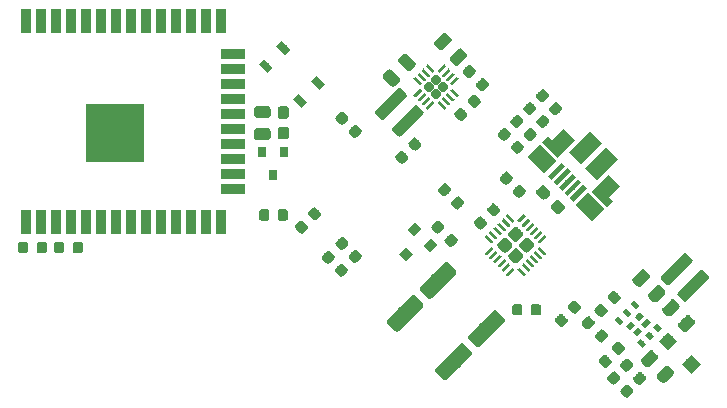
<source format=gbr>
G04 #@! TF.GenerationSoftware,KiCad,Pcbnew,5.1.2*
G04 #@! TF.CreationDate,2019-07-30T21:51:59-07:00*
G04 #@! TF.ProjectId,totoro,746f746f-726f-42e6-9b69-6361645f7063,rev?*
G04 #@! TF.SameCoordinates,Original*
G04 #@! TF.FileFunction,Paste,Top*
G04 #@! TF.FilePolarity,Positive*
%FSLAX46Y46*%
G04 Gerber Fmt 4.6, Leading zero omitted, Abs format (unit mm)*
G04 Created by KiCad (PCBNEW 5.1.2) date 2019-07-30 21:51:59*
%MOMM*%
%LPD*%
G04 APERTURE LIST*
%ADD10C,0.100000*%
%ADD11C,1.000000*%
%ADD12C,0.875000*%
%ADD13C,0.730000*%
%ADD14C,0.250000*%
%ADD15C,0.950000*%
%ADD16C,1.350000*%
%ADD17C,0.975000*%
%ADD18C,1.100000*%
%ADD19C,0.700000*%
%ADD20C,1.500000*%
%ADD21C,0.400000*%
%ADD22C,1.430000*%
%ADD23R,0.800000X0.900000*%
%ADD24C,0.800000*%
%ADD25C,0.650000*%
%ADD26C,0.450000*%
%ADD27C,0.480000*%
%ADD28R,5.000000X5.000000*%
%ADD29R,0.900000X2.000000*%
%ADD30R,2.000000X0.900000*%
%ADD31C,1.050000*%
G04 APERTURE END LIST*
D10*
G36*
X159167808Y-90056070D02*
G01*
X159182369Y-90058230D01*
X159196648Y-90061807D01*
X159210508Y-90066766D01*
X159223815Y-90073060D01*
X159236441Y-90080628D01*
X159248264Y-90089396D01*
X159259171Y-90099282D01*
X159754146Y-90594257D01*
X159764032Y-90605164D01*
X159772800Y-90616987D01*
X159780368Y-90629613D01*
X159786662Y-90642920D01*
X159791621Y-90656780D01*
X159795198Y-90671059D01*
X159797358Y-90685620D01*
X159798080Y-90700323D01*
X159797358Y-90715026D01*
X159795198Y-90729587D01*
X159791621Y-90743866D01*
X159786662Y-90757726D01*
X159780368Y-90771033D01*
X159772800Y-90783659D01*
X159764032Y-90795482D01*
X159754146Y-90806389D01*
X157844957Y-92715578D01*
X157834050Y-92725464D01*
X157822227Y-92734232D01*
X157809601Y-92741800D01*
X157796294Y-92748094D01*
X157782434Y-92753053D01*
X157768155Y-92756630D01*
X157753594Y-92758790D01*
X157738891Y-92759512D01*
X157724188Y-92758790D01*
X157709627Y-92756630D01*
X157695348Y-92753053D01*
X157681488Y-92748094D01*
X157668181Y-92741800D01*
X157655555Y-92734232D01*
X157643732Y-92725464D01*
X157632825Y-92715578D01*
X157137850Y-92220603D01*
X157127964Y-92209696D01*
X157119196Y-92197873D01*
X157111628Y-92185247D01*
X157105334Y-92171940D01*
X157100375Y-92158080D01*
X157096798Y-92143801D01*
X157094638Y-92129240D01*
X157093916Y-92114537D01*
X157094638Y-92099834D01*
X157096798Y-92085273D01*
X157100375Y-92070994D01*
X157105334Y-92057134D01*
X157111628Y-92043827D01*
X157119196Y-92031201D01*
X157127964Y-92019378D01*
X157137850Y-92008471D01*
X159047039Y-90099282D01*
X159057946Y-90089396D01*
X159069769Y-90080628D01*
X159082395Y-90073060D01*
X159095702Y-90066766D01*
X159109562Y-90061807D01*
X159123841Y-90058230D01*
X159138402Y-90056070D01*
X159153105Y-90055348D01*
X159167808Y-90056070D01*
X159167808Y-90056070D01*
G37*
D11*
X158445998Y-91407430D03*
D10*
G36*
X160582022Y-91470284D02*
G01*
X160596583Y-91472444D01*
X160610862Y-91476021D01*
X160624722Y-91480980D01*
X160638029Y-91487274D01*
X160650655Y-91494842D01*
X160662478Y-91503610D01*
X160673385Y-91513496D01*
X161168360Y-92008471D01*
X161178246Y-92019378D01*
X161187014Y-92031201D01*
X161194582Y-92043827D01*
X161200876Y-92057134D01*
X161205835Y-92070994D01*
X161209412Y-92085273D01*
X161211572Y-92099834D01*
X161212294Y-92114537D01*
X161211572Y-92129240D01*
X161209412Y-92143801D01*
X161205835Y-92158080D01*
X161200876Y-92171940D01*
X161194582Y-92185247D01*
X161187014Y-92197873D01*
X161178246Y-92209696D01*
X161168360Y-92220603D01*
X159259171Y-94129792D01*
X159248264Y-94139678D01*
X159236441Y-94148446D01*
X159223815Y-94156014D01*
X159210508Y-94162308D01*
X159196648Y-94167267D01*
X159182369Y-94170844D01*
X159167808Y-94173004D01*
X159153105Y-94173726D01*
X159138402Y-94173004D01*
X159123841Y-94170844D01*
X159109562Y-94167267D01*
X159095702Y-94162308D01*
X159082395Y-94156014D01*
X159069769Y-94148446D01*
X159057946Y-94139678D01*
X159047039Y-94129792D01*
X158552064Y-93634817D01*
X158542178Y-93623910D01*
X158533410Y-93612087D01*
X158525842Y-93599461D01*
X158519548Y-93586154D01*
X158514589Y-93572294D01*
X158511012Y-93558015D01*
X158508852Y-93543454D01*
X158508130Y-93528751D01*
X158508852Y-93514048D01*
X158511012Y-93499487D01*
X158514589Y-93485208D01*
X158519548Y-93471348D01*
X158525842Y-93458041D01*
X158533410Y-93445415D01*
X158542178Y-93433592D01*
X158552064Y-93422685D01*
X160461253Y-91513496D01*
X160472160Y-91503610D01*
X160483983Y-91494842D01*
X160496609Y-91487274D01*
X160509916Y-91480980D01*
X160523776Y-91476021D01*
X160538055Y-91472444D01*
X160552616Y-91470284D01*
X160567319Y-91469562D01*
X160582022Y-91470284D01*
X160582022Y-91470284D01*
G37*
D11*
X159860212Y-92821644D03*
D10*
G36*
X184775681Y-105453321D02*
G01*
X184790242Y-105455481D01*
X184804521Y-105459058D01*
X184818381Y-105464017D01*
X184831688Y-105470311D01*
X184844314Y-105477879D01*
X184856137Y-105486647D01*
X184867044Y-105496533D01*
X185362019Y-105991508D01*
X185371905Y-106002415D01*
X185380673Y-106014238D01*
X185388241Y-106026864D01*
X185394535Y-106040171D01*
X185399494Y-106054031D01*
X185403071Y-106068310D01*
X185405231Y-106082871D01*
X185405953Y-106097574D01*
X185405231Y-106112277D01*
X185403071Y-106126838D01*
X185399494Y-106141117D01*
X185394535Y-106154977D01*
X185388241Y-106168284D01*
X185380673Y-106180910D01*
X185371905Y-106192733D01*
X185362019Y-106203640D01*
X183452830Y-108112829D01*
X183441923Y-108122715D01*
X183430100Y-108131483D01*
X183417474Y-108139051D01*
X183404167Y-108145345D01*
X183390307Y-108150304D01*
X183376028Y-108153881D01*
X183361467Y-108156041D01*
X183346764Y-108156763D01*
X183332061Y-108156041D01*
X183317500Y-108153881D01*
X183303221Y-108150304D01*
X183289361Y-108145345D01*
X183276054Y-108139051D01*
X183263428Y-108131483D01*
X183251605Y-108122715D01*
X183240698Y-108112829D01*
X182745723Y-107617854D01*
X182735837Y-107606947D01*
X182727069Y-107595124D01*
X182719501Y-107582498D01*
X182713207Y-107569191D01*
X182708248Y-107555331D01*
X182704671Y-107541052D01*
X182702511Y-107526491D01*
X182701789Y-107511788D01*
X182702511Y-107497085D01*
X182704671Y-107482524D01*
X182708248Y-107468245D01*
X182713207Y-107454385D01*
X182719501Y-107441078D01*
X182727069Y-107428452D01*
X182735837Y-107416629D01*
X182745723Y-107405722D01*
X184654912Y-105496533D01*
X184665819Y-105486647D01*
X184677642Y-105477879D01*
X184690268Y-105470311D01*
X184703575Y-105464017D01*
X184717435Y-105459058D01*
X184731714Y-105455481D01*
X184746275Y-105453321D01*
X184760978Y-105452599D01*
X184775681Y-105453321D01*
X184775681Y-105453321D01*
G37*
D11*
X184053871Y-106804681D03*
D10*
G36*
X183361467Y-104039107D02*
G01*
X183376028Y-104041267D01*
X183390307Y-104044844D01*
X183404167Y-104049803D01*
X183417474Y-104056097D01*
X183430100Y-104063665D01*
X183441923Y-104072433D01*
X183452830Y-104082319D01*
X183947805Y-104577294D01*
X183957691Y-104588201D01*
X183966459Y-104600024D01*
X183974027Y-104612650D01*
X183980321Y-104625957D01*
X183985280Y-104639817D01*
X183988857Y-104654096D01*
X183991017Y-104668657D01*
X183991739Y-104683360D01*
X183991017Y-104698063D01*
X183988857Y-104712624D01*
X183985280Y-104726903D01*
X183980321Y-104740763D01*
X183974027Y-104754070D01*
X183966459Y-104766696D01*
X183957691Y-104778519D01*
X183947805Y-104789426D01*
X182038616Y-106698615D01*
X182027709Y-106708501D01*
X182015886Y-106717269D01*
X182003260Y-106724837D01*
X181989953Y-106731131D01*
X181976093Y-106736090D01*
X181961814Y-106739667D01*
X181947253Y-106741827D01*
X181932550Y-106742549D01*
X181917847Y-106741827D01*
X181903286Y-106739667D01*
X181889007Y-106736090D01*
X181875147Y-106731131D01*
X181861840Y-106724837D01*
X181849214Y-106717269D01*
X181837391Y-106708501D01*
X181826484Y-106698615D01*
X181331509Y-106203640D01*
X181321623Y-106192733D01*
X181312855Y-106180910D01*
X181305287Y-106168284D01*
X181298993Y-106154977D01*
X181294034Y-106141117D01*
X181290457Y-106126838D01*
X181288297Y-106112277D01*
X181287575Y-106097574D01*
X181288297Y-106082871D01*
X181290457Y-106068310D01*
X181294034Y-106054031D01*
X181298993Y-106040171D01*
X181305287Y-106026864D01*
X181312855Y-106014238D01*
X181321623Y-106002415D01*
X181331509Y-105991508D01*
X183240698Y-104082319D01*
X183251605Y-104072433D01*
X183263428Y-104063665D01*
X183276054Y-104056097D01*
X183289361Y-104049803D01*
X183303221Y-104044844D01*
X183317500Y-104041267D01*
X183332061Y-104039107D01*
X183346764Y-104038385D01*
X183361467Y-104039107D01*
X183361467Y-104039107D01*
G37*
D11*
X182639657Y-105390467D03*
D10*
G36*
X163035349Y-98124682D02*
G01*
X163056584Y-98127832D01*
X163077408Y-98133048D01*
X163097620Y-98140280D01*
X163117026Y-98149459D01*
X163135439Y-98160495D01*
X163152682Y-98173283D01*
X163168588Y-98187699D01*
X163477947Y-98497058D01*
X163492363Y-98512964D01*
X163505151Y-98530207D01*
X163516187Y-98548620D01*
X163525366Y-98568026D01*
X163532598Y-98588238D01*
X163537814Y-98609062D01*
X163540964Y-98630297D01*
X163542017Y-98651738D01*
X163540964Y-98673179D01*
X163537814Y-98694414D01*
X163532598Y-98715238D01*
X163525366Y-98735450D01*
X163516187Y-98754856D01*
X163505151Y-98773269D01*
X163492363Y-98790512D01*
X163477947Y-98806418D01*
X163115554Y-99168811D01*
X163099648Y-99183227D01*
X163082405Y-99196015D01*
X163063992Y-99207051D01*
X163044586Y-99216230D01*
X163024374Y-99223462D01*
X163003550Y-99228678D01*
X162982315Y-99231828D01*
X162960874Y-99232881D01*
X162939433Y-99231828D01*
X162918198Y-99228678D01*
X162897374Y-99223462D01*
X162877162Y-99216230D01*
X162857756Y-99207051D01*
X162839343Y-99196015D01*
X162822100Y-99183227D01*
X162806194Y-99168811D01*
X162496835Y-98859452D01*
X162482419Y-98843546D01*
X162469631Y-98826303D01*
X162458595Y-98807890D01*
X162449416Y-98788484D01*
X162442184Y-98768272D01*
X162436968Y-98747448D01*
X162433818Y-98726213D01*
X162432765Y-98704772D01*
X162433818Y-98683331D01*
X162436968Y-98662096D01*
X162442184Y-98641272D01*
X162449416Y-98621060D01*
X162458595Y-98601654D01*
X162469631Y-98583241D01*
X162482419Y-98565998D01*
X162496835Y-98550092D01*
X162859228Y-98187699D01*
X162875134Y-98173283D01*
X162892377Y-98160495D01*
X162910790Y-98149459D01*
X162930196Y-98140280D01*
X162950408Y-98133048D01*
X162971232Y-98127832D01*
X162992467Y-98124682D01*
X163013908Y-98123629D01*
X163035349Y-98124682D01*
X163035349Y-98124682D01*
G37*
D12*
X162987391Y-98678255D03*
D10*
G36*
X164149043Y-99238376D02*
G01*
X164170278Y-99241526D01*
X164191102Y-99246742D01*
X164211314Y-99253974D01*
X164230720Y-99263153D01*
X164249133Y-99274189D01*
X164266376Y-99286977D01*
X164282282Y-99301393D01*
X164591641Y-99610752D01*
X164606057Y-99626658D01*
X164618845Y-99643901D01*
X164629881Y-99662314D01*
X164639060Y-99681720D01*
X164646292Y-99701932D01*
X164651508Y-99722756D01*
X164654658Y-99743991D01*
X164655711Y-99765432D01*
X164654658Y-99786873D01*
X164651508Y-99808108D01*
X164646292Y-99828932D01*
X164639060Y-99849144D01*
X164629881Y-99868550D01*
X164618845Y-99886963D01*
X164606057Y-99904206D01*
X164591641Y-99920112D01*
X164229248Y-100282505D01*
X164213342Y-100296921D01*
X164196099Y-100309709D01*
X164177686Y-100320745D01*
X164158280Y-100329924D01*
X164138068Y-100337156D01*
X164117244Y-100342372D01*
X164096009Y-100345522D01*
X164074568Y-100346575D01*
X164053127Y-100345522D01*
X164031892Y-100342372D01*
X164011068Y-100337156D01*
X163990856Y-100329924D01*
X163971450Y-100320745D01*
X163953037Y-100309709D01*
X163935794Y-100296921D01*
X163919888Y-100282505D01*
X163610529Y-99973146D01*
X163596113Y-99957240D01*
X163583325Y-99939997D01*
X163572289Y-99921584D01*
X163563110Y-99902178D01*
X163555878Y-99881966D01*
X163550662Y-99861142D01*
X163547512Y-99839907D01*
X163546459Y-99818466D01*
X163547512Y-99797025D01*
X163550662Y-99775790D01*
X163555878Y-99754966D01*
X163563110Y-99734754D01*
X163572289Y-99715348D01*
X163583325Y-99696935D01*
X163596113Y-99679692D01*
X163610529Y-99663786D01*
X163972922Y-99301393D01*
X163988828Y-99286977D01*
X164006071Y-99274189D01*
X164024484Y-99263153D01*
X164043890Y-99253974D01*
X164064102Y-99246742D01*
X164084926Y-99241526D01*
X164106161Y-99238376D01*
X164127602Y-99237323D01*
X164149043Y-99238376D01*
X164149043Y-99238376D01*
G37*
D12*
X164101085Y-99791949D03*
D10*
G36*
X163583358Y-102392073D02*
G01*
X163604593Y-102395223D01*
X163625417Y-102400439D01*
X163645629Y-102407671D01*
X163665035Y-102416850D01*
X163683448Y-102427886D01*
X163700691Y-102440674D01*
X163716597Y-102455090D01*
X164025956Y-102764449D01*
X164040372Y-102780355D01*
X164053160Y-102797598D01*
X164064196Y-102816011D01*
X164073375Y-102835417D01*
X164080607Y-102855629D01*
X164085823Y-102876453D01*
X164088973Y-102897688D01*
X164090026Y-102919129D01*
X164088973Y-102940570D01*
X164085823Y-102961805D01*
X164080607Y-102982629D01*
X164073375Y-103002841D01*
X164064196Y-103022247D01*
X164053160Y-103040660D01*
X164040372Y-103057903D01*
X164025956Y-103073809D01*
X163663563Y-103436202D01*
X163647657Y-103450618D01*
X163630414Y-103463406D01*
X163612001Y-103474442D01*
X163592595Y-103483621D01*
X163572383Y-103490853D01*
X163551559Y-103496069D01*
X163530324Y-103499219D01*
X163508883Y-103500272D01*
X163487442Y-103499219D01*
X163466207Y-103496069D01*
X163445383Y-103490853D01*
X163425171Y-103483621D01*
X163405765Y-103474442D01*
X163387352Y-103463406D01*
X163370109Y-103450618D01*
X163354203Y-103436202D01*
X163044844Y-103126843D01*
X163030428Y-103110937D01*
X163017640Y-103093694D01*
X163006604Y-103075281D01*
X162997425Y-103055875D01*
X162990193Y-103035663D01*
X162984977Y-103014839D01*
X162981827Y-102993604D01*
X162980774Y-102972163D01*
X162981827Y-102950722D01*
X162984977Y-102929487D01*
X162990193Y-102908663D01*
X162997425Y-102888451D01*
X163006604Y-102869045D01*
X163017640Y-102850632D01*
X163030428Y-102833389D01*
X163044844Y-102817483D01*
X163407237Y-102455090D01*
X163423143Y-102440674D01*
X163440386Y-102427886D01*
X163458799Y-102416850D01*
X163478205Y-102407671D01*
X163498417Y-102400439D01*
X163519241Y-102395223D01*
X163540476Y-102392073D01*
X163561917Y-102391020D01*
X163583358Y-102392073D01*
X163583358Y-102392073D01*
G37*
D12*
X163535400Y-102945646D03*
D10*
G36*
X162469664Y-101278379D02*
G01*
X162490899Y-101281529D01*
X162511723Y-101286745D01*
X162531935Y-101293977D01*
X162551341Y-101303156D01*
X162569754Y-101314192D01*
X162586997Y-101326980D01*
X162602903Y-101341396D01*
X162912262Y-101650755D01*
X162926678Y-101666661D01*
X162939466Y-101683904D01*
X162950502Y-101702317D01*
X162959681Y-101721723D01*
X162966913Y-101741935D01*
X162972129Y-101762759D01*
X162975279Y-101783994D01*
X162976332Y-101805435D01*
X162975279Y-101826876D01*
X162972129Y-101848111D01*
X162966913Y-101868935D01*
X162959681Y-101889147D01*
X162950502Y-101908553D01*
X162939466Y-101926966D01*
X162926678Y-101944209D01*
X162912262Y-101960115D01*
X162549869Y-102322508D01*
X162533963Y-102336924D01*
X162516720Y-102349712D01*
X162498307Y-102360748D01*
X162478901Y-102369927D01*
X162458689Y-102377159D01*
X162437865Y-102382375D01*
X162416630Y-102385525D01*
X162395189Y-102386578D01*
X162373748Y-102385525D01*
X162352513Y-102382375D01*
X162331689Y-102377159D01*
X162311477Y-102369927D01*
X162292071Y-102360748D01*
X162273658Y-102349712D01*
X162256415Y-102336924D01*
X162240509Y-102322508D01*
X161931150Y-102013149D01*
X161916734Y-101997243D01*
X161903946Y-101980000D01*
X161892910Y-101961587D01*
X161883731Y-101942181D01*
X161876499Y-101921969D01*
X161871283Y-101901145D01*
X161868133Y-101879910D01*
X161867080Y-101858469D01*
X161868133Y-101837028D01*
X161871283Y-101815793D01*
X161876499Y-101794969D01*
X161883731Y-101774757D01*
X161892910Y-101755351D01*
X161903946Y-101736938D01*
X161916734Y-101719695D01*
X161931150Y-101703789D01*
X162293543Y-101341396D01*
X162309449Y-101326980D01*
X162326692Y-101314192D01*
X162345105Y-101303156D01*
X162364511Y-101293977D01*
X162384723Y-101286745D01*
X162405547Y-101281529D01*
X162426782Y-101278379D01*
X162448223Y-101277326D01*
X162469664Y-101278379D01*
X162469664Y-101278379D01*
G37*
D12*
X162421706Y-101831952D03*
D10*
G36*
X173981362Y-108066604D02*
G01*
X174002597Y-108069754D01*
X174023421Y-108074970D01*
X174043633Y-108082202D01*
X174063039Y-108091381D01*
X174081452Y-108102417D01*
X174098695Y-108115205D01*
X174114601Y-108129621D01*
X174476994Y-108492014D01*
X174491410Y-108507920D01*
X174504198Y-108525163D01*
X174515234Y-108543576D01*
X174524413Y-108562982D01*
X174531645Y-108583194D01*
X174536861Y-108604018D01*
X174540011Y-108625253D01*
X174541064Y-108646694D01*
X174540011Y-108668135D01*
X174536861Y-108689370D01*
X174531645Y-108710194D01*
X174524413Y-108730406D01*
X174515234Y-108749812D01*
X174504198Y-108768225D01*
X174491410Y-108785468D01*
X174476994Y-108801374D01*
X174167635Y-109110733D01*
X174151729Y-109125149D01*
X174134486Y-109137937D01*
X174116073Y-109148973D01*
X174096667Y-109158152D01*
X174076455Y-109165384D01*
X174055631Y-109170600D01*
X174034396Y-109173750D01*
X174012955Y-109174803D01*
X173991514Y-109173750D01*
X173970279Y-109170600D01*
X173949455Y-109165384D01*
X173929243Y-109158152D01*
X173909837Y-109148973D01*
X173891424Y-109137937D01*
X173874181Y-109125149D01*
X173858275Y-109110733D01*
X173495882Y-108748340D01*
X173481466Y-108732434D01*
X173468678Y-108715191D01*
X173457642Y-108696778D01*
X173448463Y-108677372D01*
X173441231Y-108657160D01*
X173436015Y-108636336D01*
X173432865Y-108615101D01*
X173431812Y-108593660D01*
X173432865Y-108572219D01*
X173436015Y-108550984D01*
X173441231Y-108530160D01*
X173448463Y-108509948D01*
X173457642Y-108490542D01*
X173468678Y-108472129D01*
X173481466Y-108454886D01*
X173495882Y-108438980D01*
X173805241Y-108129621D01*
X173821147Y-108115205D01*
X173838390Y-108102417D01*
X173856803Y-108091381D01*
X173876209Y-108082202D01*
X173896421Y-108074970D01*
X173917245Y-108069754D01*
X173938480Y-108066604D01*
X173959921Y-108065551D01*
X173981362Y-108066604D01*
X173981362Y-108066604D01*
G37*
D12*
X173986438Y-108620177D03*
D10*
G36*
X172867668Y-109180298D02*
G01*
X172888903Y-109183448D01*
X172909727Y-109188664D01*
X172929939Y-109195896D01*
X172949345Y-109205075D01*
X172967758Y-109216111D01*
X172985001Y-109228899D01*
X173000907Y-109243315D01*
X173363300Y-109605708D01*
X173377716Y-109621614D01*
X173390504Y-109638857D01*
X173401540Y-109657270D01*
X173410719Y-109676676D01*
X173417951Y-109696888D01*
X173423167Y-109717712D01*
X173426317Y-109738947D01*
X173427370Y-109760388D01*
X173426317Y-109781829D01*
X173423167Y-109803064D01*
X173417951Y-109823888D01*
X173410719Y-109844100D01*
X173401540Y-109863506D01*
X173390504Y-109881919D01*
X173377716Y-109899162D01*
X173363300Y-109915068D01*
X173053941Y-110224427D01*
X173038035Y-110238843D01*
X173020792Y-110251631D01*
X173002379Y-110262667D01*
X172982973Y-110271846D01*
X172962761Y-110279078D01*
X172941937Y-110284294D01*
X172920702Y-110287444D01*
X172899261Y-110288497D01*
X172877820Y-110287444D01*
X172856585Y-110284294D01*
X172835761Y-110279078D01*
X172815549Y-110271846D01*
X172796143Y-110262667D01*
X172777730Y-110251631D01*
X172760487Y-110238843D01*
X172744581Y-110224427D01*
X172382188Y-109862034D01*
X172367772Y-109846128D01*
X172354984Y-109828885D01*
X172343948Y-109810472D01*
X172334769Y-109791066D01*
X172327537Y-109770854D01*
X172322321Y-109750030D01*
X172319171Y-109728795D01*
X172318118Y-109707354D01*
X172319171Y-109685913D01*
X172322321Y-109664678D01*
X172327537Y-109643854D01*
X172334769Y-109623642D01*
X172343948Y-109604236D01*
X172354984Y-109585823D01*
X172367772Y-109568580D01*
X172382188Y-109552674D01*
X172691547Y-109243315D01*
X172707453Y-109228899D01*
X172724696Y-109216111D01*
X172743109Y-109205075D01*
X172762515Y-109195896D01*
X172782727Y-109188664D01*
X172803551Y-109183448D01*
X172824786Y-109180298D01*
X172846227Y-109179245D01*
X172867668Y-109180298D01*
X172867668Y-109180298D01*
G37*
D12*
X172872744Y-109733871D03*
D10*
G36*
X170957104Y-108370737D02*
G01*
X170978339Y-108373887D01*
X170999163Y-108379103D01*
X171019375Y-108386335D01*
X171038781Y-108395514D01*
X171057194Y-108406550D01*
X171074437Y-108419338D01*
X171090343Y-108433754D01*
X171104759Y-108449660D01*
X171117547Y-108466903D01*
X171128583Y-108485316D01*
X171137762Y-108504722D01*
X171144994Y-108524934D01*
X171150210Y-108545758D01*
X171153360Y-108566993D01*
X171154413Y-108588434D01*
X171154413Y-109100934D01*
X171153360Y-109122375D01*
X171150210Y-109143610D01*
X171144994Y-109164434D01*
X171137762Y-109184646D01*
X171128583Y-109204052D01*
X171117547Y-109222465D01*
X171104759Y-109239708D01*
X171090343Y-109255614D01*
X171074437Y-109270030D01*
X171057194Y-109282818D01*
X171038781Y-109293854D01*
X171019375Y-109303033D01*
X170999163Y-109310265D01*
X170978339Y-109315481D01*
X170957104Y-109318631D01*
X170935663Y-109319684D01*
X170498163Y-109319684D01*
X170476722Y-109318631D01*
X170455487Y-109315481D01*
X170434663Y-109310265D01*
X170414451Y-109303033D01*
X170395045Y-109293854D01*
X170376632Y-109282818D01*
X170359389Y-109270030D01*
X170343483Y-109255614D01*
X170329067Y-109239708D01*
X170316279Y-109222465D01*
X170305243Y-109204052D01*
X170296064Y-109184646D01*
X170288832Y-109164434D01*
X170283616Y-109143610D01*
X170280466Y-109122375D01*
X170279413Y-109100934D01*
X170279413Y-108588434D01*
X170280466Y-108566993D01*
X170283616Y-108545758D01*
X170288832Y-108524934D01*
X170296064Y-108504722D01*
X170305243Y-108485316D01*
X170316279Y-108466903D01*
X170329067Y-108449660D01*
X170343483Y-108433754D01*
X170359389Y-108419338D01*
X170376632Y-108406550D01*
X170395045Y-108395514D01*
X170414451Y-108386335D01*
X170434663Y-108379103D01*
X170455487Y-108373887D01*
X170476722Y-108370737D01*
X170498163Y-108369684D01*
X170935663Y-108369684D01*
X170957104Y-108370737D01*
X170957104Y-108370737D01*
G37*
D12*
X170716913Y-108844684D03*
D10*
G36*
X169382104Y-108370737D02*
G01*
X169403339Y-108373887D01*
X169424163Y-108379103D01*
X169444375Y-108386335D01*
X169463781Y-108395514D01*
X169482194Y-108406550D01*
X169499437Y-108419338D01*
X169515343Y-108433754D01*
X169529759Y-108449660D01*
X169542547Y-108466903D01*
X169553583Y-108485316D01*
X169562762Y-108504722D01*
X169569994Y-108524934D01*
X169575210Y-108545758D01*
X169578360Y-108566993D01*
X169579413Y-108588434D01*
X169579413Y-109100934D01*
X169578360Y-109122375D01*
X169575210Y-109143610D01*
X169569994Y-109164434D01*
X169562762Y-109184646D01*
X169553583Y-109204052D01*
X169542547Y-109222465D01*
X169529759Y-109239708D01*
X169515343Y-109255614D01*
X169499437Y-109270030D01*
X169482194Y-109282818D01*
X169463781Y-109293854D01*
X169444375Y-109303033D01*
X169424163Y-109310265D01*
X169403339Y-109315481D01*
X169382104Y-109318631D01*
X169360663Y-109319684D01*
X168923163Y-109319684D01*
X168901722Y-109318631D01*
X168880487Y-109315481D01*
X168859663Y-109310265D01*
X168839451Y-109303033D01*
X168820045Y-109293854D01*
X168801632Y-109282818D01*
X168784389Y-109270030D01*
X168768483Y-109255614D01*
X168754067Y-109239708D01*
X168741279Y-109222465D01*
X168730243Y-109204052D01*
X168721064Y-109184646D01*
X168713832Y-109164434D01*
X168708616Y-109143610D01*
X168705466Y-109122375D01*
X168704413Y-109100934D01*
X168704413Y-108588434D01*
X168705466Y-108566993D01*
X168708616Y-108545758D01*
X168713832Y-108524934D01*
X168721064Y-108504722D01*
X168730243Y-108485316D01*
X168741279Y-108466903D01*
X168754067Y-108449660D01*
X168768483Y-108433754D01*
X168784389Y-108419338D01*
X168801632Y-108406550D01*
X168820045Y-108395514D01*
X168839451Y-108386335D01*
X168859663Y-108379103D01*
X168880487Y-108373887D01*
X168901722Y-108370737D01*
X168923163Y-108369684D01*
X169360663Y-108369684D01*
X169382104Y-108370737D01*
X169382104Y-108370737D01*
G37*
D12*
X169141913Y-108844684D03*
D10*
G36*
X149531768Y-100338004D02*
G01*
X149553003Y-100341154D01*
X149573827Y-100346370D01*
X149594039Y-100353602D01*
X149613445Y-100362781D01*
X149631858Y-100373817D01*
X149649101Y-100386605D01*
X149665007Y-100401021D01*
X149679423Y-100416927D01*
X149692211Y-100434170D01*
X149703247Y-100452583D01*
X149712426Y-100471989D01*
X149719658Y-100492201D01*
X149724874Y-100513025D01*
X149728024Y-100534260D01*
X149729077Y-100555701D01*
X149729077Y-101068201D01*
X149728024Y-101089642D01*
X149724874Y-101110877D01*
X149719658Y-101131701D01*
X149712426Y-101151913D01*
X149703247Y-101171319D01*
X149692211Y-101189732D01*
X149679423Y-101206975D01*
X149665007Y-101222881D01*
X149649101Y-101237297D01*
X149631858Y-101250085D01*
X149613445Y-101261121D01*
X149594039Y-101270300D01*
X149573827Y-101277532D01*
X149553003Y-101282748D01*
X149531768Y-101285898D01*
X149510327Y-101286951D01*
X149072827Y-101286951D01*
X149051386Y-101285898D01*
X149030151Y-101282748D01*
X149009327Y-101277532D01*
X148989115Y-101270300D01*
X148969709Y-101261121D01*
X148951296Y-101250085D01*
X148934053Y-101237297D01*
X148918147Y-101222881D01*
X148903731Y-101206975D01*
X148890943Y-101189732D01*
X148879907Y-101171319D01*
X148870728Y-101151913D01*
X148863496Y-101131701D01*
X148858280Y-101110877D01*
X148855130Y-101089642D01*
X148854077Y-101068201D01*
X148854077Y-100555701D01*
X148855130Y-100534260D01*
X148858280Y-100513025D01*
X148863496Y-100492201D01*
X148870728Y-100471989D01*
X148879907Y-100452583D01*
X148890943Y-100434170D01*
X148903731Y-100416927D01*
X148918147Y-100401021D01*
X148934053Y-100386605D01*
X148951296Y-100373817D01*
X148969709Y-100362781D01*
X148989115Y-100353602D01*
X149009327Y-100346370D01*
X149030151Y-100341154D01*
X149051386Y-100338004D01*
X149072827Y-100336951D01*
X149510327Y-100336951D01*
X149531768Y-100338004D01*
X149531768Y-100338004D01*
G37*
D12*
X149291577Y-100811951D03*
D10*
G36*
X147956768Y-100338004D02*
G01*
X147978003Y-100341154D01*
X147998827Y-100346370D01*
X148019039Y-100353602D01*
X148038445Y-100362781D01*
X148056858Y-100373817D01*
X148074101Y-100386605D01*
X148090007Y-100401021D01*
X148104423Y-100416927D01*
X148117211Y-100434170D01*
X148128247Y-100452583D01*
X148137426Y-100471989D01*
X148144658Y-100492201D01*
X148149874Y-100513025D01*
X148153024Y-100534260D01*
X148154077Y-100555701D01*
X148154077Y-101068201D01*
X148153024Y-101089642D01*
X148149874Y-101110877D01*
X148144658Y-101131701D01*
X148137426Y-101151913D01*
X148128247Y-101171319D01*
X148117211Y-101189732D01*
X148104423Y-101206975D01*
X148090007Y-101222881D01*
X148074101Y-101237297D01*
X148056858Y-101250085D01*
X148038445Y-101261121D01*
X148019039Y-101270300D01*
X147998827Y-101277532D01*
X147978003Y-101282748D01*
X147956768Y-101285898D01*
X147935327Y-101286951D01*
X147497827Y-101286951D01*
X147476386Y-101285898D01*
X147455151Y-101282748D01*
X147434327Y-101277532D01*
X147414115Y-101270300D01*
X147394709Y-101261121D01*
X147376296Y-101250085D01*
X147359053Y-101237297D01*
X147343147Y-101222881D01*
X147328731Y-101206975D01*
X147315943Y-101189732D01*
X147304907Y-101171319D01*
X147295728Y-101151913D01*
X147288496Y-101131701D01*
X147283280Y-101110877D01*
X147280130Y-101089642D01*
X147279077Y-101068201D01*
X147279077Y-100555701D01*
X147280130Y-100534260D01*
X147283280Y-100513025D01*
X147288496Y-100492201D01*
X147295728Y-100471989D01*
X147304907Y-100452583D01*
X147315943Y-100434170D01*
X147328731Y-100416927D01*
X147343147Y-100401021D01*
X147359053Y-100386605D01*
X147376296Y-100373817D01*
X147394709Y-100362781D01*
X147414115Y-100353602D01*
X147434327Y-100346370D01*
X147455151Y-100341154D01*
X147476386Y-100338004D01*
X147497827Y-100336951D01*
X147935327Y-100336951D01*
X147956768Y-100338004D01*
X147956768Y-100338004D01*
G37*
D12*
X147716577Y-100811951D03*
D10*
G36*
X151983270Y-100168221D02*
G01*
X152004505Y-100171371D01*
X152025329Y-100176587D01*
X152045541Y-100183819D01*
X152064947Y-100192998D01*
X152083360Y-100204034D01*
X152100603Y-100216822D01*
X152116509Y-100231238D01*
X152478902Y-100593631D01*
X152493318Y-100609537D01*
X152506106Y-100626780D01*
X152517142Y-100645193D01*
X152526321Y-100664599D01*
X152533553Y-100684811D01*
X152538769Y-100705635D01*
X152541919Y-100726870D01*
X152542972Y-100748311D01*
X152541919Y-100769752D01*
X152538769Y-100790987D01*
X152533553Y-100811811D01*
X152526321Y-100832023D01*
X152517142Y-100851429D01*
X152506106Y-100869842D01*
X152493318Y-100887085D01*
X152478902Y-100902991D01*
X152169543Y-101212350D01*
X152153637Y-101226766D01*
X152136394Y-101239554D01*
X152117981Y-101250590D01*
X152098575Y-101259769D01*
X152078363Y-101267001D01*
X152057539Y-101272217D01*
X152036304Y-101275367D01*
X152014863Y-101276420D01*
X151993422Y-101275367D01*
X151972187Y-101272217D01*
X151951363Y-101267001D01*
X151931151Y-101259769D01*
X151911745Y-101250590D01*
X151893332Y-101239554D01*
X151876089Y-101226766D01*
X151860183Y-101212350D01*
X151497790Y-100849957D01*
X151483374Y-100834051D01*
X151470586Y-100816808D01*
X151459550Y-100798395D01*
X151450371Y-100778989D01*
X151443139Y-100758777D01*
X151437923Y-100737953D01*
X151434773Y-100716718D01*
X151433720Y-100695277D01*
X151434773Y-100673836D01*
X151437923Y-100652601D01*
X151443139Y-100631777D01*
X151450371Y-100611565D01*
X151459550Y-100592159D01*
X151470586Y-100573746D01*
X151483374Y-100556503D01*
X151497790Y-100540597D01*
X151807149Y-100231238D01*
X151823055Y-100216822D01*
X151840298Y-100204034D01*
X151858711Y-100192998D01*
X151878117Y-100183819D01*
X151898329Y-100176587D01*
X151919153Y-100171371D01*
X151940388Y-100168221D01*
X151961829Y-100167168D01*
X151983270Y-100168221D01*
X151983270Y-100168221D01*
G37*
D12*
X151988346Y-100721794D03*
D10*
G36*
X150869576Y-101281915D02*
G01*
X150890811Y-101285065D01*
X150911635Y-101290281D01*
X150931847Y-101297513D01*
X150951253Y-101306692D01*
X150969666Y-101317728D01*
X150986909Y-101330516D01*
X151002815Y-101344932D01*
X151365208Y-101707325D01*
X151379624Y-101723231D01*
X151392412Y-101740474D01*
X151403448Y-101758887D01*
X151412627Y-101778293D01*
X151419859Y-101798505D01*
X151425075Y-101819329D01*
X151428225Y-101840564D01*
X151429278Y-101862005D01*
X151428225Y-101883446D01*
X151425075Y-101904681D01*
X151419859Y-101925505D01*
X151412627Y-101945717D01*
X151403448Y-101965123D01*
X151392412Y-101983536D01*
X151379624Y-102000779D01*
X151365208Y-102016685D01*
X151055849Y-102326044D01*
X151039943Y-102340460D01*
X151022700Y-102353248D01*
X151004287Y-102364284D01*
X150984881Y-102373463D01*
X150964669Y-102380695D01*
X150943845Y-102385911D01*
X150922610Y-102389061D01*
X150901169Y-102390114D01*
X150879728Y-102389061D01*
X150858493Y-102385911D01*
X150837669Y-102380695D01*
X150817457Y-102373463D01*
X150798051Y-102364284D01*
X150779638Y-102353248D01*
X150762395Y-102340460D01*
X150746489Y-102326044D01*
X150384096Y-101963651D01*
X150369680Y-101947745D01*
X150356892Y-101930502D01*
X150345856Y-101912089D01*
X150336677Y-101892683D01*
X150329445Y-101872471D01*
X150324229Y-101851647D01*
X150321079Y-101830412D01*
X150320026Y-101808971D01*
X150321079Y-101787530D01*
X150324229Y-101766295D01*
X150329445Y-101745471D01*
X150336677Y-101725259D01*
X150345856Y-101705853D01*
X150356892Y-101687440D01*
X150369680Y-101670197D01*
X150384096Y-101654291D01*
X150693455Y-101344932D01*
X150709361Y-101330516D01*
X150726604Y-101317728D01*
X150745017Y-101306692D01*
X150764423Y-101297513D01*
X150784635Y-101290281D01*
X150805459Y-101285065D01*
X150826694Y-101281915D01*
X150848135Y-101280862D01*
X150869576Y-101281915D01*
X150869576Y-101281915D01*
G37*
D12*
X150874652Y-101835488D03*
D10*
G36*
X161689707Y-89530874D02*
G01*
X161707423Y-89533502D01*
X161724796Y-89537853D01*
X161741659Y-89543887D01*
X161757849Y-89551544D01*
X161773211Y-89560752D01*
X161787596Y-89571421D01*
X161800866Y-89583448D01*
X162058960Y-89841542D01*
X162070987Y-89854812D01*
X162081656Y-89869197D01*
X162090864Y-89884559D01*
X162098521Y-89900749D01*
X162104555Y-89917612D01*
X162108906Y-89934985D01*
X162111534Y-89952701D01*
X162112413Y-89970589D01*
X162111534Y-89988477D01*
X162108906Y-90006193D01*
X162104555Y-90023566D01*
X162098521Y-90040429D01*
X162090864Y-90056619D01*
X162081656Y-90071981D01*
X162070987Y-90086366D01*
X162058960Y-90099636D01*
X161800866Y-90357730D01*
X161787596Y-90369757D01*
X161773211Y-90380426D01*
X161757849Y-90389634D01*
X161741659Y-90397291D01*
X161724796Y-90403325D01*
X161707423Y-90407676D01*
X161689707Y-90410304D01*
X161671819Y-90411183D01*
X161653931Y-90410304D01*
X161636215Y-90407676D01*
X161618842Y-90403325D01*
X161601979Y-90397291D01*
X161585789Y-90389634D01*
X161570427Y-90380426D01*
X161556042Y-90369757D01*
X161542772Y-90357730D01*
X161284678Y-90099636D01*
X161272651Y-90086366D01*
X161261982Y-90071981D01*
X161252774Y-90056619D01*
X161245117Y-90040429D01*
X161239083Y-90023566D01*
X161234732Y-90006193D01*
X161232104Y-89988477D01*
X161231225Y-89970589D01*
X161232104Y-89952701D01*
X161234732Y-89934985D01*
X161239083Y-89917612D01*
X161245117Y-89900749D01*
X161252774Y-89884559D01*
X161261982Y-89869197D01*
X161272651Y-89854812D01*
X161284678Y-89841542D01*
X161542772Y-89583448D01*
X161556042Y-89571421D01*
X161570427Y-89560752D01*
X161585789Y-89551544D01*
X161601979Y-89543887D01*
X161618842Y-89537853D01*
X161636215Y-89533502D01*
X161653931Y-89530874D01*
X161671819Y-89529995D01*
X161689707Y-89530874D01*
X161689707Y-89530874D01*
G37*
D13*
X161671819Y-89970589D03*
D10*
G36*
X162283677Y-90124844D02*
G01*
X162301393Y-90127472D01*
X162318766Y-90131823D01*
X162335629Y-90137857D01*
X162351819Y-90145514D01*
X162367181Y-90154722D01*
X162381566Y-90165391D01*
X162394836Y-90177418D01*
X162652930Y-90435512D01*
X162664957Y-90448782D01*
X162675626Y-90463167D01*
X162684834Y-90478529D01*
X162692491Y-90494719D01*
X162698525Y-90511582D01*
X162702876Y-90528955D01*
X162705504Y-90546671D01*
X162706383Y-90564559D01*
X162705504Y-90582447D01*
X162702876Y-90600163D01*
X162698525Y-90617536D01*
X162692491Y-90634399D01*
X162684834Y-90650589D01*
X162675626Y-90665951D01*
X162664957Y-90680336D01*
X162652930Y-90693606D01*
X162394836Y-90951700D01*
X162381566Y-90963727D01*
X162367181Y-90974396D01*
X162351819Y-90983604D01*
X162335629Y-90991261D01*
X162318766Y-90997295D01*
X162301393Y-91001646D01*
X162283677Y-91004274D01*
X162265789Y-91005153D01*
X162247901Y-91004274D01*
X162230185Y-91001646D01*
X162212812Y-90997295D01*
X162195949Y-90991261D01*
X162179759Y-90983604D01*
X162164397Y-90974396D01*
X162150012Y-90963727D01*
X162136742Y-90951700D01*
X161878648Y-90693606D01*
X161866621Y-90680336D01*
X161855952Y-90665951D01*
X161846744Y-90650589D01*
X161839087Y-90634399D01*
X161833053Y-90617536D01*
X161828702Y-90600163D01*
X161826074Y-90582447D01*
X161825195Y-90564559D01*
X161826074Y-90546671D01*
X161828702Y-90528955D01*
X161833053Y-90511582D01*
X161839087Y-90494719D01*
X161846744Y-90478529D01*
X161855952Y-90463167D01*
X161866621Y-90448782D01*
X161878648Y-90435512D01*
X162136742Y-90177418D01*
X162150012Y-90165391D01*
X162164397Y-90154722D01*
X162179759Y-90145514D01*
X162195949Y-90137857D01*
X162212812Y-90131823D01*
X162230185Y-90127472D01*
X162247901Y-90124844D01*
X162265789Y-90123965D01*
X162283677Y-90124844D01*
X162283677Y-90124844D01*
G37*
D13*
X162265789Y-90564559D03*
D10*
G36*
X162283677Y-88936904D02*
G01*
X162301393Y-88939532D01*
X162318766Y-88943883D01*
X162335629Y-88949917D01*
X162351819Y-88957574D01*
X162367181Y-88966782D01*
X162381566Y-88977451D01*
X162394836Y-88989478D01*
X162652930Y-89247572D01*
X162664957Y-89260842D01*
X162675626Y-89275227D01*
X162684834Y-89290589D01*
X162692491Y-89306779D01*
X162698525Y-89323642D01*
X162702876Y-89341015D01*
X162705504Y-89358731D01*
X162706383Y-89376619D01*
X162705504Y-89394507D01*
X162702876Y-89412223D01*
X162698525Y-89429596D01*
X162692491Y-89446459D01*
X162684834Y-89462649D01*
X162675626Y-89478011D01*
X162664957Y-89492396D01*
X162652930Y-89505666D01*
X162394836Y-89763760D01*
X162381566Y-89775787D01*
X162367181Y-89786456D01*
X162351819Y-89795664D01*
X162335629Y-89803321D01*
X162318766Y-89809355D01*
X162301393Y-89813706D01*
X162283677Y-89816334D01*
X162265789Y-89817213D01*
X162247901Y-89816334D01*
X162230185Y-89813706D01*
X162212812Y-89809355D01*
X162195949Y-89803321D01*
X162179759Y-89795664D01*
X162164397Y-89786456D01*
X162150012Y-89775787D01*
X162136742Y-89763760D01*
X161878648Y-89505666D01*
X161866621Y-89492396D01*
X161855952Y-89478011D01*
X161846744Y-89462649D01*
X161839087Y-89446459D01*
X161833053Y-89429596D01*
X161828702Y-89412223D01*
X161826074Y-89394507D01*
X161825195Y-89376619D01*
X161826074Y-89358731D01*
X161828702Y-89341015D01*
X161833053Y-89323642D01*
X161839087Y-89306779D01*
X161846744Y-89290589D01*
X161855952Y-89275227D01*
X161866621Y-89260842D01*
X161878648Y-89247572D01*
X162136742Y-88989478D01*
X162150012Y-88977451D01*
X162164397Y-88966782D01*
X162179759Y-88957574D01*
X162195949Y-88949917D01*
X162212812Y-88943883D01*
X162230185Y-88939532D01*
X162247901Y-88936904D01*
X162265789Y-88936025D01*
X162283677Y-88936904D01*
X162283677Y-88936904D01*
G37*
D13*
X162265789Y-89376619D03*
D10*
G36*
X162877647Y-89530874D02*
G01*
X162895363Y-89533502D01*
X162912736Y-89537853D01*
X162929599Y-89543887D01*
X162945789Y-89551544D01*
X162961151Y-89560752D01*
X162975536Y-89571421D01*
X162988806Y-89583448D01*
X163246900Y-89841542D01*
X163258927Y-89854812D01*
X163269596Y-89869197D01*
X163278804Y-89884559D01*
X163286461Y-89900749D01*
X163292495Y-89917612D01*
X163296846Y-89934985D01*
X163299474Y-89952701D01*
X163300353Y-89970589D01*
X163299474Y-89988477D01*
X163296846Y-90006193D01*
X163292495Y-90023566D01*
X163286461Y-90040429D01*
X163278804Y-90056619D01*
X163269596Y-90071981D01*
X163258927Y-90086366D01*
X163246900Y-90099636D01*
X162988806Y-90357730D01*
X162975536Y-90369757D01*
X162961151Y-90380426D01*
X162945789Y-90389634D01*
X162929599Y-90397291D01*
X162912736Y-90403325D01*
X162895363Y-90407676D01*
X162877647Y-90410304D01*
X162859759Y-90411183D01*
X162841871Y-90410304D01*
X162824155Y-90407676D01*
X162806782Y-90403325D01*
X162789919Y-90397291D01*
X162773729Y-90389634D01*
X162758367Y-90380426D01*
X162743982Y-90369757D01*
X162730712Y-90357730D01*
X162472618Y-90099636D01*
X162460591Y-90086366D01*
X162449922Y-90071981D01*
X162440714Y-90056619D01*
X162433057Y-90040429D01*
X162427023Y-90023566D01*
X162422672Y-90006193D01*
X162420044Y-89988477D01*
X162419165Y-89970589D01*
X162420044Y-89952701D01*
X162422672Y-89934985D01*
X162427023Y-89917612D01*
X162433057Y-89900749D01*
X162440714Y-89884559D01*
X162449922Y-89869197D01*
X162460591Y-89854812D01*
X162472618Y-89841542D01*
X162730712Y-89583448D01*
X162743982Y-89571421D01*
X162758367Y-89560752D01*
X162773729Y-89551544D01*
X162789919Y-89543887D01*
X162806782Y-89537853D01*
X162824155Y-89533502D01*
X162841871Y-89530874D01*
X162859759Y-89529995D01*
X162877647Y-89530874D01*
X162877647Y-89530874D01*
G37*
D13*
X162859759Y-89970589D03*
D10*
G36*
X160910734Y-90120522D02*
G01*
X160916801Y-90121422D01*
X160922751Y-90122912D01*
X160928526Y-90124979D01*
X160934070Y-90127601D01*
X160939331Y-90130754D01*
X160944258Y-90134408D01*
X160948802Y-90138527D01*
X161037191Y-90226916D01*
X161041310Y-90231460D01*
X161044964Y-90236387D01*
X161048117Y-90241648D01*
X161050739Y-90247192D01*
X161052806Y-90252967D01*
X161054296Y-90258917D01*
X161055196Y-90264984D01*
X161055497Y-90271110D01*
X161055196Y-90277236D01*
X161054296Y-90283303D01*
X161052806Y-90289253D01*
X161050739Y-90295028D01*
X161048117Y-90300572D01*
X161044964Y-90305833D01*
X161041310Y-90310760D01*
X161037191Y-90315304D01*
X160542216Y-90810279D01*
X160537672Y-90814398D01*
X160532745Y-90818052D01*
X160527484Y-90821205D01*
X160521940Y-90823827D01*
X160516165Y-90825894D01*
X160510215Y-90827384D01*
X160504148Y-90828284D01*
X160498022Y-90828585D01*
X160491896Y-90828284D01*
X160485829Y-90827384D01*
X160479879Y-90825894D01*
X160474104Y-90823827D01*
X160468560Y-90821205D01*
X160463299Y-90818052D01*
X160458372Y-90814398D01*
X160453828Y-90810279D01*
X160365439Y-90721890D01*
X160361320Y-90717346D01*
X160357666Y-90712419D01*
X160354513Y-90707158D01*
X160351891Y-90701614D01*
X160349824Y-90695839D01*
X160348334Y-90689889D01*
X160347434Y-90683822D01*
X160347133Y-90677696D01*
X160347434Y-90671570D01*
X160348334Y-90665503D01*
X160349824Y-90659553D01*
X160351891Y-90653778D01*
X160354513Y-90648234D01*
X160357666Y-90642973D01*
X160361320Y-90638046D01*
X160365439Y-90633502D01*
X160860414Y-90138527D01*
X160864958Y-90134408D01*
X160869885Y-90130754D01*
X160875146Y-90127601D01*
X160880690Y-90124979D01*
X160886465Y-90122912D01*
X160892415Y-90121422D01*
X160898482Y-90120522D01*
X160904608Y-90120221D01*
X160910734Y-90120522D01*
X160910734Y-90120522D01*
G37*
D14*
X160701315Y-90474403D03*
D10*
G36*
X161264288Y-90474075D02*
G01*
X161270355Y-90474975D01*
X161276305Y-90476465D01*
X161282080Y-90478532D01*
X161287624Y-90481154D01*
X161292885Y-90484307D01*
X161297812Y-90487961D01*
X161302356Y-90492080D01*
X161390745Y-90580469D01*
X161394864Y-90585013D01*
X161398518Y-90589940D01*
X161401671Y-90595201D01*
X161404293Y-90600745D01*
X161406360Y-90606520D01*
X161407850Y-90612470D01*
X161408750Y-90618537D01*
X161409051Y-90624663D01*
X161408750Y-90630789D01*
X161407850Y-90636856D01*
X161406360Y-90642806D01*
X161404293Y-90648581D01*
X161401671Y-90654125D01*
X161398518Y-90659386D01*
X161394864Y-90664313D01*
X161390745Y-90668857D01*
X160895770Y-91163832D01*
X160891226Y-91167951D01*
X160886299Y-91171605D01*
X160881038Y-91174758D01*
X160875494Y-91177380D01*
X160869719Y-91179447D01*
X160863769Y-91180937D01*
X160857702Y-91181837D01*
X160851576Y-91182138D01*
X160845450Y-91181837D01*
X160839383Y-91180937D01*
X160833433Y-91179447D01*
X160827658Y-91177380D01*
X160822114Y-91174758D01*
X160816853Y-91171605D01*
X160811926Y-91167951D01*
X160807382Y-91163832D01*
X160718993Y-91075443D01*
X160714874Y-91070899D01*
X160711220Y-91065972D01*
X160708067Y-91060711D01*
X160705445Y-91055167D01*
X160703378Y-91049392D01*
X160701888Y-91043442D01*
X160700988Y-91037375D01*
X160700687Y-91031249D01*
X160700988Y-91025123D01*
X160701888Y-91019056D01*
X160703378Y-91013106D01*
X160705445Y-91007331D01*
X160708067Y-91001787D01*
X160711220Y-90996526D01*
X160714874Y-90991599D01*
X160718993Y-90987055D01*
X161213968Y-90492080D01*
X161218512Y-90487961D01*
X161223439Y-90484307D01*
X161228700Y-90481154D01*
X161234244Y-90478532D01*
X161240019Y-90476465D01*
X161245969Y-90474975D01*
X161252036Y-90474075D01*
X161258162Y-90473774D01*
X161264288Y-90474075D01*
X161264288Y-90474075D01*
G37*
D14*
X161054869Y-90827956D03*
D10*
G36*
X161617841Y-90827628D02*
G01*
X161623908Y-90828528D01*
X161629858Y-90830018D01*
X161635633Y-90832085D01*
X161641177Y-90834707D01*
X161646438Y-90837860D01*
X161651365Y-90841514D01*
X161655909Y-90845633D01*
X161744298Y-90934022D01*
X161748417Y-90938566D01*
X161752071Y-90943493D01*
X161755224Y-90948754D01*
X161757846Y-90954298D01*
X161759913Y-90960073D01*
X161761403Y-90966023D01*
X161762303Y-90972090D01*
X161762604Y-90978216D01*
X161762303Y-90984342D01*
X161761403Y-90990409D01*
X161759913Y-90996359D01*
X161757846Y-91002134D01*
X161755224Y-91007678D01*
X161752071Y-91012939D01*
X161748417Y-91017866D01*
X161744298Y-91022410D01*
X161249323Y-91517385D01*
X161244779Y-91521504D01*
X161239852Y-91525158D01*
X161234591Y-91528311D01*
X161229047Y-91530933D01*
X161223272Y-91533000D01*
X161217322Y-91534490D01*
X161211255Y-91535390D01*
X161205129Y-91535691D01*
X161199003Y-91535390D01*
X161192936Y-91534490D01*
X161186986Y-91533000D01*
X161181211Y-91530933D01*
X161175667Y-91528311D01*
X161170406Y-91525158D01*
X161165479Y-91521504D01*
X161160935Y-91517385D01*
X161072546Y-91428996D01*
X161068427Y-91424452D01*
X161064773Y-91419525D01*
X161061620Y-91414264D01*
X161058998Y-91408720D01*
X161056931Y-91402945D01*
X161055441Y-91396995D01*
X161054541Y-91390928D01*
X161054240Y-91384802D01*
X161054541Y-91378676D01*
X161055441Y-91372609D01*
X161056931Y-91366659D01*
X161058998Y-91360884D01*
X161061620Y-91355340D01*
X161064773Y-91350079D01*
X161068427Y-91345152D01*
X161072546Y-91340608D01*
X161567521Y-90845633D01*
X161572065Y-90841514D01*
X161576992Y-90837860D01*
X161582253Y-90834707D01*
X161587797Y-90832085D01*
X161593572Y-90830018D01*
X161599522Y-90828528D01*
X161605589Y-90827628D01*
X161611715Y-90827327D01*
X161617841Y-90827628D01*
X161617841Y-90827628D01*
G37*
D14*
X161408422Y-91181509D03*
D10*
G36*
X161971394Y-91181182D02*
G01*
X161977461Y-91182082D01*
X161983411Y-91183572D01*
X161989186Y-91185639D01*
X161994730Y-91188261D01*
X161999991Y-91191414D01*
X162004918Y-91195068D01*
X162009462Y-91199187D01*
X162097851Y-91287576D01*
X162101970Y-91292120D01*
X162105624Y-91297047D01*
X162108777Y-91302308D01*
X162111399Y-91307852D01*
X162113466Y-91313627D01*
X162114956Y-91319577D01*
X162115856Y-91325644D01*
X162116157Y-91331770D01*
X162115856Y-91337896D01*
X162114956Y-91343963D01*
X162113466Y-91349913D01*
X162111399Y-91355688D01*
X162108777Y-91361232D01*
X162105624Y-91366493D01*
X162101970Y-91371420D01*
X162097851Y-91375964D01*
X161602876Y-91870939D01*
X161598332Y-91875058D01*
X161593405Y-91878712D01*
X161588144Y-91881865D01*
X161582600Y-91884487D01*
X161576825Y-91886554D01*
X161570875Y-91888044D01*
X161564808Y-91888944D01*
X161558682Y-91889245D01*
X161552556Y-91888944D01*
X161546489Y-91888044D01*
X161540539Y-91886554D01*
X161534764Y-91884487D01*
X161529220Y-91881865D01*
X161523959Y-91878712D01*
X161519032Y-91875058D01*
X161514488Y-91870939D01*
X161426099Y-91782550D01*
X161421980Y-91778006D01*
X161418326Y-91773079D01*
X161415173Y-91767818D01*
X161412551Y-91762274D01*
X161410484Y-91756499D01*
X161408994Y-91750549D01*
X161408094Y-91744482D01*
X161407793Y-91738356D01*
X161408094Y-91732230D01*
X161408994Y-91726163D01*
X161410484Y-91720213D01*
X161412551Y-91714438D01*
X161415173Y-91708894D01*
X161418326Y-91703633D01*
X161421980Y-91698706D01*
X161426099Y-91694162D01*
X161921074Y-91199187D01*
X161925618Y-91195068D01*
X161930545Y-91191414D01*
X161935806Y-91188261D01*
X161941350Y-91185639D01*
X161947125Y-91183572D01*
X161953075Y-91182082D01*
X161959142Y-91181182D01*
X161965268Y-91180881D01*
X161971394Y-91181182D01*
X161971394Y-91181182D01*
G37*
D14*
X161761975Y-91535063D03*
D10*
G36*
X162572436Y-91181182D02*
G01*
X162578503Y-91182082D01*
X162584453Y-91183572D01*
X162590228Y-91185639D01*
X162595772Y-91188261D01*
X162601033Y-91191414D01*
X162605960Y-91195068D01*
X162610504Y-91199187D01*
X163105479Y-91694162D01*
X163109598Y-91698706D01*
X163113252Y-91703633D01*
X163116405Y-91708894D01*
X163119027Y-91714438D01*
X163121094Y-91720213D01*
X163122584Y-91726163D01*
X163123484Y-91732230D01*
X163123785Y-91738356D01*
X163123484Y-91744482D01*
X163122584Y-91750549D01*
X163121094Y-91756499D01*
X163119027Y-91762274D01*
X163116405Y-91767818D01*
X163113252Y-91773079D01*
X163109598Y-91778006D01*
X163105479Y-91782550D01*
X163017090Y-91870939D01*
X163012546Y-91875058D01*
X163007619Y-91878712D01*
X163002358Y-91881865D01*
X162996814Y-91884487D01*
X162991039Y-91886554D01*
X162985089Y-91888044D01*
X162979022Y-91888944D01*
X162972896Y-91889245D01*
X162966770Y-91888944D01*
X162960703Y-91888044D01*
X162954753Y-91886554D01*
X162948978Y-91884487D01*
X162943434Y-91881865D01*
X162938173Y-91878712D01*
X162933246Y-91875058D01*
X162928702Y-91870939D01*
X162433727Y-91375964D01*
X162429608Y-91371420D01*
X162425954Y-91366493D01*
X162422801Y-91361232D01*
X162420179Y-91355688D01*
X162418112Y-91349913D01*
X162416622Y-91343963D01*
X162415722Y-91337896D01*
X162415421Y-91331770D01*
X162415722Y-91325644D01*
X162416622Y-91319577D01*
X162418112Y-91313627D01*
X162420179Y-91307852D01*
X162422801Y-91302308D01*
X162425954Y-91297047D01*
X162429608Y-91292120D01*
X162433727Y-91287576D01*
X162522116Y-91199187D01*
X162526660Y-91195068D01*
X162531587Y-91191414D01*
X162536848Y-91188261D01*
X162542392Y-91185639D01*
X162548167Y-91183572D01*
X162554117Y-91182082D01*
X162560184Y-91181182D01*
X162566310Y-91180881D01*
X162572436Y-91181182D01*
X162572436Y-91181182D01*
G37*
D14*
X162769603Y-91535063D03*
D10*
G36*
X162925989Y-90827628D02*
G01*
X162932056Y-90828528D01*
X162938006Y-90830018D01*
X162943781Y-90832085D01*
X162949325Y-90834707D01*
X162954586Y-90837860D01*
X162959513Y-90841514D01*
X162964057Y-90845633D01*
X163459032Y-91340608D01*
X163463151Y-91345152D01*
X163466805Y-91350079D01*
X163469958Y-91355340D01*
X163472580Y-91360884D01*
X163474647Y-91366659D01*
X163476137Y-91372609D01*
X163477037Y-91378676D01*
X163477338Y-91384802D01*
X163477037Y-91390928D01*
X163476137Y-91396995D01*
X163474647Y-91402945D01*
X163472580Y-91408720D01*
X163469958Y-91414264D01*
X163466805Y-91419525D01*
X163463151Y-91424452D01*
X163459032Y-91428996D01*
X163370643Y-91517385D01*
X163366099Y-91521504D01*
X163361172Y-91525158D01*
X163355911Y-91528311D01*
X163350367Y-91530933D01*
X163344592Y-91533000D01*
X163338642Y-91534490D01*
X163332575Y-91535390D01*
X163326449Y-91535691D01*
X163320323Y-91535390D01*
X163314256Y-91534490D01*
X163308306Y-91533000D01*
X163302531Y-91530933D01*
X163296987Y-91528311D01*
X163291726Y-91525158D01*
X163286799Y-91521504D01*
X163282255Y-91517385D01*
X162787280Y-91022410D01*
X162783161Y-91017866D01*
X162779507Y-91012939D01*
X162776354Y-91007678D01*
X162773732Y-91002134D01*
X162771665Y-90996359D01*
X162770175Y-90990409D01*
X162769275Y-90984342D01*
X162768974Y-90978216D01*
X162769275Y-90972090D01*
X162770175Y-90966023D01*
X162771665Y-90960073D01*
X162773732Y-90954298D01*
X162776354Y-90948754D01*
X162779507Y-90943493D01*
X162783161Y-90938566D01*
X162787280Y-90934022D01*
X162875669Y-90845633D01*
X162880213Y-90841514D01*
X162885140Y-90837860D01*
X162890401Y-90834707D01*
X162895945Y-90832085D01*
X162901720Y-90830018D01*
X162907670Y-90828528D01*
X162913737Y-90827628D01*
X162919863Y-90827327D01*
X162925989Y-90827628D01*
X162925989Y-90827628D01*
G37*
D14*
X163123156Y-91181509D03*
D10*
G36*
X163279542Y-90474075D02*
G01*
X163285609Y-90474975D01*
X163291559Y-90476465D01*
X163297334Y-90478532D01*
X163302878Y-90481154D01*
X163308139Y-90484307D01*
X163313066Y-90487961D01*
X163317610Y-90492080D01*
X163812585Y-90987055D01*
X163816704Y-90991599D01*
X163820358Y-90996526D01*
X163823511Y-91001787D01*
X163826133Y-91007331D01*
X163828200Y-91013106D01*
X163829690Y-91019056D01*
X163830590Y-91025123D01*
X163830891Y-91031249D01*
X163830590Y-91037375D01*
X163829690Y-91043442D01*
X163828200Y-91049392D01*
X163826133Y-91055167D01*
X163823511Y-91060711D01*
X163820358Y-91065972D01*
X163816704Y-91070899D01*
X163812585Y-91075443D01*
X163724196Y-91163832D01*
X163719652Y-91167951D01*
X163714725Y-91171605D01*
X163709464Y-91174758D01*
X163703920Y-91177380D01*
X163698145Y-91179447D01*
X163692195Y-91180937D01*
X163686128Y-91181837D01*
X163680002Y-91182138D01*
X163673876Y-91181837D01*
X163667809Y-91180937D01*
X163661859Y-91179447D01*
X163656084Y-91177380D01*
X163650540Y-91174758D01*
X163645279Y-91171605D01*
X163640352Y-91167951D01*
X163635808Y-91163832D01*
X163140833Y-90668857D01*
X163136714Y-90664313D01*
X163133060Y-90659386D01*
X163129907Y-90654125D01*
X163127285Y-90648581D01*
X163125218Y-90642806D01*
X163123728Y-90636856D01*
X163122828Y-90630789D01*
X163122527Y-90624663D01*
X163122828Y-90618537D01*
X163123728Y-90612470D01*
X163125218Y-90606520D01*
X163127285Y-90600745D01*
X163129907Y-90595201D01*
X163133060Y-90589940D01*
X163136714Y-90585013D01*
X163140833Y-90580469D01*
X163229222Y-90492080D01*
X163233766Y-90487961D01*
X163238693Y-90484307D01*
X163243954Y-90481154D01*
X163249498Y-90478532D01*
X163255273Y-90476465D01*
X163261223Y-90474975D01*
X163267290Y-90474075D01*
X163273416Y-90473774D01*
X163279542Y-90474075D01*
X163279542Y-90474075D01*
G37*
D14*
X163476709Y-90827956D03*
D10*
G36*
X163633096Y-90120522D02*
G01*
X163639163Y-90121422D01*
X163645113Y-90122912D01*
X163650888Y-90124979D01*
X163656432Y-90127601D01*
X163661693Y-90130754D01*
X163666620Y-90134408D01*
X163671164Y-90138527D01*
X164166139Y-90633502D01*
X164170258Y-90638046D01*
X164173912Y-90642973D01*
X164177065Y-90648234D01*
X164179687Y-90653778D01*
X164181754Y-90659553D01*
X164183244Y-90665503D01*
X164184144Y-90671570D01*
X164184445Y-90677696D01*
X164184144Y-90683822D01*
X164183244Y-90689889D01*
X164181754Y-90695839D01*
X164179687Y-90701614D01*
X164177065Y-90707158D01*
X164173912Y-90712419D01*
X164170258Y-90717346D01*
X164166139Y-90721890D01*
X164077750Y-90810279D01*
X164073206Y-90814398D01*
X164068279Y-90818052D01*
X164063018Y-90821205D01*
X164057474Y-90823827D01*
X164051699Y-90825894D01*
X164045749Y-90827384D01*
X164039682Y-90828284D01*
X164033556Y-90828585D01*
X164027430Y-90828284D01*
X164021363Y-90827384D01*
X164015413Y-90825894D01*
X164009638Y-90823827D01*
X164004094Y-90821205D01*
X163998833Y-90818052D01*
X163993906Y-90814398D01*
X163989362Y-90810279D01*
X163494387Y-90315304D01*
X163490268Y-90310760D01*
X163486614Y-90305833D01*
X163483461Y-90300572D01*
X163480839Y-90295028D01*
X163478772Y-90289253D01*
X163477282Y-90283303D01*
X163476382Y-90277236D01*
X163476081Y-90271110D01*
X163476382Y-90264984D01*
X163477282Y-90258917D01*
X163478772Y-90252967D01*
X163480839Y-90247192D01*
X163483461Y-90241648D01*
X163486614Y-90236387D01*
X163490268Y-90231460D01*
X163494387Y-90226916D01*
X163582776Y-90138527D01*
X163587320Y-90134408D01*
X163592247Y-90130754D01*
X163597508Y-90127601D01*
X163603052Y-90124979D01*
X163608827Y-90122912D01*
X163614777Y-90121422D01*
X163620844Y-90120522D01*
X163626970Y-90120221D01*
X163633096Y-90120522D01*
X163633096Y-90120522D01*
G37*
D14*
X163830263Y-90474403D03*
D10*
G36*
X164039682Y-89112894D02*
G01*
X164045749Y-89113794D01*
X164051699Y-89115284D01*
X164057474Y-89117351D01*
X164063018Y-89119973D01*
X164068279Y-89123126D01*
X164073206Y-89126780D01*
X164077750Y-89130899D01*
X164166139Y-89219288D01*
X164170258Y-89223832D01*
X164173912Y-89228759D01*
X164177065Y-89234020D01*
X164179687Y-89239564D01*
X164181754Y-89245339D01*
X164183244Y-89251289D01*
X164184144Y-89257356D01*
X164184445Y-89263482D01*
X164184144Y-89269608D01*
X164183244Y-89275675D01*
X164181754Y-89281625D01*
X164179687Y-89287400D01*
X164177065Y-89292944D01*
X164173912Y-89298205D01*
X164170258Y-89303132D01*
X164166139Y-89307676D01*
X163671164Y-89802651D01*
X163666620Y-89806770D01*
X163661693Y-89810424D01*
X163656432Y-89813577D01*
X163650888Y-89816199D01*
X163645113Y-89818266D01*
X163639163Y-89819756D01*
X163633096Y-89820656D01*
X163626970Y-89820957D01*
X163620844Y-89820656D01*
X163614777Y-89819756D01*
X163608827Y-89818266D01*
X163603052Y-89816199D01*
X163597508Y-89813577D01*
X163592247Y-89810424D01*
X163587320Y-89806770D01*
X163582776Y-89802651D01*
X163494387Y-89714262D01*
X163490268Y-89709718D01*
X163486614Y-89704791D01*
X163483461Y-89699530D01*
X163480839Y-89693986D01*
X163478772Y-89688211D01*
X163477282Y-89682261D01*
X163476382Y-89676194D01*
X163476081Y-89670068D01*
X163476382Y-89663942D01*
X163477282Y-89657875D01*
X163478772Y-89651925D01*
X163480839Y-89646150D01*
X163483461Y-89640606D01*
X163486614Y-89635345D01*
X163490268Y-89630418D01*
X163494387Y-89625874D01*
X163989362Y-89130899D01*
X163993906Y-89126780D01*
X163998833Y-89123126D01*
X164004094Y-89119973D01*
X164009638Y-89117351D01*
X164015413Y-89115284D01*
X164021363Y-89113794D01*
X164027430Y-89112894D01*
X164033556Y-89112593D01*
X164039682Y-89112894D01*
X164039682Y-89112894D01*
G37*
D14*
X163830263Y-89466775D03*
D10*
G36*
X163686128Y-88759341D02*
G01*
X163692195Y-88760241D01*
X163698145Y-88761731D01*
X163703920Y-88763798D01*
X163709464Y-88766420D01*
X163714725Y-88769573D01*
X163719652Y-88773227D01*
X163724196Y-88777346D01*
X163812585Y-88865735D01*
X163816704Y-88870279D01*
X163820358Y-88875206D01*
X163823511Y-88880467D01*
X163826133Y-88886011D01*
X163828200Y-88891786D01*
X163829690Y-88897736D01*
X163830590Y-88903803D01*
X163830891Y-88909929D01*
X163830590Y-88916055D01*
X163829690Y-88922122D01*
X163828200Y-88928072D01*
X163826133Y-88933847D01*
X163823511Y-88939391D01*
X163820358Y-88944652D01*
X163816704Y-88949579D01*
X163812585Y-88954123D01*
X163317610Y-89449098D01*
X163313066Y-89453217D01*
X163308139Y-89456871D01*
X163302878Y-89460024D01*
X163297334Y-89462646D01*
X163291559Y-89464713D01*
X163285609Y-89466203D01*
X163279542Y-89467103D01*
X163273416Y-89467404D01*
X163267290Y-89467103D01*
X163261223Y-89466203D01*
X163255273Y-89464713D01*
X163249498Y-89462646D01*
X163243954Y-89460024D01*
X163238693Y-89456871D01*
X163233766Y-89453217D01*
X163229222Y-89449098D01*
X163140833Y-89360709D01*
X163136714Y-89356165D01*
X163133060Y-89351238D01*
X163129907Y-89345977D01*
X163127285Y-89340433D01*
X163125218Y-89334658D01*
X163123728Y-89328708D01*
X163122828Y-89322641D01*
X163122527Y-89316515D01*
X163122828Y-89310389D01*
X163123728Y-89304322D01*
X163125218Y-89298372D01*
X163127285Y-89292597D01*
X163129907Y-89287053D01*
X163133060Y-89281792D01*
X163136714Y-89276865D01*
X163140833Y-89272321D01*
X163635808Y-88777346D01*
X163640352Y-88773227D01*
X163645279Y-88769573D01*
X163650540Y-88766420D01*
X163656084Y-88763798D01*
X163661859Y-88761731D01*
X163667809Y-88760241D01*
X163673876Y-88759341D01*
X163680002Y-88759040D01*
X163686128Y-88759341D01*
X163686128Y-88759341D01*
G37*
D14*
X163476709Y-89113222D03*
D10*
G36*
X163332575Y-88405788D02*
G01*
X163338642Y-88406688D01*
X163344592Y-88408178D01*
X163350367Y-88410245D01*
X163355911Y-88412867D01*
X163361172Y-88416020D01*
X163366099Y-88419674D01*
X163370643Y-88423793D01*
X163459032Y-88512182D01*
X163463151Y-88516726D01*
X163466805Y-88521653D01*
X163469958Y-88526914D01*
X163472580Y-88532458D01*
X163474647Y-88538233D01*
X163476137Y-88544183D01*
X163477037Y-88550250D01*
X163477338Y-88556376D01*
X163477037Y-88562502D01*
X163476137Y-88568569D01*
X163474647Y-88574519D01*
X163472580Y-88580294D01*
X163469958Y-88585838D01*
X163466805Y-88591099D01*
X163463151Y-88596026D01*
X163459032Y-88600570D01*
X162964057Y-89095545D01*
X162959513Y-89099664D01*
X162954586Y-89103318D01*
X162949325Y-89106471D01*
X162943781Y-89109093D01*
X162938006Y-89111160D01*
X162932056Y-89112650D01*
X162925989Y-89113550D01*
X162919863Y-89113851D01*
X162913737Y-89113550D01*
X162907670Y-89112650D01*
X162901720Y-89111160D01*
X162895945Y-89109093D01*
X162890401Y-89106471D01*
X162885140Y-89103318D01*
X162880213Y-89099664D01*
X162875669Y-89095545D01*
X162787280Y-89007156D01*
X162783161Y-89002612D01*
X162779507Y-88997685D01*
X162776354Y-88992424D01*
X162773732Y-88986880D01*
X162771665Y-88981105D01*
X162770175Y-88975155D01*
X162769275Y-88969088D01*
X162768974Y-88962962D01*
X162769275Y-88956836D01*
X162770175Y-88950769D01*
X162771665Y-88944819D01*
X162773732Y-88939044D01*
X162776354Y-88933500D01*
X162779507Y-88928239D01*
X162783161Y-88923312D01*
X162787280Y-88918768D01*
X163282255Y-88423793D01*
X163286799Y-88419674D01*
X163291726Y-88416020D01*
X163296987Y-88412867D01*
X163302531Y-88410245D01*
X163308306Y-88408178D01*
X163314256Y-88406688D01*
X163320323Y-88405788D01*
X163326449Y-88405487D01*
X163332575Y-88405788D01*
X163332575Y-88405788D01*
G37*
D14*
X163123156Y-88759669D03*
D10*
G36*
X162979022Y-88052234D02*
G01*
X162985089Y-88053134D01*
X162991039Y-88054624D01*
X162996814Y-88056691D01*
X163002358Y-88059313D01*
X163007619Y-88062466D01*
X163012546Y-88066120D01*
X163017090Y-88070239D01*
X163105479Y-88158628D01*
X163109598Y-88163172D01*
X163113252Y-88168099D01*
X163116405Y-88173360D01*
X163119027Y-88178904D01*
X163121094Y-88184679D01*
X163122584Y-88190629D01*
X163123484Y-88196696D01*
X163123785Y-88202822D01*
X163123484Y-88208948D01*
X163122584Y-88215015D01*
X163121094Y-88220965D01*
X163119027Y-88226740D01*
X163116405Y-88232284D01*
X163113252Y-88237545D01*
X163109598Y-88242472D01*
X163105479Y-88247016D01*
X162610504Y-88741991D01*
X162605960Y-88746110D01*
X162601033Y-88749764D01*
X162595772Y-88752917D01*
X162590228Y-88755539D01*
X162584453Y-88757606D01*
X162578503Y-88759096D01*
X162572436Y-88759996D01*
X162566310Y-88760297D01*
X162560184Y-88759996D01*
X162554117Y-88759096D01*
X162548167Y-88757606D01*
X162542392Y-88755539D01*
X162536848Y-88752917D01*
X162531587Y-88749764D01*
X162526660Y-88746110D01*
X162522116Y-88741991D01*
X162433727Y-88653602D01*
X162429608Y-88649058D01*
X162425954Y-88644131D01*
X162422801Y-88638870D01*
X162420179Y-88633326D01*
X162418112Y-88627551D01*
X162416622Y-88621601D01*
X162415722Y-88615534D01*
X162415421Y-88609408D01*
X162415722Y-88603282D01*
X162416622Y-88597215D01*
X162418112Y-88591265D01*
X162420179Y-88585490D01*
X162422801Y-88579946D01*
X162425954Y-88574685D01*
X162429608Y-88569758D01*
X162433727Y-88565214D01*
X162928702Y-88070239D01*
X162933246Y-88066120D01*
X162938173Y-88062466D01*
X162943434Y-88059313D01*
X162948978Y-88056691D01*
X162954753Y-88054624D01*
X162960703Y-88053134D01*
X162966770Y-88052234D01*
X162972896Y-88051933D01*
X162979022Y-88052234D01*
X162979022Y-88052234D01*
G37*
D14*
X162769603Y-88406115D03*
D10*
G36*
X161564808Y-88052234D02*
G01*
X161570875Y-88053134D01*
X161576825Y-88054624D01*
X161582600Y-88056691D01*
X161588144Y-88059313D01*
X161593405Y-88062466D01*
X161598332Y-88066120D01*
X161602876Y-88070239D01*
X162097851Y-88565214D01*
X162101970Y-88569758D01*
X162105624Y-88574685D01*
X162108777Y-88579946D01*
X162111399Y-88585490D01*
X162113466Y-88591265D01*
X162114956Y-88597215D01*
X162115856Y-88603282D01*
X162116157Y-88609408D01*
X162115856Y-88615534D01*
X162114956Y-88621601D01*
X162113466Y-88627551D01*
X162111399Y-88633326D01*
X162108777Y-88638870D01*
X162105624Y-88644131D01*
X162101970Y-88649058D01*
X162097851Y-88653602D01*
X162009462Y-88741991D01*
X162004918Y-88746110D01*
X161999991Y-88749764D01*
X161994730Y-88752917D01*
X161989186Y-88755539D01*
X161983411Y-88757606D01*
X161977461Y-88759096D01*
X161971394Y-88759996D01*
X161965268Y-88760297D01*
X161959142Y-88759996D01*
X161953075Y-88759096D01*
X161947125Y-88757606D01*
X161941350Y-88755539D01*
X161935806Y-88752917D01*
X161930545Y-88749764D01*
X161925618Y-88746110D01*
X161921074Y-88741991D01*
X161426099Y-88247016D01*
X161421980Y-88242472D01*
X161418326Y-88237545D01*
X161415173Y-88232284D01*
X161412551Y-88226740D01*
X161410484Y-88220965D01*
X161408994Y-88215015D01*
X161408094Y-88208948D01*
X161407793Y-88202822D01*
X161408094Y-88196696D01*
X161408994Y-88190629D01*
X161410484Y-88184679D01*
X161412551Y-88178904D01*
X161415173Y-88173360D01*
X161418326Y-88168099D01*
X161421980Y-88163172D01*
X161426099Y-88158628D01*
X161514488Y-88070239D01*
X161519032Y-88066120D01*
X161523959Y-88062466D01*
X161529220Y-88059313D01*
X161534764Y-88056691D01*
X161540539Y-88054624D01*
X161546489Y-88053134D01*
X161552556Y-88052234D01*
X161558682Y-88051933D01*
X161564808Y-88052234D01*
X161564808Y-88052234D01*
G37*
D14*
X161761975Y-88406115D03*
D10*
G36*
X161211255Y-88405788D02*
G01*
X161217322Y-88406688D01*
X161223272Y-88408178D01*
X161229047Y-88410245D01*
X161234591Y-88412867D01*
X161239852Y-88416020D01*
X161244779Y-88419674D01*
X161249323Y-88423793D01*
X161744298Y-88918768D01*
X161748417Y-88923312D01*
X161752071Y-88928239D01*
X161755224Y-88933500D01*
X161757846Y-88939044D01*
X161759913Y-88944819D01*
X161761403Y-88950769D01*
X161762303Y-88956836D01*
X161762604Y-88962962D01*
X161762303Y-88969088D01*
X161761403Y-88975155D01*
X161759913Y-88981105D01*
X161757846Y-88986880D01*
X161755224Y-88992424D01*
X161752071Y-88997685D01*
X161748417Y-89002612D01*
X161744298Y-89007156D01*
X161655909Y-89095545D01*
X161651365Y-89099664D01*
X161646438Y-89103318D01*
X161641177Y-89106471D01*
X161635633Y-89109093D01*
X161629858Y-89111160D01*
X161623908Y-89112650D01*
X161617841Y-89113550D01*
X161611715Y-89113851D01*
X161605589Y-89113550D01*
X161599522Y-89112650D01*
X161593572Y-89111160D01*
X161587797Y-89109093D01*
X161582253Y-89106471D01*
X161576992Y-89103318D01*
X161572065Y-89099664D01*
X161567521Y-89095545D01*
X161072546Y-88600570D01*
X161068427Y-88596026D01*
X161064773Y-88591099D01*
X161061620Y-88585838D01*
X161058998Y-88580294D01*
X161056931Y-88574519D01*
X161055441Y-88568569D01*
X161054541Y-88562502D01*
X161054240Y-88556376D01*
X161054541Y-88550250D01*
X161055441Y-88544183D01*
X161056931Y-88538233D01*
X161058998Y-88532458D01*
X161061620Y-88526914D01*
X161064773Y-88521653D01*
X161068427Y-88516726D01*
X161072546Y-88512182D01*
X161160935Y-88423793D01*
X161165479Y-88419674D01*
X161170406Y-88416020D01*
X161175667Y-88412867D01*
X161181211Y-88410245D01*
X161186986Y-88408178D01*
X161192936Y-88406688D01*
X161199003Y-88405788D01*
X161205129Y-88405487D01*
X161211255Y-88405788D01*
X161211255Y-88405788D01*
G37*
D14*
X161408422Y-88759669D03*
D10*
G36*
X160857702Y-88759341D02*
G01*
X160863769Y-88760241D01*
X160869719Y-88761731D01*
X160875494Y-88763798D01*
X160881038Y-88766420D01*
X160886299Y-88769573D01*
X160891226Y-88773227D01*
X160895770Y-88777346D01*
X161390745Y-89272321D01*
X161394864Y-89276865D01*
X161398518Y-89281792D01*
X161401671Y-89287053D01*
X161404293Y-89292597D01*
X161406360Y-89298372D01*
X161407850Y-89304322D01*
X161408750Y-89310389D01*
X161409051Y-89316515D01*
X161408750Y-89322641D01*
X161407850Y-89328708D01*
X161406360Y-89334658D01*
X161404293Y-89340433D01*
X161401671Y-89345977D01*
X161398518Y-89351238D01*
X161394864Y-89356165D01*
X161390745Y-89360709D01*
X161302356Y-89449098D01*
X161297812Y-89453217D01*
X161292885Y-89456871D01*
X161287624Y-89460024D01*
X161282080Y-89462646D01*
X161276305Y-89464713D01*
X161270355Y-89466203D01*
X161264288Y-89467103D01*
X161258162Y-89467404D01*
X161252036Y-89467103D01*
X161245969Y-89466203D01*
X161240019Y-89464713D01*
X161234244Y-89462646D01*
X161228700Y-89460024D01*
X161223439Y-89456871D01*
X161218512Y-89453217D01*
X161213968Y-89449098D01*
X160718993Y-88954123D01*
X160714874Y-88949579D01*
X160711220Y-88944652D01*
X160708067Y-88939391D01*
X160705445Y-88933847D01*
X160703378Y-88928072D01*
X160701888Y-88922122D01*
X160700988Y-88916055D01*
X160700687Y-88909929D01*
X160700988Y-88903803D01*
X160701888Y-88897736D01*
X160703378Y-88891786D01*
X160705445Y-88886011D01*
X160708067Y-88880467D01*
X160711220Y-88875206D01*
X160714874Y-88870279D01*
X160718993Y-88865735D01*
X160807382Y-88777346D01*
X160811926Y-88773227D01*
X160816853Y-88769573D01*
X160822114Y-88766420D01*
X160827658Y-88763798D01*
X160833433Y-88761731D01*
X160839383Y-88760241D01*
X160845450Y-88759341D01*
X160851576Y-88759040D01*
X160857702Y-88759341D01*
X160857702Y-88759341D01*
G37*
D14*
X161054869Y-89113222D03*
D10*
G36*
X160504148Y-89112894D02*
G01*
X160510215Y-89113794D01*
X160516165Y-89115284D01*
X160521940Y-89117351D01*
X160527484Y-89119973D01*
X160532745Y-89123126D01*
X160537672Y-89126780D01*
X160542216Y-89130899D01*
X161037191Y-89625874D01*
X161041310Y-89630418D01*
X161044964Y-89635345D01*
X161048117Y-89640606D01*
X161050739Y-89646150D01*
X161052806Y-89651925D01*
X161054296Y-89657875D01*
X161055196Y-89663942D01*
X161055497Y-89670068D01*
X161055196Y-89676194D01*
X161054296Y-89682261D01*
X161052806Y-89688211D01*
X161050739Y-89693986D01*
X161048117Y-89699530D01*
X161044964Y-89704791D01*
X161041310Y-89709718D01*
X161037191Y-89714262D01*
X160948802Y-89802651D01*
X160944258Y-89806770D01*
X160939331Y-89810424D01*
X160934070Y-89813577D01*
X160928526Y-89816199D01*
X160922751Y-89818266D01*
X160916801Y-89819756D01*
X160910734Y-89820656D01*
X160904608Y-89820957D01*
X160898482Y-89820656D01*
X160892415Y-89819756D01*
X160886465Y-89818266D01*
X160880690Y-89816199D01*
X160875146Y-89813577D01*
X160869885Y-89810424D01*
X160864958Y-89806770D01*
X160860414Y-89802651D01*
X160365439Y-89307676D01*
X160361320Y-89303132D01*
X160357666Y-89298205D01*
X160354513Y-89292944D01*
X160351891Y-89287400D01*
X160349824Y-89281625D01*
X160348334Y-89275675D01*
X160347434Y-89269608D01*
X160347133Y-89263482D01*
X160347434Y-89257356D01*
X160348334Y-89251289D01*
X160349824Y-89245339D01*
X160351891Y-89239564D01*
X160354513Y-89234020D01*
X160357666Y-89228759D01*
X160361320Y-89223832D01*
X160365439Y-89219288D01*
X160453828Y-89130899D01*
X160458372Y-89126780D01*
X160463299Y-89123126D01*
X160468560Y-89119973D01*
X160474104Y-89117351D01*
X160479879Y-89115284D01*
X160485829Y-89113794D01*
X160491896Y-89112894D01*
X160498022Y-89112593D01*
X160504148Y-89112894D01*
X160504148Y-89112894D01*
G37*
D14*
X160701315Y-89466775D03*
D10*
G36*
X149595123Y-91611572D02*
G01*
X149618178Y-91614991D01*
X149640787Y-91620655D01*
X149662731Y-91628507D01*
X149683801Y-91638472D01*
X149703792Y-91650454D01*
X149722512Y-91664338D01*
X149739782Y-91679990D01*
X149755434Y-91697260D01*
X149769318Y-91715980D01*
X149781300Y-91735971D01*
X149791265Y-91757041D01*
X149799117Y-91778985D01*
X149804781Y-91801594D01*
X149808200Y-91824649D01*
X149809344Y-91847928D01*
X149809344Y-92422928D01*
X149808200Y-92446207D01*
X149804781Y-92469262D01*
X149799117Y-92491871D01*
X149791265Y-92513815D01*
X149781300Y-92534885D01*
X149769318Y-92554876D01*
X149755434Y-92573596D01*
X149739782Y-92590866D01*
X149722512Y-92606518D01*
X149703792Y-92620402D01*
X149683801Y-92632384D01*
X149662731Y-92642349D01*
X149640787Y-92650201D01*
X149618178Y-92655865D01*
X149595123Y-92659284D01*
X149571844Y-92660428D01*
X149096844Y-92660428D01*
X149073565Y-92659284D01*
X149050510Y-92655865D01*
X149027901Y-92650201D01*
X149005957Y-92642349D01*
X148984887Y-92632384D01*
X148964896Y-92620402D01*
X148946176Y-92606518D01*
X148928906Y-92590866D01*
X148913254Y-92573596D01*
X148899370Y-92554876D01*
X148887388Y-92534885D01*
X148877423Y-92513815D01*
X148869571Y-92491871D01*
X148863907Y-92469262D01*
X148860488Y-92446207D01*
X148859344Y-92422928D01*
X148859344Y-91847928D01*
X148860488Y-91824649D01*
X148863907Y-91801594D01*
X148869571Y-91778985D01*
X148877423Y-91757041D01*
X148887388Y-91735971D01*
X148899370Y-91715980D01*
X148913254Y-91697260D01*
X148928906Y-91679990D01*
X148946176Y-91664338D01*
X148964896Y-91650454D01*
X148984887Y-91638472D01*
X149005957Y-91628507D01*
X149027901Y-91620655D01*
X149050510Y-91614991D01*
X149073565Y-91611572D01*
X149096844Y-91610428D01*
X149571844Y-91610428D01*
X149595123Y-91611572D01*
X149595123Y-91611572D01*
G37*
D15*
X149334344Y-92135428D03*
D10*
G36*
X149595123Y-93361572D02*
G01*
X149618178Y-93364991D01*
X149640787Y-93370655D01*
X149662731Y-93378507D01*
X149683801Y-93388472D01*
X149703792Y-93400454D01*
X149722512Y-93414338D01*
X149739782Y-93429990D01*
X149755434Y-93447260D01*
X149769318Y-93465980D01*
X149781300Y-93485971D01*
X149791265Y-93507041D01*
X149799117Y-93528985D01*
X149804781Y-93551594D01*
X149808200Y-93574649D01*
X149809344Y-93597928D01*
X149809344Y-94172928D01*
X149808200Y-94196207D01*
X149804781Y-94219262D01*
X149799117Y-94241871D01*
X149791265Y-94263815D01*
X149781300Y-94284885D01*
X149769318Y-94304876D01*
X149755434Y-94323596D01*
X149739782Y-94340866D01*
X149722512Y-94356518D01*
X149703792Y-94370402D01*
X149683801Y-94382384D01*
X149662731Y-94392349D01*
X149640787Y-94400201D01*
X149618178Y-94405865D01*
X149595123Y-94409284D01*
X149571844Y-94410428D01*
X149096844Y-94410428D01*
X149073565Y-94409284D01*
X149050510Y-94405865D01*
X149027901Y-94400201D01*
X149005957Y-94392349D01*
X148984887Y-94382384D01*
X148964896Y-94370402D01*
X148946176Y-94356518D01*
X148928906Y-94340866D01*
X148913254Y-94323596D01*
X148899370Y-94304876D01*
X148887388Y-94284885D01*
X148877423Y-94263815D01*
X148869571Y-94241871D01*
X148863907Y-94219262D01*
X148860488Y-94196207D01*
X148859344Y-94172928D01*
X148859344Y-93597928D01*
X148860488Y-93574649D01*
X148863907Y-93551594D01*
X148869571Y-93528985D01*
X148877423Y-93507041D01*
X148887388Y-93485971D01*
X148899370Y-93465980D01*
X148913254Y-93447260D01*
X148928906Y-93429990D01*
X148946176Y-93414338D01*
X148964896Y-93400454D01*
X148984887Y-93388472D01*
X149005957Y-93378507D01*
X149027901Y-93370655D01*
X149050510Y-93364991D01*
X149073565Y-93361572D01*
X149096844Y-93360428D01*
X149571844Y-93360428D01*
X149595123Y-93361572D01*
X149595123Y-93361572D01*
G37*
D15*
X149334344Y-93885428D03*
D10*
G36*
X163162580Y-104784298D02*
G01*
X163186848Y-104787898D01*
X163210647Y-104793859D01*
X163233746Y-104802124D01*
X163255925Y-104812614D01*
X163276968Y-104825226D01*
X163296674Y-104839841D01*
X163314852Y-104856317D01*
X163915894Y-105457359D01*
X163932370Y-105475537D01*
X163946985Y-105495243D01*
X163959597Y-105516286D01*
X163970087Y-105538465D01*
X163978352Y-105561564D01*
X163984313Y-105585363D01*
X163987913Y-105609631D01*
X163989117Y-105634135D01*
X163987913Y-105658639D01*
X163984313Y-105682907D01*
X163978352Y-105706706D01*
X163970087Y-105729805D01*
X163959597Y-105751984D01*
X163946985Y-105773027D01*
X163932370Y-105792733D01*
X163915894Y-105810911D01*
X161900638Y-107826167D01*
X161882460Y-107842643D01*
X161862754Y-107857258D01*
X161841711Y-107869870D01*
X161819532Y-107880360D01*
X161796433Y-107888625D01*
X161772634Y-107894586D01*
X161748366Y-107898186D01*
X161723862Y-107899390D01*
X161699358Y-107898186D01*
X161675090Y-107894586D01*
X161651291Y-107888625D01*
X161628192Y-107880360D01*
X161606013Y-107869870D01*
X161584970Y-107857258D01*
X161565264Y-107842643D01*
X161547086Y-107826167D01*
X160946044Y-107225125D01*
X160929568Y-107206947D01*
X160914953Y-107187241D01*
X160902341Y-107166198D01*
X160891851Y-107144019D01*
X160883586Y-107120920D01*
X160877625Y-107097121D01*
X160874025Y-107072853D01*
X160872821Y-107048349D01*
X160874025Y-107023845D01*
X160877625Y-106999577D01*
X160883586Y-106975778D01*
X160891851Y-106952679D01*
X160902341Y-106930500D01*
X160914953Y-106909457D01*
X160929568Y-106889751D01*
X160946044Y-106871573D01*
X162961300Y-104856317D01*
X162979478Y-104839841D01*
X162999184Y-104825226D01*
X163020227Y-104812614D01*
X163042406Y-104802124D01*
X163065505Y-104793859D01*
X163089304Y-104787898D01*
X163113572Y-104784298D01*
X163138076Y-104783094D01*
X163162580Y-104784298D01*
X163162580Y-104784298D01*
G37*
D16*
X162430969Y-106341242D03*
D10*
G36*
X167263800Y-108885518D02*
G01*
X167288068Y-108889118D01*
X167311867Y-108895079D01*
X167334966Y-108903344D01*
X167357145Y-108913834D01*
X167378188Y-108926446D01*
X167397894Y-108941061D01*
X167416072Y-108957537D01*
X168017114Y-109558579D01*
X168033590Y-109576757D01*
X168048205Y-109596463D01*
X168060817Y-109617506D01*
X168071307Y-109639685D01*
X168079572Y-109662784D01*
X168085533Y-109686583D01*
X168089133Y-109710851D01*
X168090337Y-109735355D01*
X168089133Y-109759859D01*
X168085533Y-109784127D01*
X168079572Y-109807926D01*
X168071307Y-109831025D01*
X168060817Y-109853204D01*
X168048205Y-109874247D01*
X168033590Y-109893953D01*
X168017114Y-109912131D01*
X166001858Y-111927387D01*
X165983680Y-111943863D01*
X165963974Y-111958478D01*
X165942931Y-111971090D01*
X165920752Y-111981580D01*
X165897653Y-111989845D01*
X165873854Y-111995806D01*
X165849586Y-111999406D01*
X165825082Y-112000610D01*
X165800578Y-111999406D01*
X165776310Y-111995806D01*
X165752511Y-111989845D01*
X165729412Y-111981580D01*
X165707233Y-111971090D01*
X165686190Y-111958478D01*
X165666484Y-111943863D01*
X165648306Y-111927387D01*
X165047264Y-111326345D01*
X165030788Y-111308167D01*
X165016173Y-111288461D01*
X165003561Y-111267418D01*
X164993071Y-111245239D01*
X164984806Y-111222140D01*
X164978845Y-111198341D01*
X164975245Y-111174073D01*
X164974041Y-111149569D01*
X164975245Y-111125065D01*
X164978845Y-111100797D01*
X164984806Y-111076998D01*
X164993071Y-111053899D01*
X165003561Y-111031720D01*
X165016173Y-111010677D01*
X165030788Y-110990971D01*
X165047264Y-110972793D01*
X167062520Y-108957537D01*
X167080698Y-108941061D01*
X167100404Y-108926446D01*
X167121447Y-108913834D01*
X167143626Y-108903344D01*
X167166725Y-108895079D01*
X167190524Y-108889118D01*
X167214792Y-108885518D01*
X167239296Y-108884314D01*
X167263800Y-108885518D01*
X167263800Y-108885518D01*
G37*
D16*
X166532189Y-110442462D03*
D10*
G36*
X160378701Y-107568178D02*
G01*
X160402969Y-107571778D01*
X160426768Y-107577739D01*
X160449867Y-107586004D01*
X160472046Y-107596494D01*
X160493089Y-107609106D01*
X160512795Y-107623721D01*
X160530973Y-107640197D01*
X161132015Y-108241239D01*
X161148491Y-108259417D01*
X161163106Y-108279123D01*
X161175718Y-108300166D01*
X161186208Y-108322345D01*
X161194473Y-108345444D01*
X161200434Y-108369243D01*
X161204034Y-108393511D01*
X161205238Y-108418015D01*
X161204034Y-108442519D01*
X161200434Y-108466787D01*
X161194473Y-108490586D01*
X161186208Y-108513685D01*
X161175718Y-108535864D01*
X161163106Y-108556907D01*
X161148491Y-108576613D01*
X161132015Y-108594791D01*
X159116759Y-110610047D01*
X159098581Y-110626523D01*
X159078875Y-110641138D01*
X159057832Y-110653750D01*
X159035653Y-110664240D01*
X159012554Y-110672505D01*
X158988755Y-110678466D01*
X158964487Y-110682066D01*
X158939983Y-110683270D01*
X158915479Y-110682066D01*
X158891211Y-110678466D01*
X158867412Y-110672505D01*
X158844313Y-110664240D01*
X158822134Y-110653750D01*
X158801091Y-110641138D01*
X158781385Y-110626523D01*
X158763207Y-110610047D01*
X158162165Y-110009005D01*
X158145689Y-109990827D01*
X158131074Y-109971121D01*
X158118462Y-109950078D01*
X158107972Y-109927899D01*
X158099707Y-109904800D01*
X158093746Y-109881001D01*
X158090146Y-109856733D01*
X158088942Y-109832229D01*
X158090146Y-109807725D01*
X158093746Y-109783457D01*
X158099707Y-109759658D01*
X158107972Y-109736559D01*
X158118462Y-109714380D01*
X158131074Y-109693337D01*
X158145689Y-109673631D01*
X158162165Y-109655453D01*
X160177421Y-107640197D01*
X160195599Y-107623721D01*
X160215305Y-107609106D01*
X160236348Y-107596494D01*
X160258527Y-107586004D01*
X160281626Y-107577739D01*
X160305425Y-107571778D01*
X160329693Y-107568178D01*
X160354197Y-107566974D01*
X160378701Y-107568178D01*
X160378701Y-107568178D01*
G37*
D16*
X159647090Y-109125122D03*
D10*
G36*
X164479921Y-111669398D02*
G01*
X164504189Y-111672998D01*
X164527988Y-111678959D01*
X164551087Y-111687224D01*
X164573266Y-111697714D01*
X164594309Y-111710326D01*
X164614015Y-111724941D01*
X164632193Y-111741417D01*
X165233235Y-112342459D01*
X165249711Y-112360637D01*
X165264326Y-112380343D01*
X165276938Y-112401386D01*
X165287428Y-112423565D01*
X165295693Y-112446664D01*
X165301654Y-112470463D01*
X165305254Y-112494731D01*
X165306458Y-112519235D01*
X165305254Y-112543739D01*
X165301654Y-112568007D01*
X165295693Y-112591806D01*
X165287428Y-112614905D01*
X165276938Y-112637084D01*
X165264326Y-112658127D01*
X165249711Y-112677833D01*
X165233235Y-112696011D01*
X163217979Y-114711267D01*
X163199801Y-114727743D01*
X163180095Y-114742358D01*
X163159052Y-114754970D01*
X163136873Y-114765460D01*
X163113774Y-114773725D01*
X163089975Y-114779686D01*
X163065707Y-114783286D01*
X163041203Y-114784490D01*
X163016699Y-114783286D01*
X162992431Y-114779686D01*
X162968632Y-114773725D01*
X162945533Y-114765460D01*
X162923354Y-114754970D01*
X162902311Y-114742358D01*
X162882605Y-114727743D01*
X162864427Y-114711267D01*
X162263385Y-114110225D01*
X162246909Y-114092047D01*
X162232294Y-114072341D01*
X162219682Y-114051298D01*
X162209192Y-114029119D01*
X162200927Y-114006020D01*
X162194966Y-113982221D01*
X162191366Y-113957953D01*
X162190162Y-113933449D01*
X162191366Y-113908945D01*
X162194966Y-113884677D01*
X162200927Y-113860878D01*
X162209192Y-113837779D01*
X162219682Y-113815600D01*
X162232294Y-113794557D01*
X162246909Y-113774851D01*
X162263385Y-113756673D01*
X164278641Y-111741417D01*
X164296819Y-111724941D01*
X164316525Y-111710326D01*
X164337568Y-111697714D01*
X164359747Y-111687224D01*
X164382846Y-111678959D01*
X164406645Y-111672998D01*
X164430913Y-111669398D01*
X164455417Y-111668194D01*
X164479921Y-111669398D01*
X164479921Y-111669398D01*
G37*
D16*
X163748310Y-113226342D03*
D10*
G36*
X171322358Y-98293054D02*
G01*
X171345413Y-98296473D01*
X171368022Y-98302137D01*
X171389966Y-98309989D01*
X171411036Y-98319954D01*
X171431027Y-98331936D01*
X171449747Y-98345820D01*
X171467017Y-98361472D01*
X171873603Y-98768058D01*
X171889255Y-98785328D01*
X171903139Y-98804048D01*
X171915121Y-98824039D01*
X171925086Y-98845109D01*
X171932938Y-98867053D01*
X171938602Y-98889662D01*
X171942021Y-98912717D01*
X171943165Y-98935996D01*
X171942021Y-98959275D01*
X171938602Y-98982330D01*
X171932938Y-99004939D01*
X171925086Y-99026883D01*
X171915121Y-99047953D01*
X171903139Y-99067944D01*
X171889255Y-99086664D01*
X171873603Y-99103934D01*
X171537727Y-99439810D01*
X171520457Y-99455462D01*
X171501737Y-99469346D01*
X171481746Y-99481328D01*
X171460676Y-99491293D01*
X171438732Y-99499145D01*
X171416123Y-99504809D01*
X171393068Y-99508228D01*
X171369789Y-99509372D01*
X171346510Y-99508228D01*
X171323455Y-99504809D01*
X171300846Y-99499145D01*
X171278902Y-99491293D01*
X171257832Y-99481328D01*
X171237841Y-99469346D01*
X171219121Y-99455462D01*
X171201851Y-99439810D01*
X170795265Y-99033224D01*
X170779613Y-99015954D01*
X170765729Y-98997234D01*
X170753747Y-98977243D01*
X170743782Y-98956173D01*
X170735930Y-98934229D01*
X170730266Y-98911620D01*
X170726847Y-98888565D01*
X170725703Y-98865286D01*
X170726847Y-98842007D01*
X170730266Y-98818952D01*
X170735930Y-98796343D01*
X170743782Y-98774399D01*
X170753747Y-98753329D01*
X170765729Y-98733338D01*
X170779613Y-98714618D01*
X170795265Y-98697348D01*
X171131141Y-98361472D01*
X171148411Y-98345820D01*
X171167131Y-98331936D01*
X171187122Y-98319954D01*
X171208192Y-98309989D01*
X171230136Y-98302137D01*
X171252745Y-98296473D01*
X171275800Y-98293054D01*
X171299079Y-98291910D01*
X171322358Y-98293054D01*
X171322358Y-98293054D01*
G37*
D15*
X171334434Y-98900641D03*
D10*
G36*
X172559794Y-99530490D02*
G01*
X172582849Y-99533909D01*
X172605458Y-99539573D01*
X172627402Y-99547425D01*
X172648472Y-99557390D01*
X172668463Y-99569372D01*
X172687183Y-99583256D01*
X172704453Y-99598908D01*
X173111039Y-100005494D01*
X173126691Y-100022764D01*
X173140575Y-100041484D01*
X173152557Y-100061475D01*
X173162522Y-100082545D01*
X173170374Y-100104489D01*
X173176038Y-100127098D01*
X173179457Y-100150153D01*
X173180601Y-100173432D01*
X173179457Y-100196711D01*
X173176038Y-100219766D01*
X173170374Y-100242375D01*
X173162522Y-100264319D01*
X173152557Y-100285389D01*
X173140575Y-100305380D01*
X173126691Y-100324100D01*
X173111039Y-100341370D01*
X172775163Y-100677246D01*
X172757893Y-100692898D01*
X172739173Y-100706782D01*
X172719182Y-100718764D01*
X172698112Y-100728729D01*
X172676168Y-100736581D01*
X172653559Y-100742245D01*
X172630504Y-100745664D01*
X172607225Y-100746808D01*
X172583946Y-100745664D01*
X172560891Y-100742245D01*
X172538282Y-100736581D01*
X172516338Y-100728729D01*
X172495268Y-100718764D01*
X172475277Y-100706782D01*
X172456557Y-100692898D01*
X172439287Y-100677246D01*
X172032701Y-100270660D01*
X172017049Y-100253390D01*
X172003165Y-100234670D01*
X171991183Y-100214679D01*
X171981218Y-100193609D01*
X171973366Y-100171665D01*
X171967702Y-100149056D01*
X171964283Y-100126001D01*
X171963139Y-100102722D01*
X171964283Y-100079443D01*
X171967702Y-100056388D01*
X171973366Y-100033779D01*
X171981218Y-100011835D01*
X171991183Y-99990765D01*
X172003165Y-99970774D01*
X172017049Y-99952054D01*
X172032701Y-99934784D01*
X172368577Y-99598908D01*
X172385847Y-99583256D01*
X172404567Y-99569372D01*
X172424558Y-99557390D01*
X172445628Y-99547425D01*
X172467572Y-99539573D01*
X172490181Y-99533909D01*
X172513236Y-99530490D01*
X172536515Y-99529346D01*
X172559794Y-99530490D01*
X172559794Y-99530490D01*
G37*
D15*
X172571870Y-100138077D03*
D10*
G36*
X176318351Y-110501173D02*
G01*
X176339586Y-110504323D01*
X176360410Y-110509539D01*
X176380622Y-110516771D01*
X176400028Y-110525950D01*
X176418441Y-110536986D01*
X176435684Y-110549774D01*
X176451590Y-110564190D01*
X176760949Y-110873549D01*
X176775365Y-110889455D01*
X176788153Y-110906698D01*
X176799189Y-110925111D01*
X176808368Y-110944517D01*
X176815600Y-110964729D01*
X176820816Y-110985553D01*
X176823966Y-111006788D01*
X176825019Y-111028229D01*
X176823966Y-111049670D01*
X176820816Y-111070905D01*
X176815600Y-111091729D01*
X176808368Y-111111941D01*
X176799189Y-111131347D01*
X176788153Y-111149760D01*
X176775365Y-111167003D01*
X176760949Y-111182909D01*
X176398556Y-111545302D01*
X176382650Y-111559718D01*
X176365407Y-111572506D01*
X176346994Y-111583542D01*
X176327588Y-111592721D01*
X176307376Y-111599953D01*
X176286552Y-111605169D01*
X176265317Y-111608319D01*
X176243876Y-111609372D01*
X176222435Y-111608319D01*
X176201200Y-111605169D01*
X176180376Y-111599953D01*
X176160164Y-111592721D01*
X176140758Y-111583542D01*
X176122345Y-111572506D01*
X176105102Y-111559718D01*
X176089196Y-111545302D01*
X175779837Y-111235943D01*
X175765421Y-111220037D01*
X175752633Y-111202794D01*
X175741597Y-111184381D01*
X175732418Y-111164975D01*
X175725186Y-111144763D01*
X175719970Y-111123939D01*
X175716820Y-111102704D01*
X175715767Y-111081263D01*
X175716820Y-111059822D01*
X175719970Y-111038587D01*
X175725186Y-111017763D01*
X175732418Y-110997551D01*
X175741597Y-110978145D01*
X175752633Y-110959732D01*
X175765421Y-110942489D01*
X175779837Y-110926583D01*
X176142230Y-110564190D01*
X176158136Y-110549774D01*
X176175379Y-110536986D01*
X176193792Y-110525950D01*
X176213198Y-110516771D01*
X176233410Y-110509539D01*
X176254234Y-110504323D01*
X176275469Y-110501173D01*
X176296910Y-110500120D01*
X176318351Y-110501173D01*
X176318351Y-110501173D01*
G37*
D12*
X176270393Y-111054746D03*
D10*
G36*
X175204657Y-109387479D02*
G01*
X175225892Y-109390629D01*
X175246716Y-109395845D01*
X175266928Y-109403077D01*
X175286334Y-109412256D01*
X175304747Y-109423292D01*
X175321990Y-109436080D01*
X175337896Y-109450496D01*
X175647255Y-109759855D01*
X175661671Y-109775761D01*
X175674459Y-109793004D01*
X175685495Y-109811417D01*
X175694674Y-109830823D01*
X175701906Y-109851035D01*
X175707122Y-109871859D01*
X175710272Y-109893094D01*
X175711325Y-109914535D01*
X175710272Y-109935976D01*
X175707122Y-109957211D01*
X175701906Y-109978035D01*
X175694674Y-109998247D01*
X175685495Y-110017653D01*
X175674459Y-110036066D01*
X175661671Y-110053309D01*
X175647255Y-110069215D01*
X175284862Y-110431608D01*
X175268956Y-110446024D01*
X175251713Y-110458812D01*
X175233300Y-110469848D01*
X175213894Y-110479027D01*
X175193682Y-110486259D01*
X175172858Y-110491475D01*
X175151623Y-110494625D01*
X175130182Y-110495678D01*
X175108741Y-110494625D01*
X175087506Y-110491475D01*
X175066682Y-110486259D01*
X175046470Y-110479027D01*
X175027064Y-110469848D01*
X175008651Y-110458812D01*
X174991408Y-110446024D01*
X174975502Y-110431608D01*
X174666143Y-110122249D01*
X174651727Y-110106343D01*
X174638939Y-110089100D01*
X174627903Y-110070687D01*
X174618724Y-110051281D01*
X174611492Y-110031069D01*
X174606276Y-110010245D01*
X174603126Y-109989010D01*
X174602073Y-109967569D01*
X174603126Y-109946128D01*
X174606276Y-109924893D01*
X174611492Y-109904069D01*
X174618724Y-109883857D01*
X174627903Y-109864451D01*
X174638939Y-109846038D01*
X174651727Y-109828795D01*
X174666143Y-109812889D01*
X175028536Y-109450496D01*
X175044442Y-109436080D01*
X175061685Y-109423292D01*
X175080098Y-109412256D01*
X175099504Y-109403077D01*
X175119716Y-109395845D01*
X175140540Y-109390629D01*
X175161775Y-109387479D01*
X175183216Y-109386426D01*
X175204657Y-109387479D01*
X175204657Y-109387479D01*
G37*
D12*
X175156699Y-109941052D03*
D10*
G36*
X166235008Y-89218673D02*
G01*
X166256243Y-89221823D01*
X166277067Y-89227039D01*
X166297279Y-89234271D01*
X166316685Y-89243450D01*
X166335098Y-89254486D01*
X166352341Y-89267274D01*
X166368247Y-89281690D01*
X166677606Y-89591049D01*
X166692022Y-89606955D01*
X166704810Y-89624198D01*
X166715846Y-89642611D01*
X166725025Y-89662017D01*
X166732257Y-89682229D01*
X166737473Y-89703053D01*
X166740623Y-89724288D01*
X166741676Y-89745729D01*
X166740623Y-89767170D01*
X166737473Y-89788405D01*
X166732257Y-89809229D01*
X166725025Y-89829441D01*
X166715846Y-89848847D01*
X166704810Y-89867260D01*
X166692022Y-89884503D01*
X166677606Y-89900409D01*
X166315213Y-90262802D01*
X166299307Y-90277218D01*
X166282064Y-90290006D01*
X166263651Y-90301042D01*
X166244245Y-90310221D01*
X166224033Y-90317453D01*
X166203209Y-90322669D01*
X166181974Y-90325819D01*
X166160533Y-90326872D01*
X166139092Y-90325819D01*
X166117857Y-90322669D01*
X166097033Y-90317453D01*
X166076821Y-90310221D01*
X166057415Y-90301042D01*
X166039002Y-90290006D01*
X166021759Y-90277218D01*
X166005853Y-90262802D01*
X165696494Y-89953443D01*
X165682078Y-89937537D01*
X165669290Y-89920294D01*
X165658254Y-89901881D01*
X165649075Y-89882475D01*
X165641843Y-89862263D01*
X165636627Y-89841439D01*
X165633477Y-89820204D01*
X165632424Y-89798763D01*
X165633477Y-89777322D01*
X165636627Y-89756087D01*
X165641843Y-89735263D01*
X165649075Y-89715051D01*
X165658254Y-89695645D01*
X165669290Y-89677232D01*
X165682078Y-89659989D01*
X165696494Y-89644083D01*
X166058887Y-89281690D01*
X166074793Y-89267274D01*
X166092036Y-89254486D01*
X166110449Y-89243450D01*
X166129855Y-89234271D01*
X166150067Y-89227039D01*
X166170891Y-89221823D01*
X166192126Y-89218673D01*
X166213567Y-89217620D01*
X166235008Y-89218673D01*
X166235008Y-89218673D01*
G37*
D12*
X166187050Y-89772246D03*
D10*
G36*
X165121314Y-88104979D02*
G01*
X165142549Y-88108129D01*
X165163373Y-88113345D01*
X165183585Y-88120577D01*
X165202991Y-88129756D01*
X165221404Y-88140792D01*
X165238647Y-88153580D01*
X165254553Y-88167996D01*
X165563912Y-88477355D01*
X165578328Y-88493261D01*
X165591116Y-88510504D01*
X165602152Y-88528917D01*
X165611331Y-88548323D01*
X165618563Y-88568535D01*
X165623779Y-88589359D01*
X165626929Y-88610594D01*
X165627982Y-88632035D01*
X165626929Y-88653476D01*
X165623779Y-88674711D01*
X165618563Y-88695535D01*
X165611331Y-88715747D01*
X165602152Y-88735153D01*
X165591116Y-88753566D01*
X165578328Y-88770809D01*
X165563912Y-88786715D01*
X165201519Y-89149108D01*
X165185613Y-89163524D01*
X165168370Y-89176312D01*
X165149957Y-89187348D01*
X165130551Y-89196527D01*
X165110339Y-89203759D01*
X165089515Y-89208975D01*
X165068280Y-89212125D01*
X165046839Y-89213178D01*
X165025398Y-89212125D01*
X165004163Y-89208975D01*
X164983339Y-89203759D01*
X164963127Y-89196527D01*
X164943721Y-89187348D01*
X164925308Y-89176312D01*
X164908065Y-89163524D01*
X164892159Y-89149108D01*
X164582800Y-88839749D01*
X164568384Y-88823843D01*
X164555596Y-88806600D01*
X164544560Y-88788187D01*
X164535381Y-88768781D01*
X164528149Y-88748569D01*
X164522933Y-88727745D01*
X164519783Y-88706510D01*
X164518730Y-88685069D01*
X164519783Y-88663628D01*
X164522933Y-88642393D01*
X164528149Y-88621569D01*
X164535381Y-88601357D01*
X164544560Y-88581951D01*
X164555596Y-88563538D01*
X164568384Y-88546295D01*
X164582800Y-88530389D01*
X164945193Y-88167996D01*
X164961099Y-88153580D01*
X164978342Y-88140792D01*
X164996755Y-88129756D01*
X165016161Y-88120577D01*
X165036373Y-88113345D01*
X165057197Y-88108129D01*
X165078432Y-88104979D01*
X165099873Y-88103926D01*
X165121314Y-88104979D01*
X165121314Y-88104979D01*
G37*
D12*
X165073356Y-88658552D03*
D10*
G36*
X179804716Y-105415530D02*
G01*
X179828377Y-105419040D01*
X179851581Y-105424852D01*
X179874103Y-105432910D01*
X179895727Y-105443138D01*
X179916244Y-105455435D01*
X179935457Y-105469685D01*
X179953181Y-105485749D01*
X180297896Y-105830464D01*
X180313960Y-105848188D01*
X180328210Y-105867401D01*
X180340507Y-105887918D01*
X180350735Y-105909542D01*
X180358793Y-105932064D01*
X180364605Y-105955268D01*
X180368115Y-105978929D01*
X180369289Y-106002821D01*
X180368115Y-106026713D01*
X180364605Y-106050374D01*
X180358793Y-106073578D01*
X180350735Y-106096100D01*
X180340507Y-106117724D01*
X180328210Y-106138241D01*
X180313960Y-106157454D01*
X180297896Y-106175178D01*
X179652661Y-106820413D01*
X179634937Y-106836477D01*
X179615724Y-106850727D01*
X179595207Y-106863024D01*
X179573583Y-106873252D01*
X179551061Y-106881310D01*
X179527857Y-106887122D01*
X179504196Y-106890632D01*
X179480304Y-106891806D01*
X179456412Y-106890632D01*
X179432751Y-106887122D01*
X179409547Y-106881310D01*
X179387025Y-106873252D01*
X179365401Y-106863024D01*
X179344884Y-106850727D01*
X179325671Y-106836477D01*
X179307947Y-106820413D01*
X178963232Y-106475698D01*
X178947168Y-106457974D01*
X178932918Y-106438761D01*
X178920621Y-106418244D01*
X178910393Y-106396620D01*
X178902335Y-106374098D01*
X178896523Y-106350894D01*
X178893013Y-106327233D01*
X178891839Y-106303341D01*
X178893013Y-106279449D01*
X178896523Y-106255788D01*
X178902335Y-106232584D01*
X178910393Y-106210062D01*
X178920621Y-106188438D01*
X178932918Y-106167921D01*
X178947168Y-106148708D01*
X178963232Y-106130984D01*
X179608467Y-105485749D01*
X179626191Y-105469685D01*
X179645404Y-105455435D01*
X179665921Y-105443138D01*
X179687545Y-105432910D01*
X179710067Y-105424852D01*
X179733271Y-105419040D01*
X179756932Y-105415530D01*
X179780824Y-105414356D01*
X179804716Y-105415530D01*
X179804716Y-105415530D01*
G37*
D17*
X179630564Y-106153081D03*
D10*
G36*
X181130542Y-106741356D02*
G01*
X181154203Y-106744866D01*
X181177407Y-106750678D01*
X181199929Y-106758736D01*
X181221553Y-106768964D01*
X181242070Y-106781261D01*
X181261283Y-106795511D01*
X181279007Y-106811575D01*
X181623722Y-107156290D01*
X181639786Y-107174014D01*
X181654036Y-107193227D01*
X181666333Y-107213744D01*
X181676561Y-107235368D01*
X181684619Y-107257890D01*
X181690431Y-107281094D01*
X181693941Y-107304755D01*
X181695115Y-107328647D01*
X181693941Y-107352539D01*
X181690431Y-107376200D01*
X181684619Y-107399404D01*
X181676561Y-107421926D01*
X181666333Y-107443550D01*
X181654036Y-107464067D01*
X181639786Y-107483280D01*
X181623722Y-107501004D01*
X180978487Y-108146239D01*
X180960763Y-108162303D01*
X180941550Y-108176553D01*
X180921033Y-108188850D01*
X180899409Y-108199078D01*
X180876887Y-108207136D01*
X180853683Y-108212948D01*
X180830022Y-108216458D01*
X180806130Y-108217632D01*
X180782238Y-108216458D01*
X180758577Y-108212948D01*
X180735373Y-108207136D01*
X180712851Y-108199078D01*
X180691227Y-108188850D01*
X180670710Y-108176553D01*
X180651497Y-108162303D01*
X180633773Y-108146239D01*
X180289058Y-107801524D01*
X180272994Y-107783800D01*
X180258744Y-107764587D01*
X180246447Y-107744070D01*
X180236219Y-107722446D01*
X180228161Y-107699924D01*
X180222349Y-107676720D01*
X180218839Y-107653059D01*
X180217665Y-107629167D01*
X180218839Y-107605275D01*
X180222349Y-107581614D01*
X180228161Y-107558410D01*
X180236219Y-107535888D01*
X180246447Y-107514264D01*
X180258744Y-107493747D01*
X180272994Y-107474534D01*
X180289058Y-107456810D01*
X180934293Y-106811575D01*
X180952017Y-106795511D01*
X180971230Y-106781261D01*
X180991747Y-106768964D01*
X181013371Y-106758736D01*
X181035893Y-106750678D01*
X181059097Y-106744866D01*
X181082758Y-106741356D01*
X181106650Y-106740182D01*
X181130542Y-106741356D01*
X181130542Y-106741356D01*
G37*
D17*
X180956390Y-107478907D03*
D10*
G36*
X130591390Y-103098227D02*
G01*
X130612625Y-103101377D01*
X130633449Y-103106593D01*
X130653661Y-103113825D01*
X130673067Y-103123004D01*
X130691480Y-103134040D01*
X130708723Y-103146828D01*
X130724629Y-103161244D01*
X130739045Y-103177150D01*
X130751833Y-103194393D01*
X130762869Y-103212806D01*
X130772048Y-103232212D01*
X130779280Y-103252424D01*
X130784496Y-103273248D01*
X130787646Y-103294483D01*
X130788699Y-103315924D01*
X130788699Y-103828424D01*
X130787646Y-103849865D01*
X130784496Y-103871100D01*
X130779280Y-103891924D01*
X130772048Y-103912136D01*
X130762869Y-103931542D01*
X130751833Y-103949955D01*
X130739045Y-103967198D01*
X130724629Y-103983104D01*
X130708723Y-103997520D01*
X130691480Y-104010308D01*
X130673067Y-104021344D01*
X130653661Y-104030523D01*
X130633449Y-104037755D01*
X130612625Y-104042971D01*
X130591390Y-104046121D01*
X130569949Y-104047174D01*
X130132449Y-104047174D01*
X130111008Y-104046121D01*
X130089773Y-104042971D01*
X130068949Y-104037755D01*
X130048737Y-104030523D01*
X130029331Y-104021344D01*
X130010918Y-104010308D01*
X129993675Y-103997520D01*
X129977769Y-103983104D01*
X129963353Y-103967198D01*
X129950565Y-103949955D01*
X129939529Y-103931542D01*
X129930350Y-103912136D01*
X129923118Y-103891924D01*
X129917902Y-103871100D01*
X129914752Y-103849865D01*
X129913699Y-103828424D01*
X129913699Y-103315924D01*
X129914752Y-103294483D01*
X129917902Y-103273248D01*
X129923118Y-103252424D01*
X129930350Y-103232212D01*
X129939529Y-103212806D01*
X129950565Y-103194393D01*
X129963353Y-103177150D01*
X129977769Y-103161244D01*
X129993675Y-103146828D01*
X130010918Y-103134040D01*
X130029331Y-103123004D01*
X130048737Y-103113825D01*
X130068949Y-103106593D01*
X130089773Y-103101377D01*
X130111008Y-103098227D01*
X130132449Y-103097174D01*
X130569949Y-103097174D01*
X130591390Y-103098227D01*
X130591390Y-103098227D01*
G37*
D12*
X130351199Y-103572174D03*
D10*
G36*
X132166390Y-103098227D02*
G01*
X132187625Y-103101377D01*
X132208449Y-103106593D01*
X132228661Y-103113825D01*
X132248067Y-103123004D01*
X132266480Y-103134040D01*
X132283723Y-103146828D01*
X132299629Y-103161244D01*
X132314045Y-103177150D01*
X132326833Y-103194393D01*
X132337869Y-103212806D01*
X132347048Y-103232212D01*
X132354280Y-103252424D01*
X132359496Y-103273248D01*
X132362646Y-103294483D01*
X132363699Y-103315924D01*
X132363699Y-103828424D01*
X132362646Y-103849865D01*
X132359496Y-103871100D01*
X132354280Y-103891924D01*
X132347048Y-103912136D01*
X132337869Y-103931542D01*
X132326833Y-103949955D01*
X132314045Y-103967198D01*
X132299629Y-103983104D01*
X132283723Y-103997520D01*
X132266480Y-104010308D01*
X132248067Y-104021344D01*
X132228661Y-104030523D01*
X132208449Y-104037755D01*
X132187625Y-104042971D01*
X132166390Y-104046121D01*
X132144949Y-104047174D01*
X131707449Y-104047174D01*
X131686008Y-104046121D01*
X131664773Y-104042971D01*
X131643949Y-104037755D01*
X131623737Y-104030523D01*
X131604331Y-104021344D01*
X131585918Y-104010308D01*
X131568675Y-103997520D01*
X131552769Y-103983104D01*
X131538353Y-103967198D01*
X131525565Y-103949955D01*
X131514529Y-103931542D01*
X131505350Y-103912136D01*
X131498118Y-103891924D01*
X131492902Y-103871100D01*
X131489752Y-103849865D01*
X131488699Y-103828424D01*
X131488699Y-103315924D01*
X131489752Y-103294483D01*
X131492902Y-103273248D01*
X131498118Y-103252424D01*
X131505350Y-103232212D01*
X131514529Y-103212806D01*
X131525565Y-103194393D01*
X131538353Y-103177150D01*
X131552769Y-103161244D01*
X131568675Y-103146828D01*
X131585918Y-103134040D01*
X131604331Y-103123004D01*
X131623737Y-103113825D01*
X131643949Y-103106593D01*
X131664773Y-103101377D01*
X131686008Y-103098227D01*
X131707449Y-103097174D01*
X132144949Y-103097174D01*
X132166390Y-103098227D01*
X132166390Y-103098227D01*
G37*
D12*
X131926199Y-103572174D03*
D10*
G36*
X129118390Y-103098226D02*
G01*
X129139625Y-103101376D01*
X129160449Y-103106592D01*
X129180661Y-103113824D01*
X129200067Y-103123003D01*
X129218480Y-103134039D01*
X129235723Y-103146827D01*
X129251629Y-103161243D01*
X129266045Y-103177149D01*
X129278833Y-103194392D01*
X129289869Y-103212805D01*
X129299048Y-103232211D01*
X129306280Y-103252423D01*
X129311496Y-103273247D01*
X129314646Y-103294482D01*
X129315699Y-103315923D01*
X129315699Y-103828423D01*
X129314646Y-103849864D01*
X129311496Y-103871099D01*
X129306280Y-103891923D01*
X129299048Y-103912135D01*
X129289869Y-103931541D01*
X129278833Y-103949954D01*
X129266045Y-103967197D01*
X129251629Y-103983103D01*
X129235723Y-103997519D01*
X129218480Y-104010307D01*
X129200067Y-104021343D01*
X129180661Y-104030522D01*
X129160449Y-104037754D01*
X129139625Y-104042970D01*
X129118390Y-104046120D01*
X129096949Y-104047173D01*
X128659449Y-104047173D01*
X128638008Y-104046120D01*
X128616773Y-104042970D01*
X128595949Y-104037754D01*
X128575737Y-104030522D01*
X128556331Y-104021343D01*
X128537918Y-104010307D01*
X128520675Y-103997519D01*
X128504769Y-103983103D01*
X128490353Y-103967197D01*
X128477565Y-103949954D01*
X128466529Y-103931541D01*
X128457350Y-103912135D01*
X128450118Y-103891923D01*
X128444902Y-103871099D01*
X128441752Y-103849864D01*
X128440699Y-103828423D01*
X128440699Y-103315923D01*
X128441752Y-103294482D01*
X128444902Y-103273247D01*
X128450118Y-103252423D01*
X128457350Y-103232211D01*
X128466529Y-103212805D01*
X128477565Y-103194392D01*
X128490353Y-103177149D01*
X128504769Y-103161243D01*
X128520675Y-103146827D01*
X128537918Y-103134039D01*
X128556331Y-103123003D01*
X128575737Y-103113824D01*
X128595949Y-103106592D01*
X128616773Y-103101376D01*
X128638008Y-103098226D01*
X128659449Y-103097173D01*
X129096949Y-103097173D01*
X129118390Y-103098226D01*
X129118390Y-103098226D01*
G37*
D12*
X128878199Y-103572173D03*
D10*
G36*
X127543390Y-103098226D02*
G01*
X127564625Y-103101376D01*
X127585449Y-103106592D01*
X127605661Y-103113824D01*
X127625067Y-103123003D01*
X127643480Y-103134039D01*
X127660723Y-103146827D01*
X127676629Y-103161243D01*
X127691045Y-103177149D01*
X127703833Y-103194392D01*
X127714869Y-103212805D01*
X127724048Y-103232211D01*
X127731280Y-103252423D01*
X127736496Y-103273247D01*
X127739646Y-103294482D01*
X127740699Y-103315923D01*
X127740699Y-103828423D01*
X127739646Y-103849864D01*
X127736496Y-103871099D01*
X127731280Y-103891923D01*
X127724048Y-103912135D01*
X127714869Y-103931541D01*
X127703833Y-103949954D01*
X127691045Y-103967197D01*
X127676629Y-103983103D01*
X127660723Y-103997519D01*
X127643480Y-104010307D01*
X127625067Y-104021343D01*
X127605661Y-104030522D01*
X127585449Y-104037754D01*
X127564625Y-104042970D01*
X127543390Y-104046120D01*
X127521949Y-104047173D01*
X127084449Y-104047173D01*
X127063008Y-104046120D01*
X127041773Y-104042970D01*
X127020949Y-104037754D01*
X127000737Y-104030522D01*
X126981331Y-104021343D01*
X126962918Y-104010307D01*
X126945675Y-103997519D01*
X126929769Y-103983103D01*
X126915353Y-103967197D01*
X126902565Y-103949954D01*
X126891529Y-103931541D01*
X126882350Y-103912135D01*
X126875118Y-103891923D01*
X126869902Y-103871099D01*
X126866752Y-103849864D01*
X126865699Y-103828423D01*
X126865699Y-103315923D01*
X126866752Y-103294482D01*
X126869902Y-103273247D01*
X126875118Y-103252423D01*
X126882350Y-103232211D01*
X126891529Y-103212805D01*
X126902565Y-103194392D01*
X126915353Y-103177149D01*
X126929769Y-103161243D01*
X126945675Y-103146827D01*
X126962918Y-103134039D01*
X126981331Y-103123003D01*
X127000737Y-103113824D01*
X127020949Y-103106592D01*
X127041773Y-103101376D01*
X127063008Y-103098226D01*
X127084449Y-103097173D01*
X127521949Y-103097173D01*
X127543390Y-103098226D01*
X127543390Y-103098226D01*
G37*
D12*
X127303199Y-103572173D03*
D10*
G36*
X179551243Y-114093276D02*
G01*
X179572478Y-114096426D01*
X179593302Y-114101642D01*
X179613514Y-114108874D01*
X179632920Y-114118053D01*
X179651333Y-114129089D01*
X179668576Y-114141877D01*
X179684482Y-114156293D01*
X179993841Y-114465652D01*
X180008257Y-114481558D01*
X180021045Y-114498801D01*
X180032081Y-114517214D01*
X180041260Y-114536620D01*
X180048492Y-114556832D01*
X180053708Y-114577656D01*
X180056858Y-114598891D01*
X180057911Y-114620332D01*
X180056858Y-114641773D01*
X180053708Y-114663008D01*
X180048492Y-114683832D01*
X180041260Y-114704044D01*
X180032081Y-114723450D01*
X180021045Y-114741863D01*
X180008257Y-114759106D01*
X179993841Y-114775012D01*
X179631448Y-115137405D01*
X179615542Y-115151821D01*
X179598299Y-115164609D01*
X179579886Y-115175645D01*
X179560480Y-115184824D01*
X179540268Y-115192056D01*
X179519444Y-115197272D01*
X179498209Y-115200422D01*
X179476768Y-115201475D01*
X179455327Y-115200422D01*
X179434092Y-115197272D01*
X179413268Y-115192056D01*
X179393056Y-115184824D01*
X179373650Y-115175645D01*
X179355237Y-115164609D01*
X179337994Y-115151821D01*
X179322088Y-115137405D01*
X179012729Y-114828046D01*
X178998313Y-114812140D01*
X178985525Y-114794897D01*
X178974489Y-114776484D01*
X178965310Y-114757078D01*
X178958078Y-114736866D01*
X178952862Y-114716042D01*
X178949712Y-114694807D01*
X178948659Y-114673366D01*
X178949712Y-114651925D01*
X178952862Y-114630690D01*
X178958078Y-114609866D01*
X178965310Y-114589654D01*
X178974489Y-114570248D01*
X178985525Y-114551835D01*
X178998313Y-114534592D01*
X179012729Y-114518686D01*
X179375122Y-114156293D01*
X179391028Y-114141877D01*
X179408271Y-114129089D01*
X179426684Y-114118053D01*
X179446090Y-114108874D01*
X179466302Y-114101642D01*
X179487126Y-114096426D01*
X179508361Y-114093276D01*
X179529802Y-114092223D01*
X179551243Y-114093276D01*
X179551243Y-114093276D01*
G37*
D12*
X179503285Y-114646849D03*
D10*
G36*
X178437549Y-112979582D02*
G01*
X178458784Y-112982732D01*
X178479608Y-112987948D01*
X178499820Y-112995180D01*
X178519226Y-113004359D01*
X178537639Y-113015395D01*
X178554882Y-113028183D01*
X178570788Y-113042599D01*
X178880147Y-113351958D01*
X178894563Y-113367864D01*
X178907351Y-113385107D01*
X178918387Y-113403520D01*
X178927566Y-113422926D01*
X178934798Y-113443138D01*
X178940014Y-113463962D01*
X178943164Y-113485197D01*
X178944217Y-113506638D01*
X178943164Y-113528079D01*
X178940014Y-113549314D01*
X178934798Y-113570138D01*
X178927566Y-113590350D01*
X178918387Y-113609756D01*
X178907351Y-113628169D01*
X178894563Y-113645412D01*
X178880147Y-113661318D01*
X178517754Y-114023711D01*
X178501848Y-114038127D01*
X178484605Y-114050915D01*
X178466192Y-114061951D01*
X178446786Y-114071130D01*
X178426574Y-114078362D01*
X178405750Y-114083578D01*
X178384515Y-114086728D01*
X178363074Y-114087781D01*
X178341633Y-114086728D01*
X178320398Y-114083578D01*
X178299574Y-114078362D01*
X178279362Y-114071130D01*
X178259956Y-114061951D01*
X178241543Y-114050915D01*
X178224300Y-114038127D01*
X178208394Y-114023711D01*
X177899035Y-113714352D01*
X177884619Y-113698446D01*
X177871831Y-113681203D01*
X177860795Y-113662790D01*
X177851616Y-113643384D01*
X177844384Y-113623172D01*
X177839168Y-113602348D01*
X177836018Y-113581113D01*
X177834965Y-113559672D01*
X177836018Y-113538231D01*
X177839168Y-113516996D01*
X177844384Y-113496172D01*
X177851616Y-113475960D01*
X177860795Y-113456554D01*
X177871831Y-113438141D01*
X177884619Y-113420898D01*
X177899035Y-113404992D01*
X178261428Y-113042599D01*
X178277334Y-113028183D01*
X178294577Y-113015395D01*
X178312990Y-113004359D01*
X178332396Y-112995180D01*
X178352608Y-112987948D01*
X178373432Y-112982732D01*
X178394667Y-112979582D01*
X178416108Y-112978529D01*
X178437549Y-112979582D01*
X178437549Y-112979582D01*
G37*
D12*
X178389591Y-113533155D03*
D10*
G36*
X183645013Y-109255828D02*
G01*
X183668674Y-109259338D01*
X183691878Y-109265150D01*
X183714400Y-109273208D01*
X183736024Y-109283436D01*
X183756541Y-109295733D01*
X183775754Y-109309983D01*
X183793478Y-109326047D01*
X184138193Y-109670762D01*
X184154257Y-109688486D01*
X184168507Y-109707699D01*
X184180804Y-109728216D01*
X184191032Y-109749840D01*
X184199090Y-109772362D01*
X184204902Y-109795566D01*
X184208412Y-109819227D01*
X184209586Y-109843119D01*
X184208412Y-109867011D01*
X184204902Y-109890672D01*
X184199090Y-109913876D01*
X184191032Y-109936398D01*
X184180804Y-109958022D01*
X184168507Y-109978539D01*
X184154257Y-109997752D01*
X184138193Y-110015476D01*
X183492958Y-110660711D01*
X183475234Y-110676775D01*
X183456021Y-110691025D01*
X183435504Y-110703322D01*
X183413880Y-110713550D01*
X183391358Y-110721608D01*
X183368154Y-110727420D01*
X183344493Y-110730930D01*
X183320601Y-110732104D01*
X183296709Y-110730930D01*
X183273048Y-110727420D01*
X183249844Y-110721608D01*
X183227322Y-110713550D01*
X183205698Y-110703322D01*
X183185181Y-110691025D01*
X183165968Y-110676775D01*
X183148244Y-110660711D01*
X182803529Y-110315996D01*
X182787465Y-110298272D01*
X182773215Y-110279059D01*
X182760918Y-110258542D01*
X182750690Y-110236918D01*
X182742632Y-110214396D01*
X182736820Y-110191192D01*
X182733310Y-110167531D01*
X182732136Y-110143639D01*
X182733310Y-110119747D01*
X182736820Y-110096086D01*
X182742632Y-110072882D01*
X182750690Y-110050360D01*
X182760918Y-110028736D01*
X182773215Y-110008219D01*
X182787465Y-109989006D01*
X182803529Y-109971282D01*
X183448764Y-109326047D01*
X183466488Y-109309983D01*
X183485701Y-109295733D01*
X183506218Y-109283436D01*
X183527842Y-109273208D01*
X183550364Y-109265150D01*
X183573568Y-109259338D01*
X183597229Y-109255828D01*
X183621121Y-109254654D01*
X183645013Y-109255828D01*
X183645013Y-109255828D01*
G37*
D17*
X183470861Y-109993379D03*
D10*
G36*
X182319187Y-107930002D02*
G01*
X182342848Y-107933512D01*
X182366052Y-107939324D01*
X182388574Y-107947382D01*
X182410198Y-107957610D01*
X182430715Y-107969907D01*
X182449928Y-107984157D01*
X182467652Y-108000221D01*
X182812367Y-108344936D01*
X182828431Y-108362660D01*
X182842681Y-108381873D01*
X182854978Y-108402390D01*
X182865206Y-108424014D01*
X182873264Y-108446536D01*
X182879076Y-108469740D01*
X182882586Y-108493401D01*
X182883760Y-108517293D01*
X182882586Y-108541185D01*
X182879076Y-108564846D01*
X182873264Y-108588050D01*
X182865206Y-108610572D01*
X182854978Y-108632196D01*
X182842681Y-108652713D01*
X182828431Y-108671926D01*
X182812367Y-108689650D01*
X182167132Y-109334885D01*
X182149408Y-109350949D01*
X182130195Y-109365199D01*
X182109678Y-109377496D01*
X182088054Y-109387724D01*
X182065532Y-109395782D01*
X182042328Y-109401594D01*
X182018667Y-109405104D01*
X181994775Y-109406278D01*
X181970883Y-109405104D01*
X181947222Y-109401594D01*
X181924018Y-109395782D01*
X181901496Y-109387724D01*
X181879872Y-109377496D01*
X181859355Y-109365199D01*
X181840142Y-109350949D01*
X181822418Y-109334885D01*
X181477703Y-108990170D01*
X181461639Y-108972446D01*
X181447389Y-108953233D01*
X181435092Y-108932716D01*
X181424864Y-108911092D01*
X181416806Y-108888570D01*
X181410994Y-108865366D01*
X181407484Y-108841705D01*
X181406310Y-108817813D01*
X181407484Y-108793921D01*
X181410994Y-108770260D01*
X181416806Y-108747056D01*
X181424864Y-108724534D01*
X181435092Y-108702910D01*
X181447389Y-108682393D01*
X181461639Y-108663180D01*
X181477703Y-108645456D01*
X182122938Y-108000221D01*
X182140662Y-107984157D01*
X182159875Y-107969907D01*
X182180392Y-107957610D01*
X182202016Y-107947382D01*
X182224538Y-107939324D01*
X182247742Y-107933512D01*
X182271403Y-107930002D01*
X182295295Y-107928828D01*
X182319187Y-107930002D01*
X182319187Y-107930002D01*
G37*
D17*
X182145035Y-108667553D03*
D10*
G36*
X180523136Y-112240525D02*
G01*
X180546797Y-112244035D01*
X180570001Y-112249847D01*
X180592523Y-112257905D01*
X180614147Y-112268133D01*
X180634664Y-112280430D01*
X180653877Y-112294680D01*
X180671601Y-112310744D01*
X181016316Y-112655459D01*
X181032380Y-112673183D01*
X181046630Y-112692396D01*
X181058927Y-112712913D01*
X181069155Y-112734537D01*
X181077213Y-112757059D01*
X181083025Y-112780263D01*
X181086535Y-112803924D01*
X181087709Y-112827816D01*
X181086535Y-112851708D01*
X181083025Y-112875369D01*
X181077213Y-112898573D01*
X181069155Y-112921095D01*
X181058927Y-112942719D01*
X181046630Y-112963236D01*
X181032380Y-112982449D01*
X181016316Y-113000173D01*
X180371081Y-113645408D01*
X180353357Y-113661472D01*
X180334144Y-113675722D01*
X180313627Y-113688019D01*
X180292003Y-113698247D01*
X180269481Y-113706305D01*
X180246277Y-113712117D01*
X180222616Y-113715627D01*
X180198724Y-113716801D01*
X180174832Y-113715627D01*
X180151171Y-113712117D01*
X180127967Y-113706305D01*
X180105445Y-113698247D01*
X180083821Y-113688019D01*
X180063304Y-113675722D01*
X180044091Y-113661472D01*
X180026367Y-113645408D01*
X179681652Y-113300693D01*
X179665588Y-113282969D01*
X179651338Y-113263756D01*
X179639041Y-113243239D01*
X179628813Y-113221615D01*
X179620755Y-113199093D01*
X179614943Y-113175889D01*
X179611433Y-113152228D01*
X179610259Y-113128336D01*
X179611433Y-113104444D01*
X179614943Y-113080783D01*
X179620755Y-113057579D01*
X179628813Y-113035057D01*
X179639041Y-113013433D01*
X179651338Y-112992916D01*
X179665588Y-112973703D01*
X179681652Y-112955979D01*
X180326887Y-112310744D01*
X180344611Y-112294680D01*
X180363824Y-112280430D01*
X180384341Y-112268133D01*
X180405965Y-112257905D01*
X180428487Y-112249847D01*
X180451691Y-112244035D01*
X180475352Y-112240525D01*
X180499244Y-112239351D01*
X180523136Y-112240525D01*
X180523136Y-112240525D01*
G37*
D17*
X180348984Y-112978076D03*
D10*
G36*
X181848962Y-113566351D02*
G01*
X181872623Y-113569861D01*
X181895827Y-113575673D01*
X181918349Y-113583731D01*
X181939973Y-113593959D01*
X181960490Y-113606256D01*
X181979703Y-113620506D01*
X181997427Y-113636570D01*
X182342142Y-113981285D01*
X182358206Y-113999009D01*
X182372456Y-114018222D01*
X182384753Y-114038739D01*
X182394981Y-114060363D01*
X182403039Y-114082885D01*
X182408851Y-114106089D01*
X182412361Y-114129750D01*
X182413535Y-114153642D01*
X182412361Y-114177534D01*
X182408851Y-114201195D01*
X182403039Y-114224399D01*
X182394981Y-114246921D01*
X182384753Y-114268545D01*
X182372456Y-114289062D01*
X182358206Y-114308275D01*
X182342142Y-114325999D01*
X181696907Y-114971234D01*
X181679183Y-114987298D01*
X181659970Y-115001548D01*
X181639453Y-115013845D01*
X181617829Y-115024073D01*
X181595307Y-115032131D01*
X181572103Y-115037943D01*
X181548442Y-115041453D01*
X181524550Y-115042627D01*
X181500658Y-115041453D01*
X181476997Y-115037943D01*
X181453793Y-115032131D01*
X181431271Y-115024073D01*
X181409647Y-115013845D01*
X181389130Y-115001548D01*
X181369917Y-114987298D01*
X181352193Y-114971234D01*
X181007478Y-114626519D01*
X180991414Y-114608795D01*
X180977164Y-114589582D01*
X180964867Y-114569065D01*
X180954639Y-114547441D01*
X180946581Y-114524919D01*
X180940769Y-114501715D01*
X180937259Y-114478054D01*
X180936085Y-114454162D01*
X180937259Y-114430270D01*
X180940769Y-114406609D01*
X180946581Y-114383405D01*
X180954639Y-114360883D01*
X180964867Y-114339259D01*
X180977164Y-114318742D01*
X180991414Y-114299529D01*
X181007478Y-114281805D01*
X181652713Y-113636570D01*
X181670437Y-113620506D01*
X181689650Y-113606256D01*
X181710167Y-113593959D01*
X181731791Y-113583731D01*
X181754313Y-113575673D01*
X181777517Y-113569861D01*
X181801178Y-113566351D01*
X181825070Y-113565177D01*
X181848962Y-113566351D01*
X181848962Y-113566351D01*
G37*
D17*
X181674810Y-114303902D03*
D10*
G36*
X166028531Y-100935433D02*
G01*
X166049766Y-100938583D01*
X166070590Y-100943799D01*
X166090802Y-100951031D01*
X166110208Y-100960210D01*
X166128621Y-100971246D01*
X166145864Y-100984034D01*
X166161770Y-100998450D01*
X166524163Y-101360843D01*
X166538579Y-101376749D01*
X166551367Y-101393992D01*
X166562403Y-101412405D01*
X166571582Y-101431811D01*
X166578814Y-101452023D01*
X166584030Y-101472847D01*
X166587180Y-101494082D01*
X166588233Y-101515523D01*
X166587180Y-101536964D01*
X166584030Y-101558199D01*
X166578814Y-101579023D01*
X166571582Y-101599235D01*
X166562403Y-101618641D01*
X166551367Y-101637054D01*
X166538579Y-101654297D01*
X166524163Y-101670203D01*
X166214804Y-101979562D01*
X166198898Y-101993978D01*
X166181655Y-102006766D01*
X166163242Y-102017802D01*
X166143836Y-102026981D01*
X166123624Y-102034213D01*
X166102800Y-102039429D01*
X166081565Y-102042579D01*
X166060124Y-102043632D01*
X166038683Y-102042579D01*
X166017448Y-102039429D01*
X165996624Y-102034213D01*
X165976412Y-102026981D01*
X165957006Y-102017802D01*
X165938593Y-102006766D01*
X165921350Y-101993978D01*
X165905444Y-101979562D01*
X165543051Y-101617169D01*
X165528635Y-101601263D01*
X165515847Y-101584020D01*
X165504811Y-101565607D01*
X165495632Y-101546201D01*
X165488400Y-101525989D01*
X165483184Y-101505165D01*
X165480034Y-101483930D01*
X165478981Y-101462489D01*
X165480034Y-101441048D01*
X165483184Y-101419813D01*
X165488400Y-101398989D01*
X165495632Y-101378777D01*
X165504811Y-101359371D01*
X165515847Y-101340958D01*
X165528635Y-101323715D01*
X165543051Y-101307809D01*
X165852410Y-100998450D01*
X165868316Y-100984034D01*
X165885559Y-100971246D01*
X165903972Y-100960210D01*
X165923378Y-100951031D01*
X165943590Y-100943799D01*
X165964414Y-100938583D01*
X165985649Y-100935433D01*
X166007090Y-100934380D01*
X166028531Y-100935433D01*
X166028531Y-100935433D01*
G37*
D12*
X166033607Y-101489006D03*
D10*
G36*
X167142225Y-99821739D02*
G01*
X167163460Y-99824889D01*
X167184284Y-99830105D01*
X167204496Y-99837337D01*
X167223902Y-99846516D01*
X167242315Y-99857552D01*
X167259558Y-99870340D01*
X167275464Y-99884756D01*
X167637857Y-100247149D01*
X167652273Y-100263055D01*
X167665061Y-100280298D01*
X167676097Y-100298711D01*
X167685276Y-100318117D01*
X167692508Y-100338329D01*
X167697724Y-100359153D01*
X167700874Y-100380388D01*
X167701927Y-100401829D01*
X167700874Y-100423270D01*
X167697724Y-100444505D01*
X167692508Y-100465329D01*
X167685276Y-100485541D01*
X167676097Y-100504947D01*
X167665061Y-100523360D01*
X167652273Y-100540603D01*
X167637857Y-100556509D01*
X167328498Y-100865868D01*
X167312592Y-100880284D01*
X167295349Y-100893072D01*
X167276936Y-100904108D01*
X167257530Y-100913287D01*
X167237318Y-100920519D01*
X167216494Y-100925735D01*
X167195259Y-100928885D01*
X167173818Y-100929938D01*
X167152377Y-100928885D01*
X167131142Y-100925735D01*
X167110318Y-100920519D01*
X167090106Y-100913287D01*
X167070700Y-100904108D01*
X167052287Y-100893072D01*
X167035044Y-100880284D01*
X167019138Y-100865868D01*
X166656745Y-100503475D01*
X166642329Y-100487569D01*
X166629541Y-100470326D01*
X166618505Y-100451913D01*
X166609326Y-100432507D01*
X166602094Y-100412295D01*
X166596878Y-100391471D01*
X166593728Y-100370236D01*
X166592675Y-100348795D01*
X166593728Y-100327354D01*
X166596878Y-100306119D01*
X166602094Y-100285295D01*
X166609326Y-100265083D01*
X166618505Y-100245677D01*
X166629541Y-100227264D01*
X166642329Y-100210021D01*
X166656745Y-100194115D01*
X166966104Y-99884756D01*
X166982010Y-99870340D01*
X166999253Y-99857552D01*
X167017666Y-99846516D01*
X167037072Y-99837337D01*
X167057284Y-99830105D01*
X167078108Y-99824889D01*
X167099343Y-99821739D01*
X167120784Y-99820686D01*
X167142225Y-99821739D01*
X167142225Y-99821739D01*
G37*
D12*
X167147301Y-100375312D03*
D10*
G36*
X164345948Y-86708314D02*
G01*
X164369609Y-86711824D01*
X164392813Y-86717636D01*
X164415335Y-86725694D01*
X164436959Y-86735922D01*
X164457476Y-86748219D01*
X164476689Y-86762469D01*
X164494413Y-86778533D01*
X164839128Y-87123248D01*
X164855192Y-87140972D01*
X164869442Y-87160185D01*
X164881739Y-87180702D01*
X164891967Y-87202326D01*
X164900025Y-87224848D01*
X164905837Y-87248052D01*
X164909347Y-87271713D01*
X164910521Y-87295605D01*
X164909347Y-87319497D01*
X164905837Y-87343158D01*
X164900025Y-87366362D01*
X164891967Y-87388884D01*
X164881739Y-87410508D01*
X164869442Y-87431025D01*
X164855192Y-87450238D01*
X164839128Y-87467962D01*
X164193893Y-88113197D01*
X164176169Y-88129261D01*
X164156956Y-88143511D01*
X164136439Y-88155808D01*
X164114815Y-88166036D01*
X164092293Y-88174094D01*
X164069089Y-88179906D01*
X164045428Y-88183416D01*
X164021536Y-88184590D01*
X163997644Y-88183416D01*
X163973983Y-88179906D01*
X163950779Y-88174094D01*
X163928257Y-88166036D01*
X163906633Y-88155808D01*
X163886116Y-88143511D01*
X163866903Y-88129261D01*
X163849179Y-88113197D01*
X163504464Y-87768482D01*
X163488400Y-87750758D01*
X163474150Y-87731545D01*
X163461853Y-87711028D01*
X163451625Y-87689404D01*
X163443567Y-87666882D01*
X163437755Y-87643678D01*
X163434245Y-87620017D01*
X163433071Y-87596125D01*
X163434245Y-87572233D01*
X163437755Y-87548572D01*
X163443567Y-87525368D01*
X163451625Y-87502846D01*
X163461853Y-87481222D01*
X163474150Y-87460705D01*
X163488400Y-87441492D01*
X163504464Y-87423768D01*
X164149699Y-86778533D01*
X164167423Y-86762469D01*
X164186636Y-86748219D01*
X164207153Y-86735922D01*
X164228777Y-86725694D01*
X164251299Y-86717636D01*
X164274503Y-86711824D01*
X164298164Y-86708314D01*
X164322056Y-86707140D01*
X164345948Y-86708314D01*
X164345948Y-86708314D01*
G37*
D17*
X164171796Y-87445865D03*
D10*
G36*
X163020122Y-85382488D02*
G01*
X163043783Y-85385998D01*
X163066987Y-85391810D01*
X163089509Y-85399868D01*
X163111133Y-85410096D01*
X163131650Y-85422393D01*
X163150863Y-85436643D01*
X163168587Y-85452707D01*
X163513302Y-85797422D01*
X163529366Y-85815146D01*
X163543616Y-85834359D01*
X163555913Y-85854876D01*
X163566141Y-85876500D01*
X163574199Y-85899022D01*
X163580011Y-85922226D01*
X163583521Y-85945887D01*
X163584695Y-85969779D01*
X163583521Y-85993671D01*
X163580011Y-86017332D01*
X163574199Y-86040536D01*
X163566141Y-86063058D01*
X163555913Y-86084682D01*
X163543616Y-86105199D01*
X163529366Y-86124412D01*
X163513302Y-86142136D01*
X162868067Y-86787371D01*
X162850343Y-86803435D01*
X162831130Y-86817685D01*
X162810613Y-86829982D01*
X162788989Y-86840210D01*
X162766467Y-86848268D01*
X162743263Y-86854080D01*
X162719602Y-86857590D01*
X162695710Y-86858764D01*
X162671818Y-86857590D01*
X162648157Y-86854080D01*
X162624953Y-86848268D01*
X162602431Y-86840210D01*
X162580807Y-86829982D01*
X162560290Y-86817685D01*
X162541077Y-86803435D01*
X162523353Y-86787371D01*
X162178638Y-86442656D01*
X162162574Y-86424932D01*
X162148324Y-86405719D01*
X162136027Y-86385202D01*
X162125799Y-86363578D01*
X162117741Y-86341056D01*
X162111929Y-86317852D01*
X162108419Y-86294191D01*
X162107245Y-86270299D01*
X162108419Y-86246407D01*
X162111929Y-86222746D01*
X162117741Y-86199542D01*
X162125799Y-86177020D01*
X162136027Y-86155396D01*
X162148324Y-86134879D01*
X162162574Y-86115666D01*
X162178638Y-86097942D01*
X162823873Y-85452707D01*
X162841597Y-85436643D01*
X162860810Y-85422393D01*
X162881327Y-85410096D01*
X162902951Y-85399868D01*
X162925473Y-85391810D01*
X162948677Y-85385998D01*
X162972338Y-85382488D01*
X162996230Y-85381314D01*
X163020122Y-85382488D01*
X163020122Y-85382488D01*
G37*
D17*
X162845970Y-86120039D03*
D10*
G36*
X148036485Y-93475602D02*
G01*
X148060146Y-93479112D01*
X148083350Y-93484924D01*
X148105872Y-93492982D01*
X148127496Y-93503210D01*
X148148013Y-93515507D01*
X148167226Y-93529757D01*
X148184950Y-93545821D01*
X148201014Y-93563545D01*
X148215264Y-93582758D01*
X148227561Y-93603275D01*
X148237789Y-93624899D01*
X148245847Y-93647421D01*
X148251659Y-93670625D01*
X148255169Y-93694286D01*
X148256343Y-93718178D01*
X148256343Y-94205678D01*
X148255169Y-94229570D01*
X148251659Y-94253231D01*
X148245847Y-94276435D01*
X148237789Y-94298957D01*
X148227561Y-94320581D01*
X148215264Y-94341098D01*
X148201014Y-94360311D01*
X148184950Y-94378035D01*
X148167226Y-94394099D01*
X148148013Y-94408349D01*
X148127496Y-94420646D01*
X148105872Y-94430874D01*
X148083350Y-94438932D01*
X148060146Y-94444744D01*
X148036485Y-94448254D01*
X148012593Y-94449428D01*
X147100093Y-94449428D01*
X147076201Y-94448254D01*
X147052540Y-94444744D01*
X147029336Y-94438932D01*
X147006814Y-94430874D01*
X146985190Y-94420646D01*
X146964673Y-94408349D01*
X146945460Y-94394099D01*
X146927736Y-94378035D01*
X146911672Y-94360311D01*
X146897422Y-94341098D01*
X146885125Y-94320581D01*
X146874897Y-94298957D01*
X146866839Y-94276435D01*
X146861027Y-94253231D01*
X146857517Y-94229570D01*
X146856343Y-94205678D01*
X146856343Y-93718178D01*
X146857517Y-93694286D01*
X146861027Y-93670625D01*
X146866839Y-93647421D01*
X146874897Y-93624899D01*
X146885125Y-93603275D01*
X146897422Y-93582758D01*
X146911672Y-93563545D01*
X146927736Y-93545821D01*
X146945460Y-93529757D01*
X146964673Y-93515507D01*
X146985190Y-93503210D01*
X147006814Y-93492982D01*
X147029336Y-93484924D01*
X147052540Y-93479112D01*
X147076201Y-93475602D01*
X147100093Y-93474428D01*
X148012593Y-93474428D01*
X148036485Y-93475602D01*
X148036485Y-93475602D01*
G37*
D17*
X147556343Y-93961928D03*
D10*
G36*
X148036485Y-91600602D02*
G01*
X148060146Y-91604112D01*
X148083350Y-91609924D01*
X148105872Y-91617982D01*
X148127496Y-91628210D01*
X148148013Y-91640507D01*
X148167226Y-91654757D01*
X148184950Y-91670821D01*
X148201014Y-91688545D01*
X148215264Y-91707758D01*
X148227561Y-91728275D01*
X148237789Y-91749899D01*
X148245847Y-91772421D01*
X148251659Y-91795625D01*
X148255169Y-91819286D01*
X148256343Y-91843178D01*
X148256343Y-92330678D01*
X148255169Y-92354570D01*
X148251659Y-92378231D01*
X148245847Y-92401435D01*
X148237789Y-92423957D01*
X148227561Y-92445581D01*
X148215264Y-92466098D01*
X148201014Y-92485311D01*
X148184950Y-92503035D01*
X148167226Y-92519099D01*
X148148013Y-92533349D01*
X148127496Y-92545646D01*
X148105872Y-92555874D01*
X148083350Y-92563932D01*
X148060146Y-92569744D01*
X148036485Y-92573254D01*
X148012593Y-92574428D01*
X147100093Y-92574428D01*
X147076201Y-92573254D01*
X147052540Y-92569744D01*
X147029336Y-92563932D01*
X147006814Y-92555874D01*
X146985190Y-92545646D01*
X146964673Y-92533349D01*
X146945460Y-92519099D01*
X146927736Y-92503035D01*
X146911672Y-92485311D01*
X146897422Y-92466098D01*
X146885125Y-92445581D01*
X146874897Y-92423957D01*
X146866839Y-92401435D01*
X146861027Y-92378231D01*
X146857517Y-92354570D01*
X146856343Y-92330678D01*
X146856343Y-91843178D01*
X146857517Y-91819286D01*
X146861027Y-91795625D01*
X146866839Y-91772421D01*
X146874897Y-91749899D01*
X146885125Y-91728275D01*
X146897422Y-91707758D01*
X146911672Y-91688545D01*
X146927736Y-91670821D01*
X146945460Y-91654757D01*
X146964673Y-91640507D01*
X146985190Y-91628210D01*
X147006814Y-91617982D01*
X147029336Y-91609924D01*
X147052540Y-91604112D01*
X147076201Y-91600602D01*
X147100093Y-91599428D01*
X148012593Y-91599428D01*
X148036485Y-91600602D01*
X148036485Y-91600602D01*
G37*
D17*
X147556343Y-92086928D03*
D10*
G36*
X164368245Y-91743045D02*
G01*
X164389480Y-91746195D01*
X164410304Y-91751411D01*
X164430516Y-91758643D01*
X164449922Y-91767822D01*
X164468335Y-91778858D01*
X164485578Y-91791646D01*
X164501484Y-91806062D01*
X164863877Y-92168455D01*
X164878293Y-92184361D01*
X164891081Y-92201604D01*
X164902117Y-92220017D01*
X164911296Y-92239423D01*
X164918528Y-92259635D01*
X164923744Y-92280459D01*
X164926894Y-92301694D01*
X164927947Y-92323135D01*
X164926894Y-92344576D01*
X164923744Y-92365811D01*
X164918528Y-92386635D01*
X164911296Y-92406847D01*
X164902117Y-92426253D01*
X164891081Y-92444666D01*
X164878293Y-92461909D01*
X164863877Y-92477815D01*
X164554518Y-92787174D01*
X164538612Y-92801590D01*
X164521369Y-92814378D01*
X164502956Y-92825414D01*
X164483550Y-92834593D01*
X164463338Y-92841825D01*
X164442514Y-92847041D01*
X164421279Y-92850191D01*
X164399838Y-92851244D01*
X164378397Y-92850191D01*
X164357162Y-92847041D01*
X164336338Y-92841825D01*
X164316126Y-92834593D01*
X164296720Y-92825414D01*
X164278307Y-92814378D01*
X164261064Y-92801590D01*
X164245158Y-92787174D01*
X163882765Y-92424781D01*
X163868349Y-92408875D01*
X163855561Y-92391632D01*
X163844525Y-92373219D01*
X163835346Y-92353813D01*
X163828114Y-92333601D01*
X163822898Y-92312777D01*
X163819748Y-92291542D01*
X163818695Y-92270101D01*
X163819748Y-92248660D01*
X163822898Y-92227425D01*
X163828114Y-92206601D01*
X163835346Y-92186389D01*
X163844525Y-92166983D01*
X163855561Y-92148570D01*
X163868349Y-92131327D01*
X163882765Y-92115421D01*
X164192124Y-91806062D01*
X164208030Y-91791646D01*
X164225273Y-91778858D01*
X164243686Y-91767822D01*
X164263092Y-91758643D01*
X164283304Y-91751411D01*
X164304128Y-91746195D01*
X164325363Y-91743045D01*
X164346804Y-91741992D01*
X164368245Y-91743045D01*
X164368245Y-91743045D01*
G37*
D12*
X164373321Y-92296618D03*
D10*
G36*
X165481939Y-90629351D02*
G01*
X165503174Y-90632501D01*
X165523998Y-90637717D01*
X165544210Y-90644949D01*
X165563616Y-90654128D01*
X165582029Y-90665164D01*
X165599272Y-90677952D01*
X165615178Y-90692368D01*
X165977571Y-91054761D01*
X165991987Y-91070667D01*
X166004775Y-91087910D01*
X166015811Y-91106323D01*
X166024990Y-91125729D01*
X166032222Y-91145941D01*
X166037438Y-91166765D01*
X166040588Y-91188000D01*
X166041641Y-91209441D01*
X166040588Y-91230882D01*
X166037438Y-91252117D01*
X166032222Y-91272941D01*
X166024990Y-91293153D01*
X166015811Y-91312559D01*
X166004775Y-91330972D01*
X165991987Y-91348215D01*
X165977571Y-91364121D01*
X165668212Y-91673480D01*
X165652306Y-91687896D01*
X165635063Y-91700684D01*
X165616650Y-91711720D01*
X165597244Y-91720899D01*
X165577032Y-91728131D01*
X165556208Y-91733347D01*
X165534973Y-91736497D01*
X165513532Y-91737550D01*
X165492091Y-91736497D01*
X165470856Y-91733347D01*
X165450032Y-91728131D01*
X165429820Y-91720899D01*
X165410414Y-91711720D01*
X165392001Y-91700684D01*
X165374758Y-91687896D01*
X165358852Y-91673480D01*
X164996459Y-91311087D01*
X164982043Y-91295181D01*
X164969255Y-91277938D01*
X164958219Y-91259525D01*
X164949040Y-91240119D01*
X164941808Y-91219907D01*
X164936592Y-91199083D01*
X164933442Y-91177848D01*
X164932389Y-91156407D01*
X164933442Y-91134966D01*
X164936592Y-91113731D01*
X164941808Y-91092907D01*
X164949040Y-91072695D01*
X164958219Y-91053289D01*
X164969255Y-91034876D01*
X164982043Y-91017633D01*
X164996459Y-91001727D01*
X165305818Y-90692368D01*
X165321724Y-90677952D01*
X165338967Y-90665164D01*
X165357380Y-90654128D01*
X165376786Y-90644949D01*
X165396998Y-90637717D01*
X165417822Y-90632501D01*
X165439057Y-90629351D01*
X165460498Y-90628298D01*
X165481939Y-90629351D01*
X165481939Y-90629351D01*
G37*
D12*
X165487015Y-91182924D03*
D10*
G36*
X159675508Y-87150255D02*
G01*
X159699169Y-87153765D01*
X159722373Y-87159577D01*
X159744895Y-87167635D01*
X159766519Y-87177863D01*
X159787036Y-87190160D01*
X159806249Y-87204410D01*
X159823973Y-87220474D01*
X160469208Y-87865709D01*
X160485272Y-87883433D01*
X160499522Y-87902646D01*
X160511819Y-87923163D01*
X160522047Y-87944787D01*
X160530105Y-87967309D01*
X160535917Y-87990513D01*
X160539427Y-88014174D01*
X160540601Y-88038066D01*
X160539427Y-88061958D01*
X160535917Y-88085619D01*
X160530105Y-88108823D01*
X160522047Y-88131345D01*
X160511819Y-88152969D01*
X160499522Y-88173486D01*
X160485272Y-88192699D01*
X160469208Y-88210423D01*
X160124493Y-88555138D01*
X160106769Y-88571202D01*
X160087556Y-88585452D01*
X160067039Y-88597749D01*
X160045415Y-88607977D01*
X160022893Y-88616035D01*
X159999689Y-88621847D01*
X159976028Y-88625357D01*
X159952136Y-88626531D01*
X159928244Y-88625357D01*
X159904583Y-88621847D01*
X159881379Y-88616035D01*
X159858857Y-88607977D01*
X159837233Y-88597749D01*
X159816716Y-88585452D01*
X159797503Y-88571202D01*
X159779779Y-88555138D01*
X159134544Y-87909903D01*
X159118480Y-87892179D01*
X159104230Y-87872966D01*
X159091933Y-87852449D01*
X159081705Y-87830825D01*
X159073647Y-87808303D01*
X159067835Y-87785099D01*
X159064325Y-87761438D01*
X159063151Y-87737546D01*
X159064325Y-87713654D01*
X159067835Y-87689993D01*
X159073647Y-87666789D01*
X159081705Y-87644267D01*
X159091933Y-87622643D01*
X159104230Y-87602126D01*
X159118480Y-87582913D01*
X159134544Y-87565189D01*
X159479259Y-87220474D01*
X159496983Y-87204410D01*
X159516196Y-87190160D01*
X159536713Y-87177863D01*
X159558337Y-87167635D01*
X159580859Y-87159577D01*
X159604063Y-87153765D01*
X159627724Y-87150255D01*
X159651616Y-87149081D01*
X159675508Y-87150255D01*
X159675508Y-87150255D01*
G37*
D17*
X159801876Y-87887806D03*
D10*
G36*
X158349682Y-88476081D02*
G01*
X158373343Y-88479591D01*
X158396547Y-88485403D01*
X158419069Y-88493461D01*
X158440693Y-88503689D01*
X158461210Y-88515986D01*
X158480423Y-88530236D01*
X158498147Y-88546300D01*
X159143382Y-89191535D01*
X159159446Y-89209259D01*
X159173696Y-89228472D01*
X159185993Y-89248989D01*
X159196221Y-89270613D01*
X159204279Y-89293135D01*
X159210091Y-89316339D01*
X159213601Y-89340000D01*
X159214775Y-89363892D01*
X159213601Y-89387784D01*
X159210091Y-89411445D01*
X159204279Y-89434649D01*
X159196221Y-89457171D01*
X159185993Y-89478795D01*
X159173696Y-89499312D01*
X159159446Y-89518525D01*
X159143382Y-89536249D01*
X158798667Y-89880964D01*
X158780943Y-89897028D01*
X158761730Y-89911278D01*
X158741213Y-89923575D01*
X158719589Y-89933803D01*
X158697067Y-89941861D01*
X158673863Y-89947673D01*
X158650202Y-89951183D01*
X158626310Y-89952357D01*
X158602418Y-89951183D01*
X158578757Y-89947673D01*
X158555553Y-89941861D01*
X158533031Y-89933803D01*
X158511407Y-89923575D01*
X158490890Y-89911278D01*
X158471677Y-89897028D01*
X158453953Y-89880964D01*
X157808718Y-89235729D01*
X157792654Y-89218005D01*
X157778404Y-89198792D01*
X157766107Y-89178275D01*
X157755879Y-89156651D01*
X157747821Y-89134129D01*
X157742009Y-89110925D01*
X157738499Y-89087264D01*
X157737325Y-89063372D01*
X157738499Y-89039480D01*
X157742009Y-89015819D01*
X157747821Y-88992615D01*
X157755879Y-88970093D01*
X157766107Y-88948469D01*
X157778404Y-88927952D01*
X157792654Y-88908739D01*
X157808718Y-88891015D01*
X158153433Y-88546300D01*
X158171157Y-88530236D01*
X158190370Y-88515986D01*
X158210887Y-88503689D01*
X158232511Y-88493461D01*
X158255033Y-88485403D01*
X158278237Y-88479591D01*
X158301898Y-88476081D01*
X158325790Y-88474907D01*
X158349682Y-88476081D01*
X158349682Y-88476081D01*
G37*
D17*
X158476050Y-89213632D03*
D10*
G36*
X154352078Y-102654408D02*
G01*
X154373313Y-102657558D01*
X154394137Y-102662774D01*
X154414349Y-102670006D01*
X154433755Y-102679185D01*
X154452168Y-102690221D01*
X154469411Y-102703009D01*
X154485317Y-102717425D01*
X154794676Y-103026784D01*
X154809092Y-103042690D01*
X154821880Y-103059933D01*
X154832916Y-103078346D01*
X154842095Y-103097752D01*
X154849327Y-103117964D01*
X154854543Y-103138788D01*
X154857693Y-103160023D01*
X154858746Y-103181464D01*
X154857693Y-103202905D01*
X154854543Y-103224140D01*
X154849327Y-103244964D01*
X154842095Y-103265176D01*
X154832916Y-103284582D01*
X154821880Y-103302995D01*
X154809092Y-103320238D01*
X154794676Y-103336144D01*
X154432283Y-103698537D01*
X154416377Y-103712953D01*
X154399134Y-103725741D01*
X154380721Y-103736777D01*
X154361315Y-103745956D01*
X154341103Y-103753188D01*
X154320279Y-103758404D01*
X154299044Y-103761554D01*
X154277603Y-103762607D01*
X154256162Y-103761554D01*
X154234927Y-103758404D01*
X154214103Y-103753188D01*
X154193891Y-103745956D01*
X154174485Y-103736777D01*
X154156072Y-103725741D01*
X154138829Y-103712953D01*
X154122923Y-103698537D01*
X153813564Y-103389178D01*
X153799148Y-103373272D01*
X153786360Y-103356029D01*
X153775324Y-103337616D01*
X153766145Y-103318210D01*
X153758913Y-103297998D01*
X153753697Y-103277174D01*
X153750547Y-103255939D01*
X153749494Y-103234498D01*
X153750547Y-103213057D01*
X153753697Y-103191822D01*
X153758913Y-103170998D01*
X153766145Y-103150786D01*
X153775324Y-103131380D01*
X153786360Y-103112967D01*
X153799148Y-103095724D01*
X153813564Y-103079818D01*
X154175957Y-102717425D01*
X154191863Y-102703009D01*
X154209106Y-102690221D01*
X154227519Y-102679185D01*
X154246925Y-102670006D01*
X154267137Y-102662774D01*
X154287961Y-102657558D01*
X154309196Y-102654408D01*
X154330637Y-102653355D01*
X154352078Y-102654408D01*
X154352078Y-102654408D01*
G37*
D12*
X154304120Y-103207981D03*
D10*
G36*
X155465772Y-103768102D02*
G01*
X155487007Y-103771252D01*
X155507831Y-103776468D01*
X155528043Y-103783700D01*
X155547449Y-103792879D01*
X155565862Y-103803915D01*
X155583105Y-103816703D01*
X155599011Y-103831119D01*
X155908370Y-104140478D01*
X155922786Y-104156384D01*
X155935574Y-104173627D01*
X155946610Y-104192040D01*
X155955789Y-104211446D01*
X155963021Y-104231658D01*
X155968237Y-104252482D01*
X155971387Y-104273717D01*
X155972440Y-104295158D01*
X155971387Y-104316599D01*
X155968237Y-104337834D01*
X155963021Y-104358658D01*
X155955789Y-104378870D01*
X155946610Y-104398276D01*
X155935574Y-104416689D01*
X155922786Y-104433932D01*
X155908370Y-104449838D01*
X155545977Y-104812231D01*
X155530071Y-104826647D01*
X155512828Y-104839435D01*
X155494415Y-104850471D01*
X155475009Y-104859650D01*
X155454797Y-104866882D01*
X155433973Y-104872098D01*
X155412738Y-104875248D01*
X155391297Y-104876301D01*
X155369856Y-104875248D01*
X155348621Y-104872098D01*
X155327797Y-104866882D01*
X155307585Y-104859650D01*
X155288179Y-104850471D01*
X155269766Y-104839435D01*
X155252523Y-104826647D01*
X155236617Y-104812231D01*
X154927258Y-104502872D01*
X154912842Y-104486966D01*
X154900054Y-104469723D01*
X154889018Y-104451310D01*
X154879839Y-104431904D01*
X154872607Y-104411692D01*
X154867391Y-104390868D01*
X154864241Y-104369633D01*
X154863188Y-104348192D01*
X154864241Y-104326751D01*
X154867391Y-104305516D01*
X154872607Y-104284692D01*
X154879839Y-104264480D01*
X154889018Y-104245074D01*
X154900054Y-104226661D01*
X154912842Y-104209418D01*
X154927258Y-104193512D01*
X155289651Y-103831119D01*
X155305557Y-103816703D01*
X155322800Y-103803915D01*
X155341213Y-103792879D01*
X155360619Y-103783700D01*
X155380831Y-103776468D01*
X155401655Y-103771252D01*
X155422890Y-103768102D01*
X155444331Y-103767049D01*
X155465772Y-103768102D01*
X155465772Y-103768102D01*
G37*
D12*
X155417814Y-104321675D03*
D10*
G36*
X154298339Y-104935536D02*
G01*
X154319574Y-104938686D01*
X154340398Y-104943902D01*
X154360610Y-104951134D01*
X154380016Y-104960313D01*
X154398429Y-104971349D01*
X154415672Y-104984137D01*
X154431578Y-104998553D01*
X154740937Y-105307912D01*
X154755353Y-105323818D01*
X154768141Y-105341061D01*
X154779177Y-105359474D01*
X154788356Y-105378880D01*
X154795588Y-105399092D01*
X154800804Y-105419916D01*
X154803954Y-105441151D01*
X154805007Y-105462592D01*
X154803954Y-105484033D01*
X154800804Y-105505268D01*
X154795588Y-105526092D01*
X154788356Y-105546304D01*
X154779177Y-105565710D01*
X154768141Y-105584123D01*
X154755353Y-105601366D01*
X154740937Y-105617272D01*
X154378544Y-105979665D01*
X154362638Y-105994081D01*
X154345395Y-106006869D01*
X154326982Y-106017905D01*
X154307576Y-106027084D01*
X154287364Y-106034316D01*
X154266540Y-106039532D01*
X154245305Y-106042682D01*
X154223864Y-106043735D01*
X154202423Y-106042682D01*
X154181188Y-106039532D01*
X154160364Y-106034316D01*
X154140152Y-106027084D01*
X154120746Y-106017905D01*
X154102333Y-106006869D01*
X154085090Y-105994081D01*
X154069184Y-105979665D01*
X153759825Y-105670306D01*
X153745409Y-105654400D01*
X153732621Y-105637157D01*
X153721585Y-105618744D01*
X153712406Y-105599338D01*
X153705174Y-105579126D01*
X153699958Y-105558302D01*
X153696808Y-105537067D01*
X153695755Y-105515626D01*
X153696808Y-105494185D01*
X153699958Y-105472950D01*
X153705174Y-105452126D01*
X153712406Y-105431914D01*
X153721585Y-105412508D01*
X153732621Y-105394095D01*
X153745409Y-105376852D01*
X153759825Y-105360946D01*
X154122218Y-104998553D01*
X154138124Y-104984137D01*
X154155367Y-104971349D01*
X154173780Y-104960313D01*
X154193186Y-104951134D01*
X154213398Y-104943902D01*
X154234222Y-104938686D01*
X154255457Y-104935536D01*
X154276898Y-104934483D01*
X154298339Y-104935536D01*
X154298339Y-104935536D01*
G37*
D12*
X154250381Y-105489109D03*
D10*
G36*
X153184645Y-103821842D02*
G01*
X153205880Y-103824992D01*
X153226704Y-103830208D01*
X153246916Y-103837440D01*
X153266322Y-103846619D01*
X153284735Y-103857655D01*
X153301978Y-103870443D01*
X153317884Y-103884859D01*
X153627243Y-104194218D01*
X153641659Y-104210124D01*
X153654447Y-104227367D01*
X153665483Y-104245780D01*
X153674662Y-104265186D01*
X153681894Y-104285398D01*
X153687110Y-104306222D01*
X153690260Y-104327457D01*
X153691313Y-104348898D01*
X153690260Y-104370339D01*
X153687110Y-104391574D01*
X153681894Y-104412398D01*
X153674662Y-104432610D01*
X153665483Y-104452016D01*
X153654447Y-104470429D01*
X153641659Y-104487672D01*
X153627243Y-104503578D01*
X153264850Y-104865971D01*
X153248944Y-104880387D01*
X153231701Y-104893175D01*
X153213288Y-104904211D01*
X153193882Y-104913390D01*
X153173670Y-104920622D01*
X153152846Y-104925838D01*
X153131611Y-104928988D01*
X153110170Y-104930041D01*
X153088729Y-104928988D01*
X153067494Y-104925838D01*
X153046670Y-104920622D01*
X153026458Y-104913390D01*
X153007052Y-104904211D01*
X152988639Y-104893175D01*
X152971396Y-104880387D01*
X152955490Y-104865971D01*
X152646131Y-104556612D01*
X152631715Y-104540706D01*
X152618927Y-104523463D01*
X152607891Y-104505050D01*
X152598712Y-104485644D01*
X152591480Y-104465432D01*
X152586264Y-104444608D01*
X152583114Y-104423373D01*
X152582061Y-104401932D01*
X152583114Y-104380491D01*
X152586264Y-104359256D01*
X152591480Y-104338432D01*
X152598712Y-104318220D01*
X152607891Y-104298814D01*
X152618927Y-104280401D01*
X152631715Y-104263158D01*
X152646131Y-104247252D01*
X153008524Y-103884859D01*
X153024430Y-103870443D01*
X153041673Y-103857655D01*
X153060086Y-103846619D01*
X153079492Y-103837440D01*
X153099704Y-103830208D01*
X153120528Y-103824992D01*
X153141763Y-103821842D01*
X153163204Y-103820789D01*
X153184645Y-103821842D01*
X153184645Y-103821842D01*
G37*
D12*
X153136687Y-104375415D03*
D10*
G36*
X155465772Y-93171400D02*
G01*
X155487007Y-93174550D01*
X155507831Y-93179766D01*
X155528043Y-93186998D01*
X155547449Y-93196177D01*
X155565862Y-93207213D01*
X155583105Y-93220001D01*
X155599011Y-93234417D01*
X155908370Y-93543776D01*
X155922786Y-93559682D01*
X155935574Y-93576925D01*
X155946610Y-93595338D01*
X155955789Y-93614744D01*
X155963021Y-93634956D01*
X155968237Y-93655780D01*
X155971387Y-93677015D01*
X155972440Y-93698456D01*
X155971387Y-93719897D01*
X155968237Y-93741132D01*
X155963021Y-93761956D01*
X155955789Y-93782168D01*
X155946610Y-93801574D01*
X155935574Y-93819987D01*
X155922786Y-93837230D01*
X155908370Y-93853136D01*
X155545977Y-94215529D01*
X155530071Y-94229945D01*
X155512828Y-94242733D01*
X155494415Y-94253769D01*
X155475009Y-94262948D01*
X155454797Y-94270180D01*
X155433973Y-94275396D01*
X155412738Y-94278546D01*
X155391297Y-94279599D01*
X155369856Y-94278546D01*
X155348621Y-94275396D01*
X155327797Y-94270180D01*
X155307585Y-94262948D01*
X155288179Y-94253769D01*
X155269766Y-94242733D01*
X155252523Y-94229945D01*
X155236617Y-94215529D01*
X154927258Y-93906170D01*
X154912842Y-93890264D01*
X154900054Y-93873021D01*
X154889018Y-93854608D01*
X154879839Y-93835202D01*
X154872607Y-93814990D01*
X154867391Y-93794166D01*
X154864241Y-93772931D01*
X154863188Y-93751490D01*
X154864241Y-93730049D01*
X154867391Y-93708814D01*
X154872607Y-93687990D01*
X154879839Y-93667778D01*
X154889018Y-93648372D01*
X154900054Y-93629959D01*
X154912842Y-93612716D01*
X154927258Y-93596810D01*
X155289651Y-93234417D01*
X155305557Y-93220001D01*
X155322800Y-93207213D01*
X155341213Y-93196177D01*
X155360619Y-93186998D01*
X155380831Y-93179766D01*
X155401655Y-93174550D01*
X155422890Y-93171400D01*
X155444331Y-93170347D01*
X155465772Y-93171400D01*
X155465772Y-93171400D01*
G37*
D12*
X155417814Y-93724973D03*
D10*
G36*
X154352078Y-92057706D02*
G01*
X154373313Y-92060856D01*
X154394137Y-92066072D01*
X154414349Y-92073304D01*
X154433755Y-92082483D01*
X154452168Y-92093519D01*
X154469411Y-92106307D01*
X154485317Y-92120723D01*
X154794676Y-92430082D01*
X154809092Y-92445988D01*
X154821880Y-92463231D01*
X154832916Y-92481644D01*
X154842095Y-92501050D01*
X154849327Y-92521262D01*
X154854543Y-92542086D01*
X154857693Y-92563321D01*
X154858746Y-92584762D01*
X154857693Y-92606203D01*
X154854543Y-92627438D01*
X154849327Y-92648262D01*
X154842095Y-92668474D01*
X154832916Y-92687880D01*
X154821880Y-92706293D01*
X154809092Y-92723536D01*
X154794676Y-92739442D01*
X154432283Y-93101835D01*
X154416377Y-93116251D01*
X154399134Y-93129039D01*
X154380721Y-93140075D01*
X154361315Y-93149254D01*
X154341103Y-93156486D01*
X154320279Y-93161702D01*
X154299044Y-93164852D01*
X154277603Y-93165905D01*
X154256162Y-93164852D01*
X154234927Y-93161702D01*
X154214103Y-93156486D01*
X154193891Y-93149254D01*
X154174485Y-93140075D01*
X154156072Y-93129039D01*
X154138829Y-93116251D01*
X154122923Y-93101835D01*
X153813564Y-92792476D01*
X153799148Y-92776570D01*
X153786360Y-92759327D01*
X153775324Y-92740914D01*
X153766145Y-92721508D01*
X153758913Y-92701296D01*
X153753697Y-92680472D01*
X153750547Y-92659237D01*
X153749494Y-92637796D01*
X153750547Y-92616355D01*
X153753697Y-92595120D01*
X153758913Y-92574296D01*
X153766145Y-92554084D01*
X153775324Y-92534678D01*
X153786360Y-92516265D01*
X153799148Y-92499022D01*
X153813564Y-92483116D01*
X154175957Y-92120723D01*
X154191863Y-92106307D01*
X154209106Y-92093519D01*
X154227519Y-92082483D01*
X154246925Y-92073304D01*
X154267137Y-92066072D01*
X154287961Y-92060856D01*
X154309196Y-92057706D01*
X154330637Y-92056653D01*
X154352078Y-92057706D01*
X154352078Y-92057706D01*
G37*
D12*
X154304120Y-92611279D03*
D18*
X183887700Y-113463505D03*
D10*
G36*
X184665517Y-113463505D02*
G01*
X183887700Y-114241322D01*
X183109883Y-113463505D01*
X183887700Y-112685688D01*
X184665517Y-113463505D01*
X184665517Y-113463505D01*
G37*
D18*
X181907802Y-111483607D03*
D10*
G36*
X182685619Y-111483607D02*
G01*
X181907802Y-112261424D01*
X181129985Y-111483607D01*
X181907802Y-110705790D01*
X182685619Y-111483607D01*
X182685619Y-111483607D01*
G37*
G36*
X171354461Y-92353985D02*
G01*
X171375696Y-92357135D01*
X171396520Y-92362351D01*
X171416732Y-92369583D01*
X171436138Y-92378762D01*
X171454551Y-92389798D01*
X171471794Y-92402586D01*
X171487700Y-92417002D01*
X171797059Y-92726361D01*
X171811475Y-92742267D01*
X171824263Y-92759510D01*
X171835299Y-92777923D01*
X171844478Y-92797329D01*
X171851710Y-92817541D01*
X171856926Y-92838365D01*
X171860076Y-92859600D01*
X171861129Y-92881041D01*
X171860076Y-92902482D01*
X171856926Y-92923717D01*
X171851710Y-92944541D01*
X171844478Y-92964753D01*
X171835299Y-92984159D01*
X171824263Y-93002572D01*
X171811475Y-93019815D01*
X171797059Y-93035721D01*
X171434666Y-93398114D01*
X171418760Y-93412530D01*
X171401517Y-93425318D01*
X171383104Y-93436354D01*
X171363698Y-93445533D01*
X171343486Y-93452765D01*
X171322662Y-93457981D01*
X171301427Y-93461131D01*
X171279986Y-93462184D01*
X171258545Y-93461131D01*
X171237310Y-93457981D01*
X171216486Y-93452765D01*
X171196274Y-93445533D01*
X171176868Y-93436354D01*
X171158455Y-93425318D01*
X171141212Y-93412530D01*
X171125306Y-93398114D01*
X170815947Y-93088755D01*
X170801531Y-93072849D01*
X170788743Y-93055606D01*
X170777707Y-93037193D01*
X170768528Y-93017787D01*
X170761296Y-92997575D01*
X170756080Y-92976751D01*
X170752930Y-92955516D01*
X170751877Y-92934075D01*
X170752930Y-92912634D01*
X170756080Y-92891399D01*
X170761296Y-92870575D01*
X170768528Y-92850363D01*
X170777707Y-92830957D01*
X170788743Y-92812544D01*
X170801531Y-92795301D01*
X170815947Y-92779395D01*
X171178340Y-92417002D01*
X171194246Y-92402586D01*
X171211489Y-92389798D01*
X171229902Y-92378762D01*
X171249308Y-92369583D01*
X171269520Y-92362351D01*
X171290344Y-92357135D01*
X171311579Y-92353985D01*
X171333020Y-92352932D01*
X171354461Y-92353985D01*
X171354461Y-92353985D01*
G37*
D12*
X171306503Y-92907558D03*
D10*
G36*
X170240767Y-91240291D02*
G01*
X170262002Y-91243441D01*
X170282826Y-91248657D01*
X170303038Y-91255889D01*
X170322444Y-91265068D01*
X170340857Y-91276104D01*
X170358100Y-91288892D01*
X170374006Y-91303308D01*
X170683365Y-91612667D01*
X170697781Y-91628573D01*
X170710569Y-91645816D01*
X170721605Y-91664229D01*
X170730784Y-91683635D01*
X170738016Y-91703847D01*
X170743232Y-91724671D01*
X170746382Y-91745906D01*
X170747435Y-91767347D01*
X170746382Y-91788788D01*
X170743232Y-91810023D01*
X170738016Y-91830847D01*
X170730784Y-91851059D01*
X170721605Y-91870465D01*
X170710569Y-91888878D01*
X170697781Y-91906121D01*
X170683365Y-91922027D01*
X170320972Y-92284420D01*
X170305066Y-92298836D01*
X170287823Y-92311624D01*
X170269410Y-92322660D01*
X170250004Y-92331839D01*
X170229792Y-92339071D01*
X170208968Y-92344287D01*
X170187733Y-92347437D01*
X170166292Y-92348490D01*
X170144851Y-92347437D01*
X170123616Y-92344287D01*
X170102792Y-92339071D01*
X170082580Y-92331839D01*
X170063174Y-92322660D01*
X170044761Y-92311624D01*
X170027518Y-92298836D01*
X170011612Y-92284420D01*
X169702253Y-91975061D01*
X169687837Y-91959155D01*
X169675049Y-91941912D01*
X169664013Y-91923499D01*
X169654834Y-91904093D01*
X169647602Y-91883881D01*
X169642386Y-91863057D01*
X169639236Y-91841822D01*
X169638183Y-91820381D01*
X169639236Y-91798940D01*
X169642386Y-91777705D01*
X169647602Y-91756881D01*
X169654834Y-91736669D01*
X169664013Y-91717263D01*
X169675049Y-91698850D01*
X169687837Y-91681607D01*
X169702253Y-91665701D01*
X170064646Y-91303308D01*
X170080552Y-91288892D01*
X170097795Y-91276104D01*
X170116208Y-91265068D01*
X170135614Y-91255889D01*
X170155826Y-91248657D01*
X170176650Y-91243441D01*
X170197885Y-91240291D01*
X170219326Y-91239238D01*
X170240767Y-91240291D01*
X170240767Y-91240291D01*
G37*
D12*
X170192809Y-91793864D03*
D10*
G36*
X169165117Y-92338852D02*
G01*
X169186352Y-92342002D01*
X169207176Y-92347218D01*
X169227388Y-92354450D01*
X169246794Y-92363629D01*
X169265207Y-92374665D01*
X169282450Y-92387453D01*
X169298356Y-92401869D01*
X169607715Y-92711228D01*
X169622131Y-92727134D01*
X169634919Y-92744377D01*
X169645955Y-92762790D01*
X169655134Y-92782196D01*
X169662366Y-92802408D01*
X169667582Y-92823232D01*
X169670732Y-92844467D01*
X169671785Y-92865908D01*
X169670732Y-92887349D01*
X169667582Y-92908584D01*
X169662366Y-92929408D01*
X169655134Y-92949620D01*
X169645955Y-92969026D01*
X169634919Y-92987439D01*
X169622131Y-93004682D01*
X169607715Y-93020588D01*
X169245322Y-93382981D01*
X169229416Y-93397397D01*
X169212173Y-93410185D01*
X169193760Y-93421221D01*
X169174354Y-93430400D01*
X169154142Y-93437632D01*
X169133318Y-93442848D01*
X169112083Y-93445998D01*
X169090642Y-93447051D01*
X169069201Y-93445998D01*
X169047966Y-93442848D01*
X169027142Y-93437632D01*
X169006930Y-93430400D01*
X168987524Y-93421221D01*
X168969111Y-93410185D01*
X168951868Y-93397397D01*
X168935962Y-93382981D01*
X168626603Y-93073622D01*
X168612187Y-93057716D01*
X168599399Y-93040473D01*
X168588363Y-93022060D01*
X168579184Y-93002654D01*
X168571952Y-92982442D01*
X168566736Y-92961618D01*
X168563586Y-92940383D01*
X168562533Y-92918942D01*
X168563586Y-92897501D01*
X168566736Y-92876266D01*
X168571952Y-92855442D01*
X168579184Y-92835230D01*
X168588363Y-92815824D01*
X168599399Y-92797411D01*
X168612187Y-92780168D01*
X168626603Y-92764262D01*
X168988996Y-92401869D01*
X169004902Y-92387453D01*
X169022145Y-92374665D01*
X169040558Y-92363629D01*
X169059964Y-92354450D01*
X169080176Y-92347218D01*
X169101000Y-92342002D01*
X169122235Y-92338852D01*
X169143676Y-92337799D01*
X169165117Y-92338852D01*
X169165117Y-92338852D01*
G37*
D12*
X169117159Y-92892425D03*
D10*
G36*
X170278811Y-93452546D02*
G01*
X170300046Y-93455696D01*
X170320870Y-93460912D01*
X170341082Y-93468144D01*
X170360488Y-93477323D01*
X170378901Y-93488359D01*
X170396144Y-93501147D01*
X170412050Y-93515563D01*
X170721409Y-93824922D01*
X170735825Y-93840828D01*
X170748613Y-93858071D01*
X170759649Y-93876484D01*
X170768828Y-93895890D01*
X170776060Y-93916102D01*
X170781276Y-93936926D01*
X170784426Y-93958161D01*
X170785479Y-93979602D01*
X170784426Y-94001043D01*
X170781276Y-94022278D01*
X170776060Y-94043102D01*
X170768828Y-94063314D01*
X170759649Y-94082720D01*
X170748613Y-94101133D01*
X170735825Y-94118376D01*
X170721409Y-94134282D01*
X170359016Y-94496675D01*
X170343110Y-94511091D01*
X170325867Y-94523879D01*
X170307454Y-94534915D01*
X170288048Y-94544094D01*
X170267836Y-94551326D01*
X170247012Y-94556542D01*
X170225777Y-94559692D01*
X170204336Y-94560745D01*
X170182895Y-94559692D01*
X170161660Y-94556542D01*
X170140836Y-94551326D01*
X170120624Y-94544094D01*
X170101218Y-94534915D01*
X170082805Y-94523879D01*
X170065562Y-94511091D01*
X170049656Y-94496675D01*
X169740297Y-94187316D01*
X169725881Y-94171410D01*
X169713093Y-94154167D01*
X169702057Y-94135754D01*
X169692878Y-94116348D01*
X169685646Y-94096136D01*
X169680430Y-94075312D01*
X169677280Y-94054077D01*
X169676227Y-94032636D01*
X169677280Y-94011195D01*
X169680430Y-93989960D01*
X169685646Y-93969136D01*
X169692878Y-93948924D01*
X169702057Y-93929518D01*
X169713093Y-93911105D01*
X169725881Y-93893862D01*
X169740297Y-93877956D01*
X170102690Y-93515563D01*
X170118596Y-93501147D01*
X170135839Y-93488359D01*
X170154252Y-93477323D01*
X170173658Y-93468144D01*
X170193870Y-93460912D01*
X170214694Y-93455696D01*
X170235929Y-93452546D01*
X170257370Y-93451493D01*
X170278811Y-93452546D01*
X170278811Y-93452546D01*
G37*
D12*
X170230853Y-94006119D03*
D16*
X172821479Y-94702548D03*
D10*
G36*
X174005883Y-94472738D02*
G01*
X172591669Y-95886952D01*
X171637075Y-94932358D01*
X173051289Y-93518144D01*
X174005883Y-94472738D01*
X174005883Y-94472738D01*
G37*
D16*
X176696424Y-98577493D03*
D10*
G36*
X177880828Y-98347683D02*
G01*
X176466614Y-99761897D01*
X175512020Y-98807303D01*
X176926234Y-97393089D01*
X177880828Y-98347683D01*
X177880828Y-98347683D01*
G37*
D19*
X176321657Y-99263387D03*
D10*
G36*
X177214379Y-99661135D02*
G01*
X176719405Y-100156109D01*
X175428935Y-98865639D01*
X175923909Y-98370665D01*
X177214379Y-99661135D01*
X177214379Y-99661135D01*
G37*
D19*
X172114372Y-95056102D03*
D10*
G36*
X173007094Y-95453850D02*
G01*
X172512120Y-95948824D01*
X171221650Y-94658354D01*
X171716624Y-94163380D01*
X173007094Y-95453850D01*
X173007094Y-95453850D01*
G37*
D20*
X175331708Y-100111915D03*
D10*
G36*
X176569145Y-100288692D02*
G01*
X175508485Y-101349352D01*
X174094271Y-99935138D01*
X175154931Y-98874478D01*
X176569145Y-100288692D01*
X176569145Y-100288692D01*
G37*
D20*
X171251702Y-96060193D03*
D10*
G36*
X172489139Y-96236970D02*
G01*
X171428479Y-97297630D01*
X170014265Y-95883416D01*
X171074925Y-94822756D01*
X172489139Y-96236970D01*
X172489139Y-96236970D01*
G37*
D21*
X174306403Y-98945189D03*
D10*
G36*
X174748345Y-98220405D02*
G01*
X175031187Y-98503247D01*
X173864461Y-99669973D01*
X173581619Y-99387131D01*
X174748345Y-98220405D01*
X174748345Y-98220405D01*
G37*
D21*
X173846784Y-98485570D03*
D10*
G36*
X174288726Y-97760786D02*
G01*
X174571568Y-98043628D01*
X173404842Y-99210354D01*
X173122000Y-98927512D01*
X174288726Y-97760786D01*
X174288726Y-97760786D01*
G37*
D21*
X173387164Y-98025950D03*
D10*
G36*
X173829106Y-97301166D02*
G01*
X174111948Y-97584008D01*
X172945222Y-98750734D01*
X172662380Y-98467892D01*
X173829106Y-97301166D01*
X173829106Y-97301166D01*
G37*
D21*
X172927545Y-97566331D03*
D10*
G36*
X173369487Y-96841547D02*
G01*
X173652329Y-97124389D01*
X172485603Y-98291115D01*
X172202761Y-98008273D01*
X173369487Y-96841547D01*
X173369487Y-96841547D01*
G37*
D21*
X172467925Y-97106711D03*
D10*
G36*
X172909867Y-96381927D02*
G01*
X173192709Y-96664769D01*
X172025983Y-97831495D01*
X171743141Y-97548653D01*
X172909867Y-96381927D01*
X172909867Y-96381927D01*
G37*
D22*
X176293373Y-96477386D03*
D10*
G36*
X176671675Y-95087921D02*
G01*
X177682838Y-96099084D01*
X175915071Y-97866851D01*
X174903908Y-96855688D01*
X176671675Y-95087921D01*
X176671675Y-95087921D01*
G37*
D22*
X174935728Y-95119741D03*
D10*
G36*
X175314030Y-93730276D02*
G01*
X176325193Y-94741439D01*
X174557426Y-96509206D01*
X173546263Y-95498043D01*
X175314030Y-93730276D01*
X175314030Y-93730276D01*
G37*
D23*
X149395343Y-95453428D03*
X147495343Y-95453428D03*
X148445343Y-97453428D03*
D24*
X161807584Y-103370263D03*
D10*
G36*
X161842939Y-102769222D02*
G01*
X162408625Y-103334908D01*
X161772229Y-103971304D01*
X161206543Y-103405618D01*
X161842939Y-102769222D01*
X161842939Y-102769222D01*
G37*
D24*
X160464081Y-102026760D03*
D10*
G36*
X160499436Y-101425719D02*
G01*
X161065122Y-101991405D01*
X160428726Y-102627801D01*
X159863040Y-102062115D01*
X160499436Y-101425719D01*
X160499436Y-101425719D01*
G37*
D24*
X159721619Y-104112725D03*
D10*
G36*
X159756974Y-103511684D02*
G01*
X160322660Y-104077370D01*
X159686264Y-104713766D01*
X159120578Y-104148080D01*
X159756974Y-103511684D01*
X159756974Y-103511684D01*
G37*
G36*
X177342948Y-107232218D02*
G01*
X177364183Y-107235368D01*
X177385007Y-107240584D01*
X177405219Y-107247816D01*
X177424625Y-107256995D01*
X177443038Y-107268031D01*
X177460281Y-107280819D01*
X177476187Y-107295235D01*
X177838580Y-107657628D01*
X177852996Y-107673534D01*
X177865784Y-107690777D01*
X177876820Y-107709190D01*
X177885999Y-107728596D01*
X177893231Y-107748808D01*
X177898447Y-107769632D01*
X177901597Y-107790867D01*
X177902650Y-107812308D01*
X177901597Y-107833749D01*
X177898447Y-107854984D01*
X177893231Y-107875808D01*
X177885999Y-107896020D01*
X177876820Y-107915426D01*
X177865784Y-107933839D01*
X177852996Y-107951082D01*
X177838580Y-107966988D01*
X177529221Y-108276347D01*
X177513315Y-108290763D01*
X177496072Y-108303551D01*
X177477659Y-108314587D01*
X177458253Y-108323766D01*
X177438041Y-108330998D01*
X177417217Y-108336214D01*
X177395982Y-108339364D01*
X177374541Y-108340417D01*
X177353100Y-108339364D01*
X177331865Y-108336214D01*
X177311041Y-108330998D01*
X177290829Y-108323766D01*
X177271423Y-108314587D01*
X177253010Y-108303551D01*
X177235767Y-108290763D01*
X177219861Y-108276347D01*
X176857468Y-107913954D01*
X176843052Y-107898048D01*
X176830264Y-107880805D01*
X176819228Y-107862392D01*
X176810049Y-107842986D01*
X176802817Y-107822774D01*
X176797601Y-107801950D01*
X176794451Y-107780715D01*
X176793398Y-107759274D01*
X176794451Y-107737833D01*
X176797601Y-107716598D01*
X176802817Y-107695774D01*
X176810049Y-107675562D01*
X176819228Y-107656156D01*
X176830264Y-107637743D01*
X176843052Y-107620500D01*
X176857468Y-107604594D01*
X177166827Y-107295235D01*
X177182733Y-107280819D01*
X177199976Y-107268031D01*
X177218389Y-107256995D01*
X177237795Y-107247816D01*
X177258007Y-107240584D01*
X177278831Y-107235368D01*
X177300066Y-107232218D01*
X177321507Y-107231165D01*
X177342948Y-107232218D01*
X177342948Y-107232218D01*
G37*
D12*
X177348024Y-107785791D03*
D10*
G36*
X176229254Y-108345912D02*
G01*
X176250489Y-108349062D01*
X176271313Y-108354278D01*
X176291525Y-108361510D01*
X176310931Y-108370689D01*
X176329344Y-108381725D01*
X176346587Y-108394513D01*
X176362493Y-108408929D01*
X176724886Y-108771322D01*
X176739302Y-108787228D01*
X176752090Y-108804471D01*
X176763126Y-108822884D01*
X176772305Y-108842290D01*
X176779537Y-108862502D01*
X176784753Y-108883326D01*
X176787903Y-108904561D01*
X176788956Y-108926002D01*
X176787903Y-108947443D01*
X176784753Y-108968678D01*
X176779537Y-108989502D01*
X176772305Y-109009714D01*
X176763126Y-109029120D01*
X176752090Y-109047533D01*
X176739302Y-109064776D01*
X176724886Y-109080682D01*
X176415527Y-109390041D01*
X176399621Y-109404457D01*
X176382378Y-109417245D01*
X176363965Y-109428281D01*
X176344559Y-109437460D01*
X176324347Y-109444692D01*
X176303523Y-109449908D01*
X176282288Y-109453058D01*
X176260847Y-109454111D01*
X176239406Y-109453058D01*
X176218171Y-109449908D01*
X176197347Y-109444692D01*
X176177135Y-109437460D01*
X176157729Y-109428281D01*
X176139316Y-109417245D01*
X176122073Y-109404457D01*
X176106167Y-109390041D01*
X175743774Y-109027648D01*
X175729358Y-109011742D01*
X175716570Y-108994499D01*
X175705534Y-108976086D01*
X175696355Y-108956680D01*
X175689123Y-108936468D01*
X175683907Y-108915644D01*
X175680757Y-108894409D01*
X175679704Y-108872968D01*
X175680757Y-108851527D01*
X175683907Y-108830292D01*
X175689123Y-108809468D01*
X175696355Y-108789256D01*
X175705534Y-108769850D01*
X175716570Y-108751437D01*
X175729358Y-108734194D01*
X175743774Y-108718288D01*
X176053133Y-108408929D01*
X176069039Y-108394513D01*
X176086282Y-108381725D01*
X176104695Y-108370689D01*
X176124101Y-108361510D01*
X176144313Y-108354278D01*
X176165137Y-108349062D01*
X176186372Y-108345912D01*
X176207813Y-108344859D01*
X176229254Y-108345912D01*
X176229254Y-108345912D01*
G37*
D12*
X176234330Y-108899485D03*
D10*
G36*
X176588464Y-112656435D02*
G01*
X176609699Y-112659585D01*
X176630523Y-112664801D01*
X176650735Y-112672033D01*
X176670141Y-112681212D01*
X176688554Y-112692248D01*
X176705797Y-112705036D01*
X176721703Y-112719452D01*
X177084096Y-113081845D01*
X177098512Y-113097751D01*
X177111300Y-113114994D01*
X177122336Y-113133407D01*
X177131515Y-113152813D01*
X177138747Y-113173025D01*
X177143963Y-113193849D01*
X177147113Y-113215084D01*
X177148166Y-113236525D01*
X177147113Y-113257966D01*
X177143963Y-113279201D01*
X177138747Y-113300025D01*
X177131515Y-113320237D01*
X177122336Y-113339643D01*
X177111300Y-113358056D01*
X177098512Y-113375299D01*
X177084096Y-113391205D01*
X176774737Y-113700564D01*
X176758831Y-113714980D01*
X176741588Y-113727768D01*
X176723175Y-113738804D01*
X176703769Y-113747983D01*
X176683557Y-113755215D01*
X176662733Y-113760431D01*
X176641498Y-113763581D01*
X176620057Y-113764634D01*
X176598616Y-113763581D01*
X176577381Y-113760431D01*
X176556557Y-113755215D01*
X176536345Y-113747983D01*
X176516939Y-113738804D01*
X176498526Y-113727768D01*
X176481283Y-113714980D01*
X176465377Y-113700564D01*
X176102984Y-113338171D01*
X176088568Y-113322265D01*
X176075780Y-113305022D01*
X176064744Y-113286609D01*
X176055565Y-113267203D01*
X176048333Y-113246991D01*
X176043117Y-113226167D01*
X176039967Y-113204932D01*
X176038914Y-113183491D01*
X176039967Y-113162050D01*
X176043117Y-113140815D01*
X176048333Y-113119991D01*
X176055565Y-113099779D01*
X176064744Y-113080373D01*
X176075780Y-113061960D01*
X176088568Y-113044717D01*
X176102984Y-113028811D01*
X176412343Y-112719452D01*
X176428249Y-112705036D01*
X176445492Y-112692248D01*
X176463905Y-112681212D01*
X176483311Y-112672033D01*
X176503523Y-112664801D01*
X176524347Y-112659585D01*
X176545582Y-112656435D01*
X176567023Y-112655382D01*
X176588464Y-112656435D01*
X176588464Y-112656435D01*
G37*
D12*
X176593540Y-113210008D03*
D10*
G36*
X177702158Y-111542741D02*
G01*
X177723393Y-111545891D01*
X177744217Y-111551107D01*
X177764429Y-111558339D01*
X177783835Y-111567518D01*
X177802248Y-111578554D01*
X177819491Y-111591342D01*
X177835397Y-111605758D01*
X178197790Y-111968151D01*
X178212206Y-111984057D01*
X178224994Y-112001300D01*
X178236030Y-112019713D01*
X178245209Y-112039119D01*
X178252441Y-112059331D01*
X178257657Y-112080155D01*
X178260807Y-112101390D01*
X178261860Y-112122831D01*
X178260807Y-112144272D01*
X178257657Y-112165507D01*
X178252441Y-112186331D01*
X178245209Y-112206543D01*
X178236030Y-112225949D01*
X178224994Y-112244362D01*
X178212206Y-112261605D01*
X178197790Y-112277511D01*
X177888431Y-112586870D01*
X177872525Y-112601286D01*
X177855282Y-112614074D01*
X177836869Y-112625110D01*
X177817463Y-112634289D01*
X177797251Y-112641521D01*
X177776427Y-112646737D01*
X177755192Y-112649887D01*
X177733751Y-112650940D01*
X177712310Y-112649887D01*
X177691075Y-112646737D01*
X177670251Y-112641521D01*
X177650039Y-112634289D01*
X177630633Y-112625110D01*
X177612220Y-112614074D01*
X177594977Y-112601286D01*
X177579071Y-112586870D01*
X177216678Y-112224477D01*
X177202262Y-112208571D01*
X177189474Y-112191328D01*
X177178438Y-112172915D01*
X177169259Y-112153509D01*
X177162027Y-112133297D01*
X177156811Y-112112473D01*
X177153661Y-112091238D01*
X177152608Y-112069797D01*
X177153661Y-112048356D01*
X177156811Y-112027121D01*
X177162027Y-112006297D01*
X177169259Y-111986085D01*
X177178438Y-111966679D01*
X177189474Y-111948266D01*
X177202262Y-111931023D01*
X177216678Y-111915117D01*
X177526037Y-111605758D01*
X177541943Y-111591342D01*
X177559186Y-111578554D01*
X177577599Y-111567518D01*
X177597005Y-111558339D01*
X177617217Y-111551107D01*
X177638041Y-111545891D01*
X177659276Y-111542741D01*
X177680717Y-111541688D01*
X177702158Y-111542741D01*
X177702158Y-111542741D01*
G37*
D12*
X177707234Y-112096314D03*
D10*
G36*
X177359918Y-114057212D02*
G01*
X177381153Y-114060362D01*
X177401977Y-114065578D01*
X177422189Y-114072810D01*
X177441595Y-114081989D01*
X177460008Y-114093025D01*
X177477251Y-114105813D01*
X177493157Y-114120229D01*
X177802516Y-114429588D01*
X177816932Y-114445494D01*
X177829720Y-114462737D01*
X177840756Y-114481150D01*
X177849935Y-114500556D01*
X177857167Y-114520768D01*
X177862383Y-114541592D01*
X177865533Y-114562827D01*
X177866586Y-114584268D01*
X177865533Y-114605709D01*
X177862383Y-114626944D01*
X177857167Y-114647768D01*
X177849935Y-114667980D01*
X177840756Y-114687386D01*
X177829720Y-114705799D01*
X177816932Y-114723042D01*
X177802516Y-114738948D01*
X177440123Y-115101341D01*
X177424217Y-115115757D01*
X177406974Y-115128545D01*
X177388561Y-115139581D01*
X177369155Y-115148760D01*
X177348943Y-115155992D01*
X177328119Y-115161208D01*
X177306884Y-115164358D01*
X177285443Y-115165411D01*
X177264002Y-115164358D01*
X177242767Y-115161208D01*
X177221943Y-115155992D01*
X177201731Y-115148760D01*
X177182325Y-115139581D01*
X177163912Y-115128545D01*
X177146669Y-115115757D01*
X177130763Y-115101341D01*
X176821404Y-114791982D01*
X176806988Y-114776076D01*
X176794200Y-114758833D01*
X176783164Y-114740420D01*
X176773985Y-114721014D01*
X176766753Y-114700802D01*
X176761537Y-114679978D01*
X176758387Y-114658743D01*
X176757334Y-114637302D01*
X176758387Y-114615861D01*
X176761537Y-114594626D01*
X176766753Y-114573802D01*
X176773985Y-114553590D01*
X176783164Y-114534184D01*
X176794200Y-114515771D01*
X176806988Y-114498528D01*
X176821404Y-114482622D01*
X177183797Y-114120229D01*
X177199703Y-114105813D01*
X177216946Y-114093025D01*
X177235359Y-114081989D01*
X177254765Y-114072810D01*
X177274977Y-114065578D01*
X177295801Y-114060362D01*
X177317036Y-114057212D01*
X177338477Y-114056159D01*
X177359918Y-114057212D01*
X177359918Y-114057212D01*
G37*
D12*
X177311960Y-114610785D03*
D10*
G36*
X178473612Y-115170906D02*
G01*
X178494847Y-115174056D01*
X178515671Y-115179272D01*
X178535883Y-115186504D01*
X178555289Y-115195683D01*
X178573702Y-115206719D01*
X178590945Y-115219507D01*
X178606851Y-115233923D01*
X178916210Y-115543282D01*
X178930626Y-115559188D01*
X178943414Y-115576431D01*
X178954450Y-115594844D01*
X178963629Y-115614250D01*
X178970861Y-115634462D01*
X178976077Y-115655286D01*
X178979227Y-115676521D01*
X178980280Y-115697962D01*
X178979227Y-115719403D01*
X178976077Y-115740638D01*
X178970861Y-115761462D01*
X178963629Y-115781674D01*
X178954450Y-115801080D01*
X178943414Y-115819493D01*
X178930626Y-115836736D01*
X178916210Y-115852642D01*
X178553817Y-116215035D01*
X178537911Y-116229451D01*
X178520668Y-116242239D01*
X178502255Y-116253275D01*
X178482849Y-116262454D01*
X178462637Y-116269686D01*
X178441813Y-116274902D01*
X178420578Y-116278052D01*
X178399137Y-116279105D01*
X178377696Y-116278052D01*
X178356461Y-116274902D01*
X178335637Y-116269686D01*
X178315425Y-116262454D01*
X178296019Y-116253275D01*
X178277606Y-116242239D01*
X178260363Y-116229451D01*
X178244457Y-116215035D01*
X177935098Y-115905676D01*
X177920682Y-115889770D01*
X177907894Y-115872527D01*
X177896858Y-115854114D01*
X177887679Y-115834708D01*
X177880447Y-115814496D01*
X177875231Y-115793672D01*
X177872081Y-115772437D01*
X177871028Y-115750996D01*
X177872081Y-115729555D01*
X177875231Y-115708320D01*
X177880447Y-115687496D01*
X177887679Y-115667284D01*
X177896858Y-115647878D01*
X177907894Y-115629465D01*
X177920682Y-115612222D01*
X177935098Y-115596316D01*
X178297491Y-115233923D01*
X178313397Y-115219507D01*
X178330640Y-115206719D01*
X178349053Y-115195683D01*
X178368459Y-115186504D01*
X178388671Y-115179272D01*
X178409495Y-115174056D01*
X178430730Y-115170906D01*
X178452171Y-115169853D01*
X178473612Y-115170906D01*
X178473612Y-115170906D01*
G37*
D12*
X178425654Y-115724479D03*
D10*
G36*
X168246726Y-97127662D02*
G01*
X168267961Y-97130812D01*
X168288785Y-97136028D01*
X168308997Y-97143260D01*
X168328403Y-97152439D01*
X168346816Y-97163475D01*
X168364059Y-97176263D01*
X168379965Y-97190679D01*
X168689324Y-97500038D01*
X168703740Y-97515944D01*
X168716528Y-97533187D01*
X168727564Y-97551600D01*
X168736743Y-97571006D01*
X168743975Y-97591218D01*
X168749191Y-97612042D01*
X168752341Y-97633277D01*
X168753394Y-97654718D01*
X168752341Y-97676159D01*
X168749191Y-97697394D01*
X168743975Y-97718218D01*
X168736743Y-97738430D01*
X168727564Y-97757836D01*
X168716528Y-97776249D01*
X168703740Y-97793492D01*
X168689324Y-97809398D01*
X168326931Y-98171791D01*
X168311025Y-98186207D01*
X168293782Y-98198995D01*
X168275369Y-98210031D01*
X168255963Y-98219210D01*
X168235751Y-98226442D01*
X168214927Y-98231658D01*
X168193692Y-98234808D01*
X168172251Y-98235861D01*
X168150810Y-98234808D01*
X168129575Y-98231658D01*
X168108751Y-98226442D01*
X168088539Y-98219210D01*
X168069133Y-98210031D01*
X168050720Y-98198995D01*
X168033477Y-98186207D01*
X168017571Y-98171791D01*
X167708212Y-97862432D01*
X167693796Y-97846526D01*
X167681008Y-97829283D01*
X167669972Y-97810870D01*
X167660793Y-97791464D01*
X167653561Y-97771252D01*
X167648345Y-97750428D01*
X167645195Y-97729193D01*
X167644142Y-97707752D01*
X167645195Y-97686311D01*
X167648345Y-97665076D01*
X167653561Y-97644252D01*
X167660793Y-97624040D01*
X167669972Y-97604634D01*
X167681008Y-97586221D01*
X167693796Y-97568978D01*
X167708212Y-97553072D01*
X168070605Y-97190679D01*
X168086511Y-97176263D01*
X168103754Y-97163475D01*
X168122167Y-97152439D01*
X168141573Y-97143260D01*
X168161785Y-97136028D01*
X168182609Y-97130812D01*
X168203844Y-97127662D01*
X168225285Y-97126609D01*
X168246726Y-97127662D01*
X168246726Y-97127662D01*
G37*
D12*
X168198768Y-97681235D03*
D10*
G36*
X169360420Y-98241356D02*
G01*
X169381655Y-98244506D01*
X169402479Y-98249722D01*
X169422691Y-98256954D01*
X169442097Y-98266133D01*
X169460510Y-98277169D01*
X169477753Y-98289957D01*
X169493659Y-98304373D01*
X169803018Y-98613732D01*
X169817434Y-98629638D01*
X169830222Y-98646881D01*
X169841258Y-98665294D01*
X169850437Y-98684700D01*
X169857669Y-98704912D01*
X169862885Y-98725736D01*
X169866035Y-98746971D01*
X169867088Y-98768412D01*
X169866035Y-98789853D01*
X169862885Y-98811088D01*
X169857669Y-98831912D01*
X169850437Y-98852124D01*
X169841258Y-98871530D01*
X169830222Y-98889943D01*
X169817434Y-98907186D01*
X169803018Y-98923092D01*
X169440625Y-99285485D01*
X169424719Y-99299901D01*
X169407476Y-99312689D01*
X169389063Y-99323725D01*
X169369657Y-99332904D01*
X169349445Y-99340136D01*
X169328621Y-99345352D01*
X169307386Y-99348502D01*
X169285945Y-99349555D01*
X169264504Y-99348502D01*
X169243269Y-99345352D01*
X169222445Y-99340136D01*
X169202233Y-99332904D01*
X169182827Y-99323725D01*
X169164414Y-99312689D01*
X169147171Y-99299901D01*
X169131265Y-99285485D01*
X168821906Y-98976126D01*
X168807490Y-98960220D01*
X168794702Y-98942977D01*
X168783666Y-98924564D01*
X168774487Y-98905158D01*
X168767255Y-98884946D01*
X168762039Y-98864122D01*
X168758889Y-98842887D01*
X168757836Y-98821446D01*
X168758889Y-98800005D01*
X168762039Y-98778770D01*
X168767255Y-98757946D01*
X168774487Y-98737734D01*
X168783666Y-98718328D01*
X168794702Y-98699915D01*
X168807490Y-98682672D01*
X168821906Y-98666766D01*
X169184299Y-98304373D01*
X169200205Y-98289957D01*
X169217448Y-98277169D01*
X169235861Y-98266133D01*
X169255267Y-98256954D01*
X169275479Y-98249722D01*
X169296303Y-98244506D01*
X169317538Y-98241356D01*
X169338979Y-98240303D01*
X169360420Y-98241356D01*
X169360420Y-98241356D01*
G37*
D12*
X169312462Y-98794929D03*
D10*
G36*
X172432092Y-91276354D02*
G01*
X172453327Y-91279504D01*
X172474151Y-91284720D01*
X172494363Y-91291952D01*
X172513769Y-91301131D01*
X172532182Y-91312167D01*
X172549425Y-91324955D01*
X172565331Y-91339371D01*
X172874690Y-91648730D01*
X172889106Y-91664636D01*
X172901894Y-91681879D01*
X172912930Y-91700292D01*
X172922109Y-91719698D01*
X172929341Y-91739910D01*
X172934557Y-91760734D01*
X172937707Y-91781969D01*
X172938760Y-91803410D01*
X172937707Y-91824851D01*
X172934557Y-91846086D01*
X172929341Y-91866910D01*
X172922109Y-91887122D01*
X172912930Y-91906528D01*
X172901894Y-91924941D01*
X172889106Y-91942184D01*
X172874690Y-91958090D01*
X172512297Y-92320483D01*
X172496391Y-92334899D01*
X172479148Y-92347687D01*
X172460735Y-92358723D01*
X172441329Y-92367902D01*
X172421117Y-92375134D01*
X172400293Y-92380350D01*
X172379058Y-92383500D01*
X172357617Y-92384553D01*
X172336176Y-92383500D01*
X172314941Y-92380350D01*
X172294117Y-92375134D01*
X172273905Y-92367902D01*
X172254499Y-92358723D01*
X172236086Y-92347687D01*
X172218843Y-92334899D01*
X172202937Y-92320483D01*
X171893578Y-92011124D01*
X171879162Y-91995218D01*
X171866374Y-91977975D01*
X171855338Y-91959562D01*
X171846159Y-91940156D01*
X171838927Y-91919944D01*
X171833711Y-91899120D01*
X171830561Y-91877885D01*
X171829508Y-91856444D01*
X171830561Y-91835003D01*
X171833711Y-91813768D01*
X171838927Y-91792944D01*
X171846159Y-91772732D01*
X171855338Y-91753326D01*
X171866374Y-91734913D01*
X171879162Y-91717670D01*
X171893578Y-91701764D01*
X172255971Y-91339371D01*
X172271877Y-91324955D01*
X172289120Y-91312167D01*
X172307533Y-91301131D01*
X172326939Y-91291952D01*
X172347151Y-91284720D01*
X172367975Y-91279504D01*
X172389210Y-91276354D01*
X172410651Y-91275301D01*
X172432092Y-91276354D01*
X172432092Y-91276354D01*
G37*
D12*
X172384134Y-91829927D03*
D10*
G36*
X171318398Y-90162660D02*
G01*
X171339633Y-90165810D01*
X171360457Y-90171026D01*
X171380669Y-90178258D01*
X171400075Y-90187437D01*
X171418488Y-90198473D01*
X171435731Y-90211261D01*
X171451637Y-90225677D01*
X171760996Y-90535036D01*
X171775412Y-90550942D01*
X171788200Y-90568185D01*
X171799236Y-90586598D01*
X171808415Y-90606004D01*
X171815647Y-90626216D01*
X171820863Y-90647040D01*
X171824013Y-90668275D01*
X171825066Y-90689716D01*
X171824013Y-90711157D01*
X171820863Y-90732392D01*
X171815647Y-90753216D01*
X171808415Y-90773428D01*
X171799236Y-90792834D01*
X171788200Y-90811247D01*
X171775412Y-90828490D01*
X171760996Y-90844396D01*
X171398603Y-91206789D01*
X171382697Y-91221205D01*
X171365454Y-91233993D01*
X171347041Y-91245029D01*
X171327635Y-91254208D01*
X171307423Y-91261440D01*
X171286599Y-91266656D01*
X171265364Y-91269806D01*
X171243923Y-91270859D01*
X171222482Y-91269806D01*
X171201247Y-91266656D01*
X171180423Y-91261440D01*
X171160211Y-91254208D01*
X171140805Y-91245029D01*
X171122392Y-91233993D01*
X171105149Y-91221205D01*
X171089243Y-91206789D01*
X170779884Y-90897430D01*
X170765468Y-90881524D01*
X170752680Y-90864281D01*
X170741644Y-90845868D01*
X170732465Y-90826462D01*
X170725233Y-90806250D01*
X170720017Y-90785426D01*
X170716867Y-90764191D01*
X170715814Y-90742750D01*
X170716867Y-90721309D01*
X170720017Y-90700074D01*
X170725233Y-90679250D01*
X170732465Y-90659038D01*
X170741644Y-90639632D01*
X170752680Y-90621219D01*
X170765468Y-90603976D01*
X170779884Y-90588070D01*
X171142277Y-90225677D01*
X171158183Y-90211261D01*
X171175426Y-90198473D01*
X171193839Y-90187437D01*
X171213245Y-90178258D01*
X171233457Y-90171026D01*
X171254281Y-90165810D01*
X171275516Y-90162660D01*
X171296957Y-90161607D01*
X171318398Y-90162660D01*
X171318398Y-90162660D01*
G37*
D12*
X171270440Y-90716233D03*
D10*
G36*
X168087486Y-93416483D02*
G01*
X168108721Y-93419633D01*
X168129545Y-93424849D01*
X168149757Y-93432081D01*
X168169163Y-93441260D01*
X168187576Y-93452296D01*
X168204819Y-93465084D01*
X168220725Y-93479500D01*
X168530084Y-93788859D01*
X168544500Y-93804765D01*
X168557288Y-93822008D01*
X168568324Y-93840421D01*
X168577503Y-93859827D01*
X168584735Y-93880039D01*
X168589951Y-93900863D01*
X168593101Y-93922098D01*
X168594154Y-93943539D01*
X168593101Y-93964980D01*
X168589951Y-93986215D01*
X168584735Y-94007039D01*
X168577503Y-94027251D01*
X168568324Y-94046657D01*
X168557288Y-94065070D01*
X168544500Y-94082313D01*
X168530084Y-94098219D01*
X168167691Y-94460612D01*
X168151785Y-94475028D01*
X168134542Y-94487816D01*
X168116129Y-94498852D01*
X168096723Y-94508031D01*
X168076511Y-94515263D01*
X168055687Y-94520479D01*
X168034452Y-94523629D01*
X168013011Y-94524682D01*
X167991570Y-94523629D01*
X167970335Y-94520479D01*
X167949511Y-94515263D01*
X167929299Y-94508031D01*
X167909893Y-94498852D01*
X167891480Y-94487816D01*
X167874237Y-94475028D01*
X167858331Y-94460612D01*
X167548972Y-94151253D01*
X167534556Y-94135347D01*
X167521768Y-94118104D01*
X167510732Y-94099691D01*
X167501553Y-94080285D01*
X167494321Y-94060073D01*
X167489105Y-94039249D01*
X167485955Y-94018014D01*
X167484902Y-93996573D01*
X167485955Y-93975132D01*
X167489105Y-93953897D01*
X167494321Y-93933073D01*
X167501553Y-93912861D01*
X167510732Y-93893455D01*
X167521768Y-93875042D01*
X167534556Y-93857799D01*
X167548972Y-93841893D01*
X167911365Y-93479500D01*
X167927271Y-93465084D01*
X167944514Y-93452296D01*
X167962927Y-93441260D01*
X167982333Y-93432081D01*
X168002545Y-93424849D01*
X168023369Y-93419633D01*
X168044604Y-93416483D01*
X168066045Y-93415430D01*
X168087486Y-93416483D01*
X168087486Y-93416483D01*
G37*
D12*
X168039528Y-93970056D03*
D10*
G36*
X169201180Y-94530177D02*
G01*
X169222415Y-94533327D01*
X169243239Y-94538543D01*
X169263451Y-94545775D01*
X169282857Y-94554954D01*
X169301270Y-94565990D01*
X169318513Y-94578778D01*
X169334419Y-94593194D01*
X169643778Y-94902553D01*
X169658194Y-94918459D01*
X169670982Y-94935702D01*
X169682018Y-94954115D01*
X169691197Y-94973521D01*
X169698429Y-94993733D01*
X169703645Y-95014557D01*
X169706795Y-95035792D01*
X169707848Y-95057233D01*
X169706795Y-95078674D01*
X169703645Y-95099909D01*
X169698429Y-95120733D01*
X169691197Y-95140945D01*
X169682018Y-95160351D01*
X169670982Y-95178764D01*
X169658194Y-95196007D01*
X169643778Y-95211913D01*
X169281385Y-95574306D01*
X169265479Y-95588722D01*
X169248236Y-95601510D01*
X169229823Y-95612546D01*
X169210417Y-95621725D01*
X169190205Y-95628957D01*
X169169381Y-95634173D01*
X169148146Y-95637323D01*
X169126705Y-95638376D01*
X169105264Y-95637323D01*
X169084029Y-95634173D01*
X169063205Y-95628957D01*
X169042993Y-95621725D01*
X169023587Y-95612546D01*
X169005174Y-95601510D01*
X168987931Y-95588722D01*
X168972025Y-95574306D01*
X168662666Y-95264947D01*
X168648250Y-95249041D01*
X168635462Y-95231798D01*
X168624426Y-95213385D01*
X168615247Y-95193979D01*
X168608015Y-95173767D01*
X168602799Y-95152943D01*
X168599649Y-95131708D01*
X168598596Y-95110267D01*
X168599649Y-95088826D01*
X168602799Y-95067591D01*
X168608015Y-95046767D01*
X168615247Y-95026555D01*
X168624426Y-95007149D01*
X168635462Y-94988736D01*
X168648250Y-94971493D01*
X168662666Y-94955587D01*
X169025059Y-94593194D01*
X169040965Y-94578778D01*
X169058208Y-94565990D01*
X169076621Y-94554954D01*
X169096027Y-94545775D01*
X169116239Y-94538543D01*
X169137063Y-94533327D01*
X169158298Y-94530177D01*
X169179739Y-94529124D01*
X169201180Y-94530177D01*
X169201180Y-94530177D01*
G37*
D12*
X169153222Y-95083750D03*
D10*
G36*
X159361929Y-95363431D02*
G01*
X159383164Y-95366581D01*
X159403988Y-95371797D01*
X159424200Y-95379029D01*
X159443606Y-95388208D01*
X159462019Y-95399244D01*
X159479262Y-95412032D01*
X159495168Y-95426448D01*
X159857561Y-95788841D01*
X159871977Y-95804747D01*
X159884765Y-95821990D01*
X159895801Y-95840403D01*
X159904980Y-95859809D01*
X159912212Y-95880021D01*
X159917428Y-95900845D01*
X159920578Y-95922080D01*
X159921631Y-95943521D01*
X159920578Y-95964962D01*
X159917428Y-95986197D01*
X159912212Y-96007021D01*
X159904980Y-96027233D01*
X159895801Y-96046639D01*
X159884765Y-96065052D01*
X159871977Y-96082295D01*
X159857561Y-96098201D01*
X159548202Y-96407560D01*
X159532296Y-96421976D01*
X159515053Y-96434764D01*
X159496640Y-96445800D01*
X159477234Y-96454979D01*
X159457022Y-96462211D01*
X159436198Y-96467427D01*
X159414963Y-96470577D01*
X159393522Y-96471630D01*
X159372081Y-96470577D01*
X159350846Y-96467427D01*
X159330022Y-96462211D01*
X159309810Y-96454979D01*
X159290404Y-96445800D01*
X159271991Y-96434764D01*
X159254748Y-96421976D01*
X159238842Y-96407560D01*
X158876449Y-96045167D01*
X158862033Y-96029261D01*
X158849245Y-96012018D01*
X158838209Y-95993605D01*
X158829030Y-95974199D01*
X158821798Y-95953987D01*
X158816582Y-95933163D01*
X158813432Y-95911928D01*
X158812379Y-95890487D01*
X158813432Y-95869046D01*
X158816582Y-95847811D01*
X158821798Y-95826987D01*
X158829030Y-95806775D01*
X158838209Y-95787369D01*
X158849245Y-95768956D01*
X158862033Y-95751713D01*
X158876449Y-95735807D01*
X159185808Y-95426448D01*
X159201714Y-95412032D01*
X159218957Y-95399244D01*
X159237370Y-95388208D01*
X159256776Y-95379029D01*
X159276988Y-95371797D01*
X159297812Y-95366581D01*
X159319047Y-95363431D01*
X159340488Y-95362378D01*
X159361929Y-95363431D01*
X159361929Y-95363431D01*
G37*
D12*
X159367005Y-95917004D03*
D10*
G36*
X160475623Y-94249737D02*
G01*
X160496858Y-94252887D01*
X160517682Y-94258103D01*
X160537894Y-94265335D01*
X160557300Y-94274514D01*
X160575713Y-94285550D01*
X160592956Y-94298338D01*
X160608862Y-94312754D01*
X160971255Y-94675147D01*
X160985671Y-94691053D01*
X160998459Y-94708296D01*
X161009495Y-94726709D01*
X161018674Y-94746115D01*
X161025906Y-94766327D01*
X161031122Y-94787151D01*
X161034272Y-94808386D01*
X161035325Y-94829827D01*
X161034272Y-94851268D01*
X161031122Y-94872503D01*
X161025906Y-94893327D01*
X161018674Y-94913539D01*
X161009495Y-94932945D01*
X160998459Y-94951358D01*
X160985671Y-94968601D01*
X160971255Y-94984507D01*
X160661896Y-95293866D01*
X160645990Y-95308282D01*
X160628747Y-95321070D01*
X160610334Y-95332106D01*
X160590928Y-95341285D01*
X160570716Y-95348517D01*
X160549892Y-95353733D01*
X160528657Y-95356883D01*
X160507216Y-95357936D01*
X160485775Y-95356883D01*
X160464540Y-95353733D01*
X160443716Y-95348517D01*
X160423504Y-95341285D01*
X160404098Y-95332106D01*
X160385685Y-95321070D01*
X160368442Y-95308282D01*
X160352536Y-95293866D01*
X159990143Y-94931473D01*
X159975727Y-94915567D01*
X159962939Y-94898324D01*
X159951903Y-94879911D01*
X159942724Y-94860505D01*
X159935492Y-94840293D01*
X159930276Y-94819469D01*
X159927126Y-94798234D01*
X159926073Y-94776793D01*
X159927126Y-94755352D01*
X159930276Y-94734117D01*
X159935492Y-94713293D01*
X159942724Y-94693081D01*
X159951903Y-94673675D01*
X159962939Y-94655262D01*
X159975727Y-94638019D01*
X159990143Y-94622113D01*
X160299502Y-94312754D01*
X160315408Y-94298338D01*
X160332651Y-94285550D01*
X160351064Y-94274514D01*
X160370470Y-94265335D01*
X160390682Y-94258103D01*
X160411506Y-94252887D01*
X160432741Y-94249737D01*
X160454182Y-94248684D01*
X160475623Y-94249737D01*
X160475623Y-94249737D01*
G37*
D12*
X160480699Y-94803310D03*
D25*
X150773890Y-91138729D03*
D10*
G36*
X151374931Y-91280150D02*
G01*
X150915311Y-91739770D01*
X150172849Y-90997308D01*
X150632469Y-90537688D01*
X151374931Y-91280150D01*
X151374931Y-91280150D01*
G37*
D25*
X147839397Y-88204236D03*
D10*
G36*
X148440438Y-88345657D02*
G01*
X147980818Y-88805277D01*
X147238356Y-88062815D01*
X147697976Y-87603195D01*
X148440438Y-88345657D01*
X148440438Y-88345657D01*
G37*
D25*
X152294169Y-89618450D03*
D10*
G36*
X152895210Y-89759871D02*
G01*
X152435590Y-90219491D01*
X151693128Y-89477029D01*
X152152748Y-89017409D01*
X152895210Y-89759871D01*
X152895210Y-89759871D01*
G37*
D25*
X149359676Y-86683957D03*
D10*
G36*
X149960717Y-86825378D02*
G01*
X149501097Y-87284998D01*
X148758635Y-86542536D01*
X149218255Y-86082916D01*
X149960717Y-86825378D01*
X149960717Y-86825378D01*
G37*
D26*
X179119679Y-108429611D03*
D10*
G36*
X178737841Y-108365971D02*
G01*
X179056039Y-108047773D01*
X179501517Y-108493251D01*
X179183319Y-108811449D01*
X178737841Y-108365971D01*
X178737841Y-108365971D01*
G37*
D26*
X178447928Y-109101363D03*
D10*
G36*
X178066090Y-109037723D02*
G01*
X178384288Y-108719525D01*
X178829766Y-109165003D01*
X178511568Y-109483201D01*
X178066090Y-109037723D01*
X178066090Y-109037723D01*
G37*
D26*
X177776176Y-109773114D03*
D10*
G36*
X177394338Y-109709474D02*
G01*
X177712536Y-109391276D01*
X178158014Y-109836754D01*
X177839816Y-110154952D01*
X177394338Y-109709474D01*
X177394338Y-109709474D01*
G37*
D26*
X179671223Y-111668161D03*
D10*
G36*
X179289385Y-111604521D02*
G01*
X179607583Y-111286323D01*
X180053061Y-111731801D01*
X179734863Y-112049999D01*
X179289385Y-111604521D01*
X179289385Y-111604521D01*
G37*
D26*
X180342974Y-110996409D03*
D10*
G36*
X179961136Y-110932769D02*
G01*
X180279334Y-110614571D01*
X180724812Y-111060049D01*
X180406614Y-111378247D01*
X179961136Y-110932769D01*
X179961136Y-110932769D01*
G37*
D26*
X181014726Y-110324658D03*
D10*
G36*
X180632888Y-110261018D02*
G01*
X180951086Y-109942820D01*
X181396564Y-110388298D01*
X181078366Y-110706496D01*
X180632888Y-110261018D01*
X180632888Y-110261018D01*
G37*
D27*
X179307063Y-110702960D03*
D10*
G36*
X178914619Y-110755993D02*
G01*
X179360096Y-110310516D01*
X179699507Y-110649927D01*
X179254030Y-111095404D01*
X178914619Y-110755993D01*
X178914619Y-110755993D01*
G37*
D27*
X180049525Y-109960498D03*
D10*
G36*
X179657081Y-110013531D02*
G01*
X180102558Y-109568054D01*
X180441969Y-109907465D01*
X179996492Y-110352942D01*
X179657081Y-110013531D01*
X179657081Y-110013531D01*
G37*
D27*
X178741377Y-110137274D03*
D10*
G36*
X178348933Y-110190307D02*
G01*
X178794410Y-109744830D01*
X179133821Y-110084241D01*
X178688344Y-110529718D01*
X178348933Y-110190307D01*
X178348933Y-110190307D01*
G37*
D27*
X179483839Y-109394812D03*
D10*
G36*
X179091395Y-109447845D02*
G01*
X179536872Y-109002368D01*
X179876283Y-109341779D01*
X179430806Y-109787256D01*
X179091395Y-109447845D01*
X179091395Y-109447845D01*
G37*
D28*
X135082699Y-93904173D03*
D29*
X127582699Y-101404173D03*
X128852699Y-101404173D03*
X130122699Y-101404173D03*
X131392699Y-101404173D03*
X132662699Y-101404173D03*
X133932699Y-101404173D03*
X135202699Y-101404173D03*
X136472699Y-101404173D03*
X137742699Y-101404173D03*
X139012699Y-101404173D03*
X140282699Y-101404173D03*
X141552699Y-101404173D03*
X142822699Y-101404173D03*
X144092699Y-101404173D03*
D30*
X145092699Y-98619173D03*
X145092699Y-97349173D03*
X145092699Y-96079173D03*
X145092699Y-94809173D03*
X145092699Y-93539173D03*
X145092699Y-92269173D03*
X145092699Y-90999173D03*
X145092699Y-89729173D03*
X145092699Y-88459173D03*
X145092699Y-87189173D03*
D29*
X144092699Y-84404173D03*
X142822699Y-84404173D03*
X141552699Y-84404173D03*
X140282699Y-84404173D03*
X139012699Y-84404173D03*
X137742699Y-84404173D03*
X136472699Y-84404173D03*
X135202699Y-84404173D03*
X133932699Y-84404173D03*
X132662699Y-84404173D03*
X131392699Y-84404173D03*
X130122699Y-84404173D03*
X128852699Y-84404173D03*
X127582699Y-84404173D03*
D10*
G36*
X169958866Y-102719123D02*
G01*
X169983134Y-102722723D01*
X170006933Y-102728684D01*
X170030032Y-102736949D01*
X170052211Y-102747439D01*
X170073254Y-102760051D01*
X170092960Y-102774666D01*
X170111138Y-102791142D01*
X170500048Y-103180052D01*
X170516524Y-103198230D01*
X170531139Y-103217936D01*
X170543751Y-103238979D01*
X170554241Y-103261158D01*
X170562506Y-103284257D01*
X170568467Y-103308056D01*
X170572067Y-103332324D01*
X170573271Y-103356828D01*
X170572067Y-103381332D01*
X170568467Y-103405600D01*
X170562506Y-103429399D01*
X170554241Y-103452498D01*
X170543751Y-103474677D01*
X170531139Y-103495720D01*
X170516524Y-103515426D01*
X170500048Y-103533604D01*
X170111138Y-103922514D01*
X170092960Y-103938990D01*
X170073254Y-103953605D01*
X170052211Y-103966217D01*
X170030032Y-103976707D01*
X170006933Y-103984972D01*
X169983134Y-103990933D01*
X169958866Y-103994533D01*
X169934362Y-103995737D01*
X169909858Y-103994533D01*
X169885590Y-103990933D01*
X169861791Y-103984972D01*
X169838692Y-103976707D01*
X169816513Y-103966217D01*
X169795470Y-103953605D01*
X169775764Y-103938990D01*
X169757586Y-103922514D01*
X169368676Y-103533604D01*
X169352200Y-103515426D01*
X169337585Y-103495720D01*
X169324973Y-103474677D01*
X169314483Y-103452498D01*
X169306218Y-103429399D01*
X169300257Y-103405600D01*
X169296657Y-103381332D01*
X169295453Y-103356828D01*
X169296657Y-103332324D01*
X169300257Y-103308056D01*
X169306218Y-103284257D01*
X169314483Y-103261158D01*
X169324973Y-103238979D01*
X169337585Y-103217936D01*
X169352200Y-103198230D01*
X169368676Y-103180052D01*
X169757586Y-102791142D01*
X169775764Y-102774666D01*
X169795470Y-102760051D01*
X169816513Y-102747439D01*
X169838692Y-102736949D01*
X169861791Y-102728684D01*
X169885590Y-102722723D01*
X169909858Y-102719123D01*
X169934362Y-102717919D01*
X169958866Y-102719123D01*
X169958866Y-102719123D01*
G37*
D31*
X169934362Y-103356828D03*
D10*
G36*
X169039627Y-101799884D02*
G01*
X169063895Y-101803484D01*
X169087694Y-101809445D01*
X169110793Y-101817710D01*
X169132972Y-101828200D01*
X169154015Y-101840812D01*
X169173721Y-101855427D01*
X169191899Y-101871903D01*
X169580809Y-102260813D01*
X169597285Y-102278991D01*
X169611900Y-102298697D01*
X169624512Y-102319740D01*
X169635002Y-102341919D01*
X169643267Y-102365018D01*
X169649228Y-102388817D01*
X169652828Y-102413085D01*
X169654032Y-102437589D01*
X169652828Y-102462093D01*
X169649228Y-102486361D01*
X169643267Y-102510160D01*
X169635002Y-102533259D01*
X169624512Y-102555438D01*
X169611900Y-102576481D01*
X169597285Y-102596187D01*
X169580809Y-102614365D01*
X169191899Y-103003275D01*
X169173721Y-103019751D01*
X169154015Y-103034366D01*
X169132972Y-103046978D01*
X169110793Y-103057468D01*
X169087694Y-103065733D01*
X169063895Y-103071694D01*
X169039627Y-103075294D01*
X169015123Y-103076498D01*
X168990619Y-103075294D01*
X168966351Y-103071694D01*
X168942552Y-103065733D01*
X168919453Y-103057468D01*
X168897274Y-103046978D01*
X168876231Y-103034366D01*
X168856525Y-103019751D01*
X168838347Y-103003275D01*
X168449437Y-102614365D01*
X168432961Y-102596187D01*
X168418346Y-102576481D01*
X168405734Y-102555438D01*
X168395244Y-102533259D01*
X168386979Y-102510160D01*
X168381018Y-102486361D01*
X168377418Y-102462093D01*
X168376214Y-102437589D01*
X168377418Y-102413085D01*
X168381018Y-102388817D01*
X168386979Y-102365018D01*
X168395244Y-102341919D01*
X168405734Y-102319740D01*
X168418346Y-102298697D01*
X168432961Y-102278991D01*
X168449437Y-102260813D01*
X168838347Y-101871903D01*
X168856525Y-101855427D01*
X168876231Y-101840812D01*
X168897274Y-101828200D01*
X168919453Y-101817710D01*
X168942552Y-101809445D01*
X168966351Y-101803484D01*
X168990619Y-101799884D01*
X169015123Y-101798680D01*
X169039627Y-101799884D01*
X169039627Y-101799884D01*
G37*
D31*
X169015123Y-102437589D03*
D10*
G36*
X169039627Y-103638362D02*
G01*
X169063895Y-103641962D01*
X169087694Y-103647923D01*
X169110793Y-103656188D01*
X169132972Y-103666678D01*
X169154015Y-103679290D01*
X169173721Y-103693905D01*
X169191899Y-103710381D01*
X169580809Y-104099291D01*
X169597285Y-104117469D01*
X169611900Y-104137175D01*
X169624512Y-104158218D01*
X169635002Y-104180397D01*
X169643267Y-104203496D01*
X169649228Y-104227295D01*
X169652828Y-104251563D01*
X169654032Y-104276067D01*
X169652828Y-104300571D01*
X169649228Y-104324839D01*
X169643267Y-104348638D01*
X169635002Y-104371737D01*
X169624512Y-104393916D01*
X169611900Y-104414959D01*
X169597285Y-104434665D01*
X169580809Y-104452843D01*
X169191899Y-104841753D01*
X169173721Y-104858229D01*
X169154015Y-104872844D01*
X169132972Y-104885456D01*
X169110793Y-104895946D01*
X169087694Y-104904211D01*
X169063895Y-104910172D01*
X169039627Y-104913772D01*
X169015123Y-104914976D01*
X168990619Y-104913772D01*
X168966351Y-104910172D01*
X168942552Y-104904211D01*
X168919453Y-104895946D01*
X168897274Y-104885456D01*
X168876231Y-104872844D01*
X168856525Y-104858229D01*
X168838347Y-104841753D01*
X168449437Y-104452843D01*
X168432961Y-104434665D01*
X168418346Y-104414959D01*
X168405734Y-104393916D01*
X168395244Y-104371737D01*
X168386979Y-104348638D01*
X168381018Y-104324839D01*
X168377418Y-104300571D01*
X168376214Y-104276067D01*
X168377418Y-104251563D01*
X168381018Y-104227295D01*
X168386979Y-104203496D01*
X168395244Y-104180397D01*
X168405734Y-104158218D01*
X168418346Y-104137175D01*
X168432961Y-104117469D01*
X168449437Y-104099291D01*
X168838347Y-103710381D01*
X168856525Y-103693905D01*
X168876231Y-103679290D01*
X168897274Y-103666678D01*
X168919453Y-103656188D01*
X168942552Y-103647923D01*
X168966351Y-103641962D01*
X168990619Y-103638362D01*
X169015123Y-103637158D01*
X169039627Y-103638362D01*
X169039627Y-103638362D01*
G37*
D31*
X169015123Y-104276067D03*
D10*
G36*
X168120388Y-102719123D02*
G01*
X168144656Y-102722723D01*
X168168455Y-102728684D01*
X168191554Y-102736949D01*
X168213733Y-102747439D01*
X168234776Y-102760051D01*
X168254482Y-102774666D01*
X168272660Y-102791142D01*
X168661570Y-103180052D01*
X168678046Y-103198230D01*
X168692661Y-103217936D01*
X168705273Y-103238979D01*
X168715763Y-103261158D01*
X168724028Y-103284257D01*
X168729989Y-103308056D01*
X168733589Y-103332324D01*
X168734793Y-103356828D01*
X168733589Y-103381332D01*
X168729989Y-103405600D01*
X168724028Y-103429399D01*
X168715763Y-103452498D01*
X168705273Y-103474677D01*
X168692661Y-103495720D01*
X168678046Y-103515426D01*
X168661570Y-103533604D01*
X168272660Y-103922514D01*
X168254482Y-103938990D01*
X168234776Y-103953605D01*
X168213733Y-103966217D01*
X168191554Y-103976707D01*
X168168455Y-103984972D01*
X168144656Y-103990933D01*
X168120388Y-103994533D01*
X168095884Y-103995737D01*
X168071380Y-103994533D01*
X168047112Y-103990933D01*
X168023313Y-103984972D01*
X168000214Y-103976707D01*
X167978035Y-103966217D01*
X167956992Y-103953605D01*
X167937286Y-103938990D01*
X167919108Y-103922514D01*
X167530198Y-103533604D01*
X167513722Y-103515426D01*
X167499107Y-103495720D01*
X167486495Y-103474677D01*
X167476005Y-103452498D01*
X167467740Y-103429399D01*
X167461779Y-103405600D01*
X167458179Y-103381332D01*
X167456975Y-103356828D01*
X167458179Y-103332324D01*
X167461779Y-103308056D01*
X167467740Y-103284257D01*
X167476005Y-103261158D01*
X167486495Y-103238979D01*
X167499107Y-103217936D01*
X167513722Y-103198230D01*
X167530198Y-103180052D01*
X167919108Y-102791142D01*
X167937286Y-102774666D01*
X167956992Y-102760051D01*
X167978035Y-102747439D01*
X168000214Y-102736949D01*
X168023313Y-102728684D01*
X168047112Y-102722723D01*
X168071380Y-102719123D01*
X168095884Y-102717919D01*
X168120388Y-102719123D01*
X168120388Y-102719123D01*
G37*
D31*
X168095884Y-103356828D03*
D10*
G36*
X171478445Y-102516811D02*
G01*
X171484512Y-102517711D01*
X171490462Y-102519201D01*
X171496237Y-102521268D01*
X171501781Y-102523890D01*
X171507042Y-102527043D01*
X171511969Y-102530697D01*
X171516513Y-102534816D01*
X171604902Y-102623205D01*
X171609021Y-102627749D01*
X171612675Y-102632676D01*
X171615828Y-102637937D01*
X171618450Y-102643481D01*
X171620517Y-102649256D01*
X171622007Y-102655206D01*
X171622907Y-102661273D01*
X171623208Y-102667399D01*
X171622907Y-102673525D01*
X171622007Y-102679592D01*
X171620517Y-102685542D01*
X171618450Y-102691317D01*
X171615828Y-102696861D01*
X171612675Y-102702122D01*
X171609021Y-102707049D01*
X171604902Y-102711593D01*
X171109927Y-103206568D01*
X171105383Y-103210687D01*
X171100456Y-103214341D01*
X171095195Y-103217494D01*
X171089651Y-103220116D01*
X171083876Y-103222183D01*
X171077926Y-103223673D01*
X171071859Y-103224573D01*
X171065733Y-103224874D01*
X171059607Y-103224573D01*
X171053540Y-103223673D01*
X171047590Y-103222183D01*
X171041815Y-103220116D01*
X171036271Y-103217494D01*
X171031010Y-103214341D01*
X171026083Y-103210687D01*
X171021539Y-103206568D01*
X170933150Y-103118179D01*
X170929031Y-103113635D01*
X170925377Y-103108708D01*
X170922224Y-103103447D01*
X170919602Y-103097903D01*
X170917535Y-103092128D01*
X170916045Y-103086178D01*
X170915145Y-103080111D01*
X170914844Y-103073985D01*
X170915145Y-103067859D01*
X170916045Y-103061792D01*
X170917535Y-103055842D01*
X170919602Y-103050067D01*
X170922224Y-103044523D01*
X170925377Y-103039262D01*
X170929031Y-103034335D01*
X170933150Y-103029791D01*
X171428125Y-102534816D01*
X171432669Y-102530697D01*
X171437596Y-102527043D01*
X171442857Y-102523890D01*
X171448401Y-102521268D01*
X171454176Y-102519201D01*
X171460126Y-102517711D01*
X171466193Y-102516811D01*
X171472319Y-102516510D01*
X171478445Y-102516811D01*
X171478445Y-102516811D01*
G37*
D14*
X171269026Y-102870692D03*
D10*
G36*
X171124891Y-102163258D02*
G01*
X171130958Y-102164158D01*
X171136908Y-102165648D01*
X171142683Y-102167715D01*
X171148227Y-102170337D01*
X171153488Y-102173490D01*
X171158415Y-102177144D01*
X171162959Y-102181263D01*
X171251348Y-102269652D01*
X171255467Y-102274196D01*
X171259121Y-102279123D01*
X171262274Y-102284384D01*
X171264896Y-102289928D01*
X171266963Y-102295703D01*
X171268453Y-102301653D01*
X171269353Y-102307720D01*
X171269654Y-102313846D01*
X171269353Y-102319972D01*
X171268453Y-102326039D01*
X171266963Y-102331989D01*
X171264896Y-102337764D01*
X171262274Y-102343308D01*
X171259121Y-102348569D01*
X171255467Y-102353496D01*
X171251348Y-102358040D01*
X170756373Y-102853015D01*
X170751829Y-102857134D01*
X170746902Y-102860788D01*
X170741641Y-102863941D01*
X170736097Y-102866563D01*
X170730322Y-102868630D01*
X170724372Y-102870120D01*
X170718305Y-102871020D01*
X170712179Y-102871321D01*
X170706053Y-102871020D01*
X170699986Y-102870120D01*
X170694036Y-102868630D01*
X170688261Y-102866563D01*
X170682717Y-102863941D01*
X170677456Y-102860788D01*
X170672529Y-102857134D01*
X170667985Y-102853015D01*
X170579596Y-102764626D01*
X170575477Y-102760082D01*
X170571823Y-102755155D01*
X170568670Y-102749894D01*
X170566048Y-102744350D01*
X170563981Y-102738575D01*
X170562491Y-102732625D01*
X170561591Y-102726558D01*
X170561290Y-102720432D01*
X170561591Y-102714306D01*
X170562491Y-102708239D01*
X170563981Y-102702289D01*
X170566048Y-102696514D01*
X170568670Y-102690970D01*
X170571823Y-102685709D01*
X170575477Y-102680782D01*
X170579596Y-102676238D01*
X171074571Y-102181263D01*
X171079115Y-102177144D01*
X171084042Y-102173490D01*
X171089303Y-102170337D01*
X171094847Y-102167715D01*
X171100622Y-102165648D01*
X171106572Y-102164158D01*
X171112639Y-102163258D01*
X171118765Y-102162957D01*
X171124891Y-102163258D01*
X171124891Y-102163258D01*
G37*
D14*
X170915472Y-102517139D03*
D10*
G36*
X170771338Y-101809704D02*
G01*
X170777405Y-101810604D01*
X170783355Y-101812094D01*
X170789130Y-101814161D01*
X170794674Y-101816783D01*
X170799935Y-101819936D01*
X170804862Y-101823590D01*
X170809406Y-101827709D01*
X170897795Y-101916098D01*
X170901914Y-101920642D01*
X170905568Y-101925569D01*
X170908721Y-101930830D01*
X170911343Y-101936374D01*
X170913410Y-101942149D01*
X170914900Y-101948099D01*
X170915800Y-101954166D01*
X170916101Y-101960292D01*
X170915800Y-101966418D01*
X170914900Y-101972485D01*
X170913410Y-101978435D01*
X170911343Y-101984210D01*
X170908721Y-101989754D01*
X170905568Y-101995015D01*
X170901914Y-101999942D01*
X170897795Y-102004486D01*
X170402820Y-102499461D01*
X170398276Y-102503580D01*
X170393349Y-102507234D01*
X170388088Y-102510387D01*
X170382544Y-102513009D01*
X170376769Y-102515076D01*
X170370819Y-102516566D01*
X170364752Y-102517466D01*
X170358626Y-102517767D01*
X170352500Y-102517466D01*
X170346433Y-102516566D01*
X170340483Y-102515076D01*
X170334708Y-102513009D01*
X170329164Y-102510387D01*
X170323903Y-102507234D01*
X170318976Y-102503580D01*
X170314432Y-102499461D01*
X170226043Y-102411072D01*
X170221924Y-102406528D01*
X170218270Y-102401601D01*
X170215117Y-102396340D01*
X170212495Y-102390796D01*
X170210428Y-102385021D01*
X170208938Y-102379071D01*
X170208038Y-102373004D01*
X170207737Y-102366878D01*
X170208038Y-102360752D01*
X170208938Y-102354685D01*
X170210428Y-102348735D01*
X170212495Y-102342960D01*
X170215117Y-102337416D01*
X170218270Y-102332155D01*
X170221924Y-102327228D01*
X170226043Y-102322684D01*
X170721018Y-101827709D01*
X170725562Y-101823590D01*
X170730489Y-101819936D01*
X170735750Y-101816783D01*
X170741294Y-101814161D01*
X170747069Y-101812094D01*
X170753019Y-101810604D01*
X170759086Y-101809704D01*
X170765212Y-101809403D01*
X170771338Y-101809704D01*
X170771338Y-101809704D01*
G37*
D14*
X170561919Y-102163585D03*
D10*
G36*
X170417785Y-101456151D02*
G01*
X170423852Y-101457051D01*
X170429802Y-101458541D01*
X170435577Y-101460608D01*
X170441121Y-101463230D01*
X170446382Y-101466383D01*
X170451309Y-101470037D01*
X170455853Y-101474156D01*
X170544242Y-101562545D01*
X170548361Y-101567089D01*
X170552015Y-101572016D01*
X170555168Y-101577277D01*
X170557790Y-101582821D01*
X170559857Y-101588596D01*
X170561347Y-101594546D01*
X170562247Y-101600613D01*
X170562548Y-101606739D01*
X170562247Y-101612865D01*
X170561347Y-101618932D01*
X170559857Y-101624882D01*
X170557790Y-101630657D01*
X170555168Y-101636201D01*
X170552015Y-101641462D01*
X170548361Y-101646389D01*
X170544242Y-101650933D01*
X170049267Y-102145908D01*
X170044723Y-102150027D01*
X170039796Y-102153681D01*
X170034535Y-102156834D01*
X170028991Y-102159456D01*
X170023216Y-102161523D01*
X170017266Y-102163013D01*
X170011199Y-102163913D01*
X170005073Y-102164214D01*
X169998947Y-102163913D01*
X169992880Y-102163013D01*
X169986930Y-102161523D01*
X169981155Y-102159456D01*
X169975611Y-102156834D01*
X169970350Y-102153681D01*
X169965423Y-102150027D01*
X169960879Y-102145908D01*
X169872490Y-102057519D01*
X169868371Y-102052975D01*
X169864717Y-102048048D01*
X169861564Y-102042787D01*
X169858942Y-102037243D01*
X169856875Y-102031468D01*
X169855385Y-102025518D01*
X169854485Y-102019451D01*
X169854184Y-102013325D01*
X169854485Y-102007199D01*
X169855385Y-102001132D01*
X169856875Y-101995182D01*
X169858942Y-101989407D01*
X169861564Y-101983863D01*
X169864717Y-101978602D01*
X169868371Y-101973675D01*
X169872490Y-101969131D01*
X170367465Y-101474156D01*
X170372009Y-101470037D01*
X170376936Y-101466383D01*
X170382197Y-101463230D01*
X170387741Y-101460608D01*
X170393516Y-101458541D01*
X170399466Y-101457051D01*
X170405533Y-101456151D01*
X170411659Y-101455850D01*
X170417785Y-101456151D01*
X170417785Y-101456151D01*
G37*
D14*
X170208366Y-101810032D03*
D10*
G36*
X170064231Y-101102598D02*
G01*
X170070298Y-101103498D01*
X170076248Y-101104988D01*
X170082023Y-101107055D01*
X170087567Y-101109677D01*
X170092828Y-101112830D01*
X170097755Y-101116484D01*
X170102299Y-101120603D01*
X170190688Y-101208992D01*
X170194807Y-101213536D01*
X170198461Y-101218463D01*
X170201614Y-101223724D01*
X170204236Y-101229268D01*
X170206303Y-101235043D01*
X170207793Y-101240993D01*
X170208693Y-101247060D01*
X170208994Y-101253186D01*
X170208693Y-101259312D01*
X170207793Y-101265379D01*
X170206303Y-101271329D01*
X170204236Y-101277104D01*
X170201614Y-101282648D01*
X170198461Y-101287909D01*
X170194807Y-101292836D01*
X170190688Y-101297380D01*
X169695713Y-101792355D01*
X169691169Y-101796474D01*
X169686242Y-101800128D01*
X169680981Y-101803281D01*
X169675437Y-101805903D01*
X169669662Y-101807970D01*
X169663712Y-101809460D01*
X169657645Y-101810360D01*
X169651519Y-101810661D01*
X169645393Y-101810360D01*
X169639326Y-101809460D01*
X169633376Y-101807970D01*
X169627601Y-101805903D01*
X169622057Y-101803281D01*
X169616796Y-101800128D01*
X169611869Y-101796474D01*
X169607325Y-101792355D01*
X169518936Y-101703966D01*
X169514817Y-101699422D01*
X169511163Y-101694495D01*
X169508010Y-101689234D01*
X169505388Y-101683690D01*
X169503321Y-101677915D01*
X169501831Y-101671965D01*
X169500931Y-101665898D01*
X169500630Y-101659772D01*
X169500931Y-101653646D01*
X169501831Y-101647579D01*
X169503321Y-101641629D01*
X169505388Y-101635854D01*
X169508010Y-101630310D01*
X169511163Y-101625049D01*
X169514817Y-101620122D01*
X169518936Y-101615578D01*
X170013911Y-101120603D01*
X170018455Y-101116484D01*
X170023382Y-101112830D01*
X170028643Y-101109677D01*
X170034187Y-101107055D01*
X170039962Y-101104988D01*
X170045912Y-101103498D01*
X170051979Y-101102598D01*
X170058105Y-101102297D01*
X170064231Y-101102598D01*
X170064231Y-101102598D01*
G37*
D14*
X169854812Y-101456479D03*
D10*
G36*
X169710678Y-100749044D02*
G01*
X169716745Y-100749944D01*
X169722695Y-100751434D01*
X169728470Y-100753501D01*
X169734014Y-100756123D01*
X169739275Y-100759276D01*
X169744202Y-100762930D01*
X169748746Y-100767049D01*
X169837135Y-100855438D01*
X169841254Y-100859982D01*
X169844908Y-100864909D01*
X169848061Y-100870170D01*
X169850683Y-100875714D01*
X169852750Y-100881489D01*
X169854240Y-100887439D01*
X169855140Y-100893506D01*
X169855441Y-100899632D01*
X169855140Y-100905758D01*
X169854240Y-100911825D01*
X169852750Y-100917775D01*
X169850683Y-100923550D01*
X169848061Y-100929094D01*
X169844908Y-100934355D01*
X169841254Y-100939282D01*
X169837135Y-100943826D01*
X169342160Y-101438801D01*
X169337616Y-101442920D01*
X169332689Y-101446574D01*
X169327428Y-101449727D01*
X169321884Y-101452349D01*
X169316109Y-101454416D01*
X169310159Y-101455906D01*
X169304092Y-101456806D01*
X169297966Y-101457107D01*
X169291840Y-101456806D01*
X169285773Y-101455906D01*
X169279823Y-101454416D01*
X169274048Y-101452349D01*
X169268504Y-101449727D01*
X169263243Y-101446574D01*
X169258316Y-101442920D01*
X169253772Y-101438801D01*
X169165383Y-101350412D01*
X169161264Y-101345868D01*
X169157610Y-101340941D01*
X169154457Y-101335680D01*
X169151835Y-101330136D01*
X169149768Y-101324361D01*
X169148278Y-101318411D01*
X169147378Y-101312344D01*
X169147077Y-101306218D01*
X169147378Y-101300092D01*
X169148278Y-101294025D01*
X169149768Y-101288075D01*
X169151835Y-101282300D01*
X169154457Y-101276756D01*
X169157610Y-101271495D01*
X169161264Y-101266568D01*
X169165383Y-101262024D01*
X169660358Y-100767049D01*
X169664902Y-100762930D01*
X169669829Y-100759276D01*
X169675090Y-100756123D01*
X169680634Y-100753501D01*
X169686409Y-100751434D01*
X169692359Y-100749944D01*
X169698426Y-100749044D01*
X169704552Y-100748743D01*
X169710678Y-100749044D01*
X169710678Y-100749044D01*
G37*
D14*
X169501259Y-101102925D03*
D10*
G36*
X168331820Y-100749044D02*
G01*
X168337887Y-100749944D01*
X168343837Y-100751434D01*
X168349612Y-100753501D01*
X168355156Y-100756123D01*
X168360417Y-100759276D01*
X168365344Y-100762930D01*
X168369888Y-100767049D01*
X168864863Y-101262024D01*
X168868982Y-101266568D01*
X168872636Y-101271495D01*
X168875789Y-101276756D01*
X168878411Y-101282300D01*
X168880478Y-101288075D01*
X168881968Y-101294025D01*
X168882868Y-101300092D01*
X168883169Y-101306218D01*
X168882868Y-101312344D01*
X168881968Y-101318411D01*
X168880478Y-101324361D01*
X1688784
... [33140 chars truncated]
</source>
